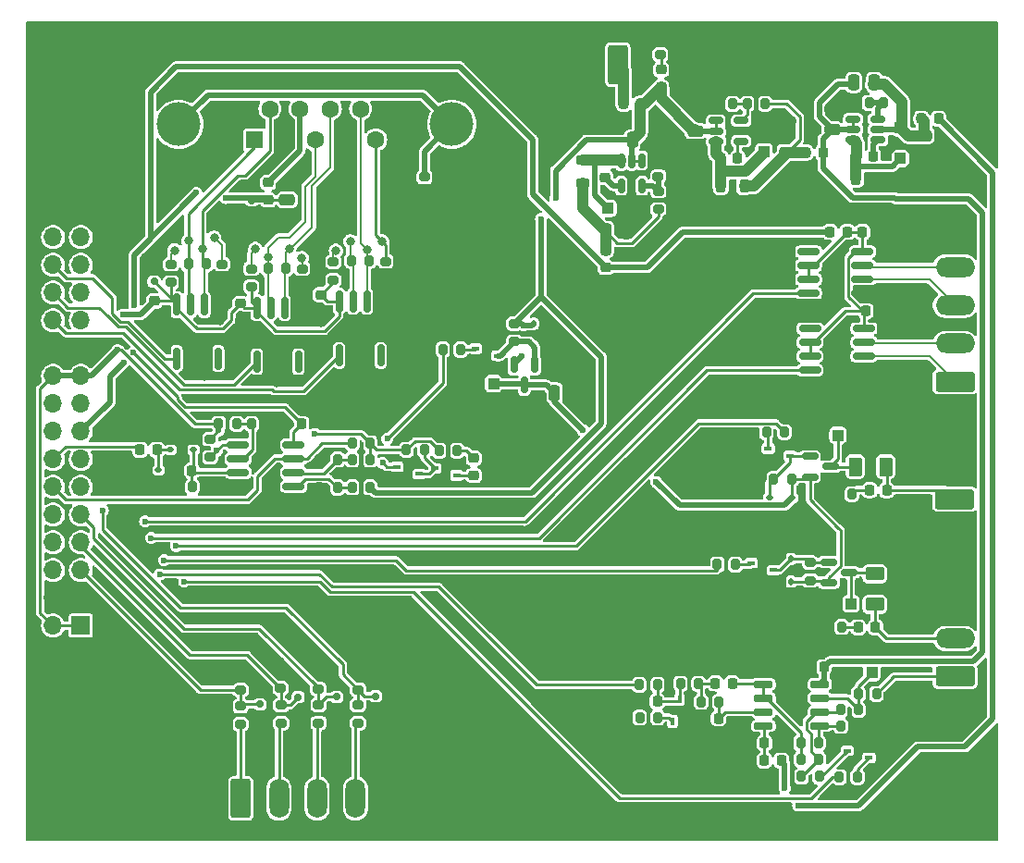
<source format=gtl>
G04 #@! TF.GenerationSoftware,KiCad,Pcbnew,7.0.7*
G04 #@! TF.CreationDate,2023-09-07T10:59:33+03:00*
G04 #@! TF.ProjectId,colorlight-cnc-proto,636f6c6f-726c-4696-9768-742d636e632d,rev?*
G04 #@! TF.SameCoordinates,Original*
G04 #@! TF.FileFunction,Copper,L1,Top*
G04 #@! TF.FilePolarity,Positive*
%FSLAX46Y46*%
G04 Gerber Fmt 4.6, Leading zero omitted, Abs format (unit mm)*
G04 Created by KiCad (PCBNEW 7.0.7) date 2023-09-07 10:59:33*
%MOMM*%
%LPD*%
G01*
G04 APERTURE LIST*
G04 Aperture macros list*
%AMRoundRect*
0 Rectangle with rounded corners*
0 $1 Rounding radius*
0 $2 $3 $4 $5 $6 $7 $8 $9 X,Y pos of 4 corners*
0 Add a 4 corners polygon primitive as box body*
4,1,4,$2,$3,$4,$5,$6,$7,$8,$9,$2,$3,0*
0 Add four circle primitives for the rounded corners*
1,1,$1+$1,$2,$3*
1,1,$1+$1,$4,$5*
1,1,$1+$1,$6,$7*
1,1,$1+$1,$8,$9*
0 Add four rect primitives between the rounded corners*
20,1,$1+$1,$2,$3,$4,$5,0*
20,1,$1+$1,$4,$5,$6,$7,0*
20,1,$1+$1,$6,$7,$8,$9,0*
20,1,$1+$1,$8,$9,$2,$3,0*%
G04 Aperture macros list end*
G04 #@! TA.AperFunction,ComponentPad*
%ADD10C,0.800000*%
G04 #@! TD*
G04 #@! TA.AperFunction,ComponentPad*
%ADD11C,6.400000*%
G04 #@! TD*
G04 #@! TA.AperFunction,SMDPad,CuDef*
%ADD12RoundRect,0.150000X0.150000X-0.825000X0.150000X0.825000X-0.150000X0.825000X-0.150000X-0.825000X0*%
G04 #@! TD*
G04 #@! TA.AperFunction,SMDPad,CuDef*
%ADD13RoundRect,0.218750X-0.218750X-0.256250X0.218750X-0.256250X0.218750X0.256250X-0.218750X0.256250X0*%
G04 #@! TD*
G04 #@! TA.AperFunction,SMDPad,CuDef*
%ADD14RoundRect,0.200000X0.200000X0.275000X-0.200000X0.275000X-0.200000X-0.275000X0.200000X-0.275000X0*%
G04 #@! TD*
G04 #@! TA.AperFunction,SMDPad,CuDef*
%ADD15R,0.450000X0.700000*%
G04 #@! TD*
G04 #@! TA.AperFunction,SMDPad,CuDef*
%ADD16RoundRect,0.200000X-0.200000X-0.275000X0.200000X-0.275000X0.200000X0.275000X-0.200000X0.275000X0*%
G04 #@! TD*
G04 #@! TA.AperFunction,SMDPad,CuDef*
%ADD17RoundRect,0.150000X-0.825000X-0.150000X0.825000X-0.150000X0.825000X0.150000X-0.825000X0.150000X0*%
G04 #@! TD*
G04 #@! TA.AperFunction,SMDPad,CuDef*
%ADD18RoundRect,0.250000X0.300000X0.300000X-0.300000X0.300000X-0.300000X-0.300000X0.300000X-0.300000X0*%
G04 #@! TD*
G04 #@! TA.AperFunction,SMDPad,CuDef*
%ADD19RoundRect,0.225000X0.225000X0.250000X-0.225000X0.250000X-0.225000X-0.250000X0.225000X-0.250000X0*%
G04 #@! TD*
G04 #@! TA.AperFunction,SMDPad,CuDef*
%ADD20RoundRect,0.200000X0.275000X-0.200000X0.275000X0.200000X-0.275000X0.200000X-0.275000X-0.200000X0*%
G04 #@! TD*
G04 #@! TA.AperFunction,SMDPad,CuDef*
%ADD21RoundRect,0.250000X-0.250000X-0.475000X0.250000X-0.475000X0.250000X0.475000X-0.250000X0.475000X0*%
G04 #@! TD*
G04 #@! TA.AperFunction,SMDPad,CuDef*
%ADD22RoundRect,0.225000X-0.250000X0.225000X-0.250000X-0.225000X0.250000X-0.225000X0.250000X0.225000X0*%
G04 #@! TD*
G04 #@! TA.AperFunction,SMDPad,CuDef*
%ADD23R,0.700000X0.450000*%
G04 #@! TD*
G04 #@! TA.AperFunction,SMDPad,CuDef*
%ADD24RoundRect,0.225000X-0.225000X-0.250000X0.225000X-0.250000X0.225000X0.250000X-0.225000X0.250000X0*%
G04 #@! TD*
G04 #@! TA.AperFunction,ComponentPad*
%ADD25RoundRect,0.250000X-0.650000X-1.550000X0.650000X-1.550000X0.650000X1.550000X-0.650000X1.550000X0*%
G04 #@! TD*
G04 #@! TA.AperFunction,ComponentPad*
%ADD26O,1.800000X3.600000*%
G04 #@! TD*
G04 #@! TA.AperFunction,SMDPad,CuDef*
%ADD27RoundRect,0.150000X0.200000X-0.150000X0.200000X0.150000X-0.200000X0.150000X-0.200000X-0.150000X0*%
G04 #@! TD*
G04 #@! TA.AperFunction,SMDPad,CuDef*
%ADD28RoundRect,0.218750X-0.218750X-0.381250X0.218750X-0.381250X0.218750X0.381250X-0.218750X0.381250X0*%
G04 #@! TD*
G04 #@! TA.AperFunction,ComponentPad*
%ADD29RoundRect,0.250000X1.550000X-0.650000X1.550000X0.650000X-1.550000X0.650000X-1.550000X-0.650000X0*%
G04 #@! TD*
G04 #@! TA.AperFunction,ComponentPad*
%ADD30O,3.600000X1.800000*%
G04 #@! TD*
G04 #@! TA.AperFunction,SMDPad,CuDef*
%ADD31RoundRect,0.150000X-0.587500X-0.150000X0.587500X-0.150000X0.587500X0.150000X-0.587500X0.150000X0*%
G04 #@! TD*
G04 #@! TA.AperFunction,SMDPad,CuDef*
%ADD32RoundRect,0.150000X0.512500X0.150000X-0.512500X0.150000X-0.512500X-0.150000X0.512500X-0.150000X0*%
G04 #@! TD*
G04 #@! TA.AperFunction,SMDPad,CuDef*
%ADD33RoundRect,0.250000X-0.475000X0.250000X-0.475000X-0.250000X0.475000X-0.250000X0.475000X0.250000X0*%
G04 #@! TD*
G04 #@! TA.AperFunction,SMDPad,CuDef*
%ADD34RoundRect,0.250000X-0.300000X-0.300000X0.300000X-0.300000X0.300000X0.300000X-0.300000X0.300000X0*%
G04 #@! TD*
G04 #@! TA.AperFunction,SMDPad,CuDef*
%ADD35RoundRect,0.112500X-0.112500X0.187500X-0.112500X-0.187500X0.112500X-0.187500X0.112500X0.187500X0*%
G04 #@! TD*
G04 #@! TA.AperFunction,SMDPad,CuDef*
%ADD36RoundRect,0.250000X0.300000X-0.300000X0.300000X0.300000X-0.300000X0.300000X-0.300000X-0.300000X0*%
G04 #@! TD*
G04 #@! TA.AperFunction,ComponentPad*
%ADD37R,1.700000X1.700000*%
G04 #@! TD*
G04 #@! TA.AperFunction,ComponentPad*
%ADD38O,1.700000X1.700000*%
G04 #@! TD*
G04 #@! TA.AperFunction,SMDPad,CuDef*
%ADD39RoundRect,0.225000X0.250000X-0.225000X0.250000X0.225000X-0.250000X0.225000X-0.250000X-0.225000X0*%
G04 #@! TD*
G04 #@! TA.AperFunction,SMDPad,CuDef*
%ADD40RoundRect,0.250000X0.475000X-0.250000X0.475000X0.250000X-0.475000X0.250000X-0.475000X-0.250000X0*%
G04 #@! TD*
G04 #@! TA.AperFunction,SMDPad,CuDef*
%ADD41RoundRect,0.162500X-0.825000X-0.162500X0.825000X-0.162500X0.825000X0.162500X-0.825000X0.162500X0*%
G04 #@! TD*
G04 #@! TA.AperFunction,SMDPad,CuDef*
%ADD42RoundRect,0.150000X-0.200000X0.150000X-0.200000X-0.150000X0.200000X-0.150000X0.200000X0.150000X0*%
G04 #@! TD*
G04 #@! TA.AperFunction,SMDPad,CuDef*
%ADD43RoundRect,0.200000X-0.275000X0.200000X-0.275000X-0.200000X0.275000X-0.200000X0.275000X0.200000X0*%
G04 #@! TD*
G04 #@! TA.AperFunction,SMDPad,CuDef*
%ADD44RoundRect,0.250000X-0.625000X0.375000X-0.625000X-0.375000X0.625000X-0.375000X0.625000X0.375000X0*%
G04 #@! TD*
G04 #@! TA.AperFunction,SMDPad,CuDef*
%ADD45RoundRect,0.218750X0.256250X-0.218750X0.256250X0.218750X-0.256250X0.218750X-0.256250X-0.218750X0*%
G04 #@! TD*
G04 #@! TA.AperFunction,ComponentPad*
%ADD46RoundRect,0.250000X0.650000X1.550000X-0.650000X1.550000X-0.650000X-1.550000X0.650000X-1.550000X0*%
G04 #@! TD*
G04 #@! TA.AperFunction,SMDPad,CuDef*
%ADD47RoundRect,0.218750X-0.256250X0.218750X-0.256250X-0.218750X0.256250X-0.218750X0.256250X0.218750X0*%
G04 #@! TD*
G04 #@! TA.AperFunction,SMDPad,CuDef*
%ADD48RoundRect,0.150000X-0.150000X0.587500X-0.150000X-0.587500X0.150000X-0.587500X0.150000X0.587500X0*%
G04 #@! TD*
G04 #@! TA.AperFunction,SMDPad,CuDef*
%ADD49RoundRect,0.150000X0.150000X-0.512500X0.150000X0.512500X-0.150000X0.512500X-0.150000X-0.512500X0*%
G04 #@! TD*
G04 #@! TA.AperFunction,SMDPad,CuDef*
%ADD50RoundRect,0.250000X-0.375000X-0.625000X0.375000X-0.625000X0.375000X0.625000X-0.375000X0.625000X0*%
G04 #@! TD*
G04 #@! TA.AperFunction,SMDPad,CuDef*
%ADD51RoundRect,0.112500X0.187500X0.112500X-0.187500X0.112500X-0.187500X-0.112500X0.187500X-0.112500X0*%
G04 #@! TD*
G04 #@! TA.AperFunction,ComponentPad*
%ADD52C,4.000000*%
G04 #@! TD*
G04 #@! TA.AperFunction,ComponentPad*
%ADD53R,1.600000X1.600000*%
G04 #@! TD*
G04 #@! TA.AperFunction,ComponentPad*
%ADD54C,1.600000*%
G04 #@! TD*
G04 #@! TA.AperFunction,SMDPad,CuDef*
%ADD55RoundRect,0.218750X0.218750X0.256250X-0.218750X0.256250X-0.218750X-0.256250X0.218750X-0.256250X0*%
G04 #@! TD*
G04 #@! TA.AperFunction,SMDPad,CuDef*
%ADD56RoundRect,0.112500X0.112500X-0.187500X0.112500X0.187500X-0.112500X0.187500X-0.112500X-0.187500X0*%
G04 #@! TD*
G04 #@! TA.AperFunction,SMDPad,CuDef*
%ADD57RoundRect,0.218750X-0.381250X0.218750X-0.381250X-0.218750X0.381250X-0.218750X0.381250X0.218750X0*%
G04 #@! TD*
G04 #@! TA.AperFunction,SMDPad,CuDef*
%ADD58RoundRect,0.150000X-0.725000X-0.150000X0.725000X-0.150000X0.725000X0.150000X-0.725000X0.150000X0*%
G04 #@! TD*
G04 #@! TA.AperFunction,ViaPad*
%ADD59C,0.600000*%
G04 #@! TD*
G04 #@! TA.AperFunction,ViaPad*
%ADD60C,0.800000*%
G04 #@! TD*
G04 #@! TA.AperFunction,Conductor*
%ADD61C,0.250000*%
G04 #@! TD*
G04 #@! TA.AperFunction,Conductor*
%ADD62C,1.000000*%
G04 #@! TD*
G04 #@! TA.AperFunction,Conductor*
%ADD63C,0.500000*%
G04 #@! TD*
G04 #@! TA.AperFunction,Conductor*
%ADD64C,0.200000*%
G04 #@! TD*
G04 APERTURE END LIST*
D10*
G04 #@! TO.P,H3,1,1*
G04 #@! TO.N,GND*
X82902944Y-71302944D03*
X83605888Y-69605888D03*
X83605888Y-73000000D03*
X85302944Y-68902944D03*
D11*
X85302944Y-71302944D03*
D10*
X85302944Y-73702944D03*
X87000000Y-69605888D03*
X87000000Y-73000000D03*
X87702944Y-71302944D03*
G04 #@! TD*
D12*
G04 #@! TO.P,U5,1,RO*
G04 #@! TO.N,/Quad encoder/Z*
X28695000Y-30540000D03*
G04 #@! TO.P,U5,2,~{RE}*
G04 #@! TO.N,GND*
X29965000Y-30540000D03*
G04 #@! TO.P,U5,3,DE*
X31235000Y-30540000D03*
G04 #@! TO.P,U5,4,DI*
G04 #@! TO.N,unconnected-(U5-DI-Pad4)*
X32505000Y-30540000D03*
G04 #@! TO.P,U5,5,GND*
G04 #@! TO.N,GND*
X32505000Y-25590000D03*
G04 #@! TO.P,U5,6,A*
G04 #@! TO.N,/Quad encoder/Z_IN_P*
X31235000Y-25590000D03*
G04 #@! TO.P,U5,7,B*
G04 #@! TO.N,/Quad encoder/Z_IN_N*
X29965000Y-25590000D03*
G04 #@! TO.P,U5,8,VCC*
G04 #@! TO.N,+3V3*
X28695000Y-25590000D03*
G04 #@! TD*
D13*
G04 #@! TO.P,FB2,1*
G04 #@! TO.N,Net-(J2-Pin_1)*
X54712500Y-7500000D03*
G04 #@! TO.P,FB2,2*
G04 #@! TO.N,+24V*
X56287500Y-7500000D03*
G04 #@! TD*
G04 #@! TO.P,FB1,1*
G04 #@! TO.N,+5V*
X73610000Y-19235000D03*
G04 #@! TO.P,FB1,2*
G04 #@! TO.N,Net-(U6-DE)*
X75185000Y-19235000D03*
G04 #@! TD*
D14*
G04 #@! TO.P,R16,1*
G04 #@! TO.N,Net-(U3B-+)*
X28525000Y-42630000D03*
G04 #@! TO.P,R16,2*
G04 #@! TO.N,GND*
X26875000Y-42630000D03*
G04 #@! TD*
D15*
G04 #@! TO.P,Q5,1,G*
G04 #@! TO.N,Net-(Q5-G)*
X59195000Y-64020000D03*
G04 #@! TO.P,Q5,2,S*
G04 #@! TO.N,GND*
X60495000Y-64020000D03*
G04 #@! TO.P,Q5,3,D*
G04 #@! TO.N,Net-(Q5-D)*
X59845000Y-62020000D03*
G04 #@! TD*
D14*
G04 #@! TO.P,R41,1*
G04 #@! TO.N,Net-(U8-FB)*
X64672500Y-7530000D03*
G04 #@! TO.P,R41,2*
G04 #@! TO.N,GND*
X63022500Y-7530000D03*
G04 #@! TD*
D16*
G04 #@! TO.P,R36,1*
G04 #@! TO.N,Net-(Q9-G)*
X67790000Y-37560000D03*
G04 #@! TO.P,R36,2*
G04 #@! TO.N,/SD_EN*
X69440000Y-37560000D03*
G04 #@! TD*
D14*
G04 #@! TO.P,R9,1*
G04 #@! TO.N,Net-(Q1-G)*
X76120000Y-69140000D03*
G04 #@! TO.P,R9,2*
G04 #@! TO.N,/Analog output/DIR_IN*
X74470000Y-69140000D03*
G04 #@! TD*
D16*
G04 #@! TO.P,R1,1*
G04 #@! TO.N,/Analog output/PWM_IN*
X56170000Y-60690000D03*
G04 #@! TO.P,R1,2*
G04 #@! TO.N,Net-(Q5-D)*
X57820000Y-60690000D03*
G04 #@! TD*
D14*
G04 #@! TO.P,R31,1*
G04 #@! TO.N,/Quad encoder/B_IN_P*
X23820000Y-22605000D03*
G04 #@! TO.P,R31,2*
G04 #@! TO.N,/Quad encoder/B_IN_N*
X22170000Y-22605000D03*
G04 #@! TD*
D17*
G04 #@! TO.P,U6,1,RO*
G04 #@! TO.N,unconnected-(U6-RO-Pad1)*
X71770000Y-28080000D03*
G04 #@! TO.P,U6,2,~{RE}*
G04 #@! TO.N,Net-(U6-DE)*
X71770000Y-29350000D03*
G04 #@! TO.P,U6,3,DE*
X71770000Y-30620000D03*
G04 #@! TO.P,U6,4,DI*
G04 #@! TO.N,/Step Dir/STEP*
X71770000Y-31890000D03*
G04 #@! TO.P,U6,5,GND*
G04 #@! TO.N,GND*
X76720000Y-31890000D03*
G04 #@! TO.P,U6,6,A*
G04 #@! TO.N,/Step Dir/STEP_OUT_P*
X76720000Y-30620000D03*
G04 #@! TO.P,U6,7,B*
G04 #@! TO.N,/Step Dir/STEP_OUT_N*
X76720000Y-29350000D03*
G04 #@! TO.P,U6,8,VCC*
G04 #@! TO.N,Net-(U6-DE)*
X76720000Y-28080000D03*
G04 #@! TD*
D18*
G04 #@! TO.P,D13,1,A1*
G04 #@! TO.N,Net-(D13-A1)*
X74342500Y-37860000D03*
G04 #@! TO.P,D13,2,A2*
G04 #@! TO.N,GND*
X71542500Y-37860000D03*
G04 #@! TD*
D19*
G04 #@! TO.P,C15,1*
G04 #@! TO.N,Net-(U8-BS)*
X65162500Y-12510000D03*
G04 #@! TO.P,C15,2*
G04 #@! TO.N,Net-(D16-K)*
X63612500Y-12510000D03*
G04 #@! TD*
D20*
G04 #@! TO.P,R50,1*
G04 #@! TO.N,/IO/INP1*
X23320000Y-61010000D03*
G04 #@! TO.P,R50,2*
G04 #@! TO.N,GND*
X23320000Y-59360000D03*
G04 #@! TD*
D19*
G04 #@! TO.P,C7,1*
G04 #@! TO.N,Net-(D1-K)*
X15185000Y-41080000D03*
G04 #@! TO.P,C7,2*
G04 #@! TO.N,GND*
X13635000Y-41080000D03*
G04 #@! TD*
D21*
G04 #@! TO.P,C22,1*
G04 #@! TO.N,+24V_WD*
X48395000Y-33995000D03*
G04 #@! TO.P,C22,2*
G04 #@! TO.N,GND*
X50295000Y-33995000D03*
G04 #@! TD*
D14*
G04 #@! TO.P,R39,1*
G04 #@! TO.N,Net-(D15-K)*
X74672500Y-55410000D03*
G04 #@! TO.P,R39,2*
G04 #@! TO.N,GND*
X73022500Y-55410000D03*
G04 #@! TD*
D22*
G04 #@! TO.P,C10,1*
G04 #@! TO.N,+3V3*
X19635000Y-25800000D03*
G04 #@! TO.P,C10,2*
G04 #@! TO.N,GND*
X19635000Y-27350000D03*
G04 #@! TD*
D23*
G04 #@! TO.P,Q7,1,G*
G04 #@! TO.N,Net-(Q7-G)*
X41175000Y-29925000D03*
G04 #@! TO.P,Q7,2,S*
G04 #@! TO.N,GND*
X41175000Y-31225000D03*
G04 #@! TO.P,Q7,3,D*
G04 #@! TO.N,Net-(D7-A)*
X43175000Y-30575000D03*
G04 #@! TD*
D24*
G04 #@! TO.P,C13,1*
G04 #@! TO.N,Net-(U6-DE)*
X76585000Y-19245000D03*
G04 #@! TO.P,C13,2*
G04 #@! TO.N,GND*
X78135000Y-19245000D03*
G04 #@! TD*
D14*
G04 #@! TO.P,R17,1*
G04 #@! TO.N,+3V3*
X31532500Y-40060000D03*
G04 #@! TO.P,R17,2*
G04 #@! TO.N,Net-(U3B--)*
X29882500Y-40060000D03*
G04 #@! TD*
D23*
G04 #@! TO.P,Q1,1,G*
G04 #@! TO.N,Net-(Q1-G)*
X77185000Y-67370000D03*
G04 #@! TO.P,Q1,2,S*
G04 #@! TO.N,GND*
X77185000Y-66070000D03*
G04 #@! TO.P,Q1,3,D*
G04 #@! TO.N,Net-(Q1-D)*
X75185000Y-66720000D03*
G04 #@! TD*
G04 #@! TO.P,Q2,1,G*
G04 #@! TO.N,Net-(Q2-G)*
X66407500Y-49550000D03*
G04 #@! TO.P,Q2,2,S*
G04 #@! TO.N,GND*
X66407500Y-50850000D03*
G04 #@! TO.P,Q2,3,D*
G04 #@! TO.N,Net-(D4-A)*
X68407500Y-50200000D03*
G04 #@! TD*
D25*
G04 #@! TO.P,J4,1,Pin_1*
G04 #@! TO.N,Net-(J4-Pin_1)*
X19675000Y-71097500D03*
D26*
G04 #@! TO.P,J4,2,Pin_2*
G04 #@! TO.N,Net-(J4-Pin_2)*
X23175000Y-71097500D03*
G04 #@! TO.P,J4,3,Pin_3*
G04 #@! TO.N,Net-(J4-Pin_3)*
X26675000Y-71097500D03*
G04 #@! TO.P,J4,4,Pin_4*
G04 #@! TO.N,Net-(J4-Pin_4)*
X30175000Y-71097500D03*
G04 #@! TO.P,J4,5,Pin_5*
G04 #@! TO.N,GND*
X33675000Y-71097500D03*
G04 #@! TD*
D27*
G04 #@! TO.P,D21,1,A1*
G04 #@! TO.N,GND*
X28460000Y-60395000D03*
G04 #@! TO.P,D21,2,A2*
G04 #@! TO.N,/IO/INP2*
X28460000Y-61795000D03*
G04 #@! TD*
D16*
G04 #@! TO.P,R3,1*
G04 #@! TO.N,Net-(C3-Pad1)*
X61820000Y-62250000D03*
G04 #@! TO.P,R3,2*
G04 #@! TO.N,Net-(U2A-+)*
X63470000Y-62250000D03*
G04 #@! TD*
D28*
G04 #@! TO.P,L2,1*
G04 #@! TO.N,Net-(D17-K)*
X76000000Y-14360000D03*
G04 #@! TO.P,L2,2*
G04 #@! TO.N,GND*
X78125000Y-14360000D03*
G04 #@! TD*
D29*
G04 #@! TO.P,J6,1,Pin_1*
G04 #@! TO.N,/Step Dir/STEP_OUT_P*
X85067500Y-32945000D03*
D30*
G04 #@! TO.P,J6,2,Pin_2*
G04 #@! TO.N,/Step Dir/STEP_OUT_N*
X85067500Y-29445000D03*
G04 #@! TO.P,J6,3,Pin_3*
G04 #@! TO.N,/Step Dir/DIR_OUT_P*
X85067500Y-25945000D03*
G04 #@! TO.P,J6,4,Pin_4*
G04 #@! TO.N,/Step Dir/DIR_OUT_N*
X85067500Y-22445000D03*
G04 #@! TO.P,J6,5,Pin_5*
G04 #@! TO.N,GND*
X85067500Y-18945000D03*
G04 #@! TD*
D31*
G04 #@! TO.P,Q10,1,G*
G04 #@! TO.N,Net-(D12-A)*
X71770000Y-39770000D03*
G04 #@! TO.P,Q10,2,S*
G04 #@! TO.N,+24V_WD*
X71770000Y-41670000D03*
G04 #@! TO.P,Q10,3,D*
G04 #@! TO.N,Net-(D13-A1)*
X73645000Y-40720000D03*
G04 #@! TD*
D20*
G04 #@! TO.P,R52,1*
G04 #@! TO.N,/IO/INP2*
X26770000Y-61060000D03*
G04 #@! TO.P,R52,2*
G04 #@! TO.N,GND*
X26770000Y-59410000D03*
G04 #@! TD*
D19*
G04 #@! TO.P,C1,1*
G04 #@! TO.N,Net-(Q5-D)*
X57800000Y-62220000D03*
G04 #@! TO.P,C1,2*
G04 #@! TO.N,GND*
X56250000Y-62220000D03*
G04 #@! TD*
D32*
G04 #@! TO.P,U9,1,BS*
G04 #@! TO.N,Net-(U9-BS)*
X77997500Y-10820000D03*
G04 #@! TO.P,U9,2,GND*
G04 #@! TO.N,Net-(D17-A)*
X77997500Y-9870000D03*
G04 #@! TO.P,U9,3,FB*
G04 #@! TO.N,Net-(U9-FB)*
X77997500Y-8920000D03*
G04 #@! TO.P,U9,4,EN*
G04 #@! TO.N,+15V*
X75722500Y-8920000D03*
G04 #@! TO.P,U9,5,IN*
X75722500Y-9870000D03*
G04 #@! TO.P,U9,6,SW*
G04 #@! TO.N,Net-(D17-K)*
X75722500Y-10820000D03*
G04 #@! TD*
D33*
G04 #@! TO.P,C21,1*
G04 #@! TO.N,+5V*
X23920000Y-16290331D03*
G04 #@! TO.P,C21,2*
G04 #@! TO.N,GND*
X23920000Y-18190331D03*
G04 #@! TD*
D34*
G04 #@! TO.P,D6,1,A1*
G04 #@! TO.N,GND*
X74657500Y-59580000D03*
G04 #@! TO.P,D6,2,A2*
G04 #@! TO.N,Net-(D6-A2)*
X77457500Y-59580000D03*
G04 #@! TD*
D16*
G04 #@! TO.P,R20,1*
G04 #@! TO.N,+3V3*
X34847500Y-39195000D03*
G04 #@! TO.P,R20,2*
G04 #@! TO.N,WATCHDOG_INV*
X36497500Y-39195000D03*
G04 #@! TD*
D35*
G04 #@! TO.P,D7,1,K*
G04 #@! TO.N,+24V*
X46495000Y-27645000D03*
G04 #@! TO.P,D7,2,A*
G04 #@! TO.N,Net-(D7-A)*
X46495000Y-29745000D03*
G04 #@! TD*
D10*
G04 #@! TO.P,H2,1,1*
G04 #@! TO.N,GND*
X1200000Y-71000000D03*
X1902944Y-69302944D03*
X1902944Y-72697056D03*
X3600000Y-68600000D03*
D11*
X3600000Y-71000000D03*
D10*
X3600000Y-73400000D03*
X5297056Y-69302944D03*
X5297056Y-72697056D03*
X6000000Y-71000000D03*
G04 #@! TD*
D14*
G04 #@! TO.P,R38,1*
G04 #@! TO.N,Net-(D14-K)*
X75630000Y-43250000D03*
G04 #@! TO.P,R38,2*
G04 #@! TO.N,GND*
X73980000Y-43250000D03*
G04 #@! TD*
D36*
G04 #@! TO.P,D17,1,K*
G04 #@! TO.N,Net-(D17-K)*
X80062500Y-12517500D03*
G04 #@! TO.P,D17,2,A*
G04 #@! TO.N,Net-(D17-A)*
X80062500Y-9717500D03*
G04 #@! TD*
D20*
G04 #@! TO.P,R33,1*
G04 #@! TO.N,+3V3*
X28160000Y-23640000D03*
G04 #@! TO.P,R33,2*
G04 #@! TO.N,/Quad encoder/Z_IN_P*
X28160000Y-21990000D03*
G04 #@! TD*
D28*
G04 #@! TO.P,L1,1*
G04 #@! TO.N,Net-(D16-K)*
X63635000Y-15020000D03*
G04 #@! TO.P,L1,2*
G04 #@! TO.N,Net-(C16-Pad1)*
X65760000Y-15020000D03*
G04 #@! TD*
D13*
G04 #@! TO.P,D14,1,K*
G04 #@! TO.N,Net-(D14-K)*
X77240000Y-42880000D03*
G04 #@! TO.P,D14,2,A*
G04 #@! TO.N,/Step Dir/EN_OUT*
X78815000Y-42880000D03*
G04 #@! TD*
D27*
G04 #@! TO.P,D22,1,A1*
G04 #@! TO.N,GND*
X32010000Y-60345000D03*
G04 #@! TO.P,D22,2,A2*
G04 #@! TO.N,/IO/INP3*
X32010000Y-61745000D03*
G04 #@! TD*
D37*
G04 #@! TO.P,J1,1,Pin_1*
G04 #@! TO.N,+3V3*
X5040000Y-55280000D03*
D38*
G04 #@! TO.P,J1,2,Pin_2*
X2500000Y-55280000D03*
G04 #@! TO.P,J1,3,Pin_3*
G04 #@! TO.N,GND*
X5040000Y-52740000D03*
G04 #@! TO.P,J1,4,Pin_4*
X2500000Y-52740000D03*
G04 #@! TO.P,J1,5,Pin_5*
G04 #@! TO.N,/IO/INP0*
X5040000Y-50200000D03*
G04 #@! TO.P,J1,6,Pin_6*
G04 #@! TO.N,/Analog output/PWM_IN*
X2500000Y-50200000D03*
G04 #@! TO.P,J1,7,Pin_7*
G04 #@! TO.N,/IO/INP1*
X5040000Y-47660000D03*
G04 #@! TO.P,J1,8,Pin_8*
G04 #@! TO.N,/Analog output/DIR_IN*
X2500000Y-47660000D03*
G04 #@! TO.P,J1,9,Pin_9*
G04 #@! TO.N,/IO/INP2*
X5040000Y-45120000D03*
G04 #@! TO.P,J1,10,Pin_10*
G04 #@! TO.N,/Analog output/EN*
X2500000Y-45120000D03*
G04 #@! TO.P,J1,11,Pin_11*
G04 #@! TO.N,/IO/INP3*
X5040000Y-42580000D03*
G04 #@! TO.P,J1,12,Pin_12*
G04 #@! TO.N,/Watchdog/24V_OK*
X2500000Y-42580000D03*
G04 #@! TO.P,J1,13,Pin_13*
G04 #@! TO.N,/Step Dir/STEP*
X5040000Y-40040000D03*
G04 #@! TO.P,J1,14,Pin_14*
G04 #@! TO.N,/Watchdog/PWM_IN*
X2500000Y-40040000D03*
G04 #@! TO.P,J1,15,Pin_15*
G04 #@! TO.N,+5V*
X5040000Y-37500000D03*
G04 #@! TO.P,J1,16,Pin_16*
G04 #@! TO.N,unconnected-(J1-Pin_16-Pad16)*
X2500000Y-37500000D03*
G04 #@! TO.P,J1,17,Pin_17*
G04 #@! TO.N,/Step Dir/DIR*
X5040000Y-34960000D03*
G04 #@! TO.P,J1,18,Pin_18*
G04 #@! TO.N,/SD_EN*
X2500000Y-34960000D03*
G04 #@! TO.P,J1,19,Pin_19*
G04 #@! TO.N,+3V3*
X5040000Y-32420000D03*
G04 #@! TO.P,J1,20,Pin_20*
X2500000Y-32420000D03*
G04 #@! TO.P,J1,21,Pin_21*
G04 #@! TO.N,GND*
X5040000Y-29880000D03*
G04 #@! TO.P,J1,22,Pin_22*
X2500000Y-29880000D03*
G04 #@! TO.P,J1,23,Pin_23*
G04 #@! TO.N,unconnected-(J1-Pin_23-Pad23)*
X5040000Y-27340000D03*
G04 #@! TO.P,J1,24,Pin_24*
G04 #@! TO.N,/Quad encoder/Z*
X2500000Y-27340000D03*
G04 #@! TO.P,J1,25,Pin_25*
G04 #@! TO.N,unconnected-(J1-Pin_25-Pad25)*
X5040000Y-24800000D03*
G04 #@! TO.P,J1,26,Pin_26*
G04 #@! TO.N,/Quad encoder/B*
X2500000Y-24800000D03*
G04 #@! TO.P,J1,27,Pin_27*
G04 #@! TO.N,unconnected-(J1-Pin_27-Pad27)*
X5040000Y-22260000D03*
G04 #@! TO.P,J1,28,Pin_28*
G04 #@! TO.N,/Quad encoder/A*
X2500000Y-22260000D03*
G04 #@! TO.P,J1,29,Pin_29*
G04 #@! TO.N,unconnected-(J1-Pin_29-Pad29)*
X5040000Y-19720000D03*
G04 #@! TO.P,J1,30,Pin_30*
G04 #@! TO.N,unconnected-(J1-Pin_30-Pad30)*
X2500000Y-19720000D03*
G04 #@! TD*
D39*
G04 #@! TO.P,C24,1*
G04 #@! TO.N,Net-(U10-BS)*
X53010000Y-14237500D03*
G04 #@! TO.P,C24,2*
G04 #@! TO.N,Net-(D20-K)*
X53010000Y-12687500D03*
G04 #@! TD*
D12*
G04 #@! TO.P,U4,1,RO*
G04 #@! TO.N,/Quad encoder/B*
X21162500Y-31115000D03*
G04 #@! TO.P,U4,2,~{RE}*
G04 #@! TO.N,GND*
X22432500Y-31115000D03*
G04 #@! TO.P,U4,3,DE*
X23702500Y-31115000D03*
G04 #@! TO.P,U4,4,DI*
G04 #@! TO.N,unconnected-(U4-DI-Pad4)*
X24972500Y-31115000D03*
G04 #@! TO.P,U4,5,GND*
G04 #@! TO.N,GND*
X24972500Y-26165000D03*
G04 #@! TO.P,U4,6,A*
G04 #@! TO.N,/Quad encoder/B_IN_P*
X23702500Y-26165000D03*
G04 #@! TO.P,U4,7,B*
G04 #@! TO.N,/Quad encoder/B_IN_N*
X22432500Y-26165000D03*
G04 #@! TO.P,U4,8,VCC*
G04 #@! TO.N,+3V3*
X21162500Y-26165000D03*
G04 #@! TD*
D14*
G04 #@! TO.P,R15,1*
G04 #@! TO.N,+24V*
X31532500Y-42620000D03*
G04 #@! TO.P,R15,2*
G04 #@! TO.N,Net-(U3B-+)*
X29882500Y-42620000D03*
G04 #@! TD*
D16*
G04 #@! TO.P,R13,1*
G04 #@! TO.N,+3V3*
X17665000Y-36820000D03*
G04 #@! TO.P,R13,2*
G04 #@! TO.N,Net-(U3A--)*
X19315000Y-36820000D03*
G04 #@! TD*
G04 #@! TO.P,R43,1*
G04 #@! TO.N,Net-(U9-FB)*
X78527500Y-7420000D03*
G04 #@! TO.P,R43,2*
G04 #@! TO.N,Net-(D17-A)*
X80177500Y-7420000D03*
G04 #@! TD*
G04 #@! TO.P,R4,1*
G04 #@! TO.N,Net-(U2A--)*
X70930000Y-66030000D03*
G04 #@! TO.P,R4,2*
G04 #@! TO.N,Net-(U2B-+)*
X72580000Y-66030000D03*
G04 #@! TD*
D20*
G04 #@! TO.P,R55,1*
G04 #@! TO.N,Net-(J4-Pin_4)*
X30410000Y-64210000D03*
G04 #@! TO.P,R55,2*
G04 #@! TO.N,/IO/INP3*
X30410000Y-62560000D03*
G04 #@! TD*
D40*
G04 #@! TO.P,C19,1*
G04 #@! TO.N,+15V*
X73822500Y-9870000D03*
G04 #@! TO.P,C19,2*
G04 #@! TO.N,GND*
X73822500Y-7970000D03*
G04 #@! TD*
D41*
G04 #@! TO.P,U3,1*
G04 #@! TO.N,WATCHDOG*
X19442500Y-38715000D03*
G04 #@! TO.P,U3,2,-*
G04 #@! TO.N,Net-(U3A--)*
X19442500Y-39985000D03*
G04 #@! TO.P,U3,3,+*
G04 #@! TO.N,Net-(D1-K)*
X19442500Y-41255000D03*
G04 #@! TO.P,U3,4,V-*
G04 #@! TO.N,GND*
X19442500Y-42525000D03*
G04 #@! TO.P,U3,5,+*
G04 #@! TO.N,Net-(U3B-+)*
X24517500Y-42525000D03*
G04 #@! TO.P,U3,6,-*
G04 #@! TO.N,Net-(U3B--)*
X24517500Y-41255000D03*
G04 #@! TO.P,U3,7*
G04 #@! TO.N,/Watchdog/24V_OK*
X24517500Y-39985000D03*
G04 #@! TO.P,U3,8,V+*
G04 #@! TO.N,+5V*
X24517500Y-38715000D03*
G04 #@! TD*
D42*
G04 #@! TO.P,D9,1,A1*
G04 #@! TO.N,+3V3*
X11745000Y-23780000D03*
G04 #@! TO.P,D9,2,A2*
G04 #@! TO.N,GND*
X11745000Y-22380000D03*
G04 #@! TD*
D24*
G04 #@! TO.P,C5,1*
G04 #@! TO.N,Net-(U2C-V-)*
X67620000Y-66030000D03*
G04 #@! TO.P,C5,2*
G04 #@! TO.N,GND*
X69170000Y-66030000D03*
G04 #@! TD*
D20*
G04 #@! TO.P,R49,1*
G04 #@! TO.N,/IO/INP0*
X19680000Y-61160000D03*
G04 #@! TO.P,R49,2*
G04 #@! TO.N,GND*
X19680000Y-59510000D03*
G04 #@! TD*
D22*
G04 #@! TO.P,C9,1*
G04 #@! TO.N,+3V3*
X11775000Y-25555000D03*
G04 #@! TO.P,C9,2*
G04 #@! TO.N,GND*
X11775000Y-27105000D03*
G04 #@! TD*
D17*
G04 #@! TO.P,U7,1,RO*
G04 #@! TO.N,unconnected-(U7-RO-Pad1)*
X71645000Y-21035000D03*
G04 #@! TO.P,U7,2,~{RE}*
G04 #@! TO.N,Net-(U6-DE)*
X71645000Y-22305000D03*
G04 #@! TO.P,U7,3,DE*
X71645000Y-23575000D03*
G04 #@! TO.P,U7,4,DI*
G04 #@! TO.N,/Step Dir/DIR*
X71645000Y-24845000D03*
G04 #@! TO.P,U7,5,GND*
G04 #@! TO.N,GND*
X76595000Y-24845000D03*
G04 #@! TO.P,U7,6,A*
G04 #@! TO.N,/Step Dir/DIR_OUT_P*
X76595000Y-23575000D03*
G04 #@! TO.P,U7,7,B*
G04 #@! TO.N,/Step Dir/DIR_OUT_N*
X76595000Y-22305000D03*
G04 #@! TO.P,U7,8,VCC*
G04 #@! TO.N,Net-(U6-DE)*
X76595000Y-21035000D03*
G04 #@! TD*
D16*
G04 #@! TO.P,R21,1*
G04 #@! TO.N,+3V3*
X37837500Y-39255000D03*
G04 #@! TO.P,R21,2*
G04 #@! TO.N,Net-(D3-A)*
X39487500Y-39255000D03*
G04 #@! TD*
D43*
G04 #@! TO.P,R26,1*
G04 #@! TO.N,+24V*
X44705000Y-27640000D03*
G04 #@! TO.P,R26,2*
G04 #@! TO.N,Net-(D7-A)*
X44705000Y-29290000D03*
G04 #@! TD*
D29*
G04 #@! TO.P,J3,1,Pin_1*
G04 #@! TO.N,/Analog output/OUT*
X85067500Y-59945000D03*
D30*
G04 #@! TO.P,J3,2,Pin_2*
G04 #@! TO.N,/Analog output/EN_OUT*
X85067500Y-56445000D03*
G04 #@! TO.P,J3,3,Pin_3*
G04 #@! TO.N,GND*
X85067500Y-52945000D03*
G04 #@! TD*
D20*
G04 #@! TO.P,R54,1*
G04 #@! TO.N,Net-(J4-Pin_3)*
X26810000Y-64190000D03*
G04 #@! TO.P,R54,2*
G04 #@! TO.N,/IO/INP2*
X26810000Y-62540000D03*
G04 #@! TD*
G04 #@! TO.P,R44,1*
G04 #@! TO.N,Net-(D18-K)*
X58080000Y-3000000D03*
G04 #@! TO.P,R44,2*
G04 #@! TO.N,GND*
X58080000Y-1350000D03*
G04 #@! TD*
D10*
G04 #@! TO.P,H1,1,1*
G04 #@! TO.N,GND*
X1200000Y-3697056D03*
X1902944Y-2000000D03*
X1902944Y-5394112D03*
X3600000Y-1297056D03*
D11*
X3600000Y-3697056D03*
D10*
X3600000Y-6097056D03*
X5297056Y-2000000D03*
X5297056Y-5394112D03*
X6000000Y-3697056D03*
G04 #@! TD*
D23*
G04 #@! TO.P,Q9,1,G*
G04 #@! TO.N,Net-(Q9-G)*
X67955000Y-39070000D03*
G04 #@! TO.P,Q9,2,S*
G04 #@! TO.N,GND*
X67955000Y-40370000D03*
G04 #@! TO.P,Q9,3,D*
G04 #@! TO.N,Net-(D12-A)*
X69955000Y-39720000D03*
G04 #@! TD*
D14*
G04 #@! TO.P,R34,1*
G04 #@! TO.N,/Quad encoder/Z_IN_P*
X31455000Y-21865000D03*
G04 #@! TO.P,R34,2*
G04 #@! TO.N,/Quad encoder/Z_IN_N*
X29805000Y-21865000D03*
G04 #@! TD*
D12*
G04 #@! TO.P,U1,1,RO*
G04 #@! TO.N,/Quad encoder/A*
X13820000Y-30845000D03*
G04 #@! TO.P,U1,2,~{RE}*
G04 #@! TO.N,GND*
X15090000Y-30845000D03*
G04 #@! TO.P,U1,3,DE*
X16360000Y-30845000D03*
G04 #@! TO.P,U1,4,DI*
G04 #@! TO.N,unconnected-(U1-DI-Pad4)*
X17630000Y-30845000D03*
G04 #@! TO.P,U1,5,GND*
G04 #@! TO.N,GND*
X17630000Y-25895000D03*
G04 #@! TO.P,U1,6,A*
G04 #@! TO.N,/Quad encoder/A_IN_P*
X16360000Y-25895000D03*
G04 #@! TO.P,U1,7,B*
G04 #@! TO.N,/Quad encoder/A_IN_N*
X15090000Y-25895000D03*
G04 #@! TO.P,U1,8,VCC*
G04 #@! TO.N,+3V3*
X13820000Y-25895000D03*
G04 #@! TD*
D20*
G04 #@! TO.P,R23,1*
G04 #@! TO.N,+24V_WD*
X71787500Y-51145000D03*
G04 #@! TO.P,R23,2*
G04 #@! TO.N,Net-(D4-A)*
X71787500Y-49495000D03*
G04 #@! TD*
D14*
G04 #@! TO.P,R11,1*
G04 #@! TO.N,Net-(D1-K)*
X15240000Y-42570000D03*
G04 #@! TO.P,R11,2*
G04 #@! TO.N,GND*
X13590000Y-42570000D03*
G04 #@! TD*
D16*
G04 #@! TO.P,R12,1*
G04 #@! TO.N,Net-(U3A--)*
X20690000Y-36820000D03*
G04 #@! TO.P,R12,2*
G04 #@! TO.N,GND*
X22340000Y-36820000D03*
G04 #@! TD*
D14*
G04 #@! TO.P,R10,1*
G04 #@! TO.N,Net-(Q5-G)*
X57845000Y-63690000D03*
G04 #@! TO.P,R10,2*
G04 #@! TO.N,WATHDOG_INV*
X56195000Y-63690000D03*
G04 #@! TD*
D43*
G04 #@! TO.P,R47,1*
G04 #@! TO.N,Net-(J8-PAD)*
X36490000Y-14220000D03*
G04 #@! TO.P,R47,2*
G04 #@! TO.N,GND*
X36490000Y-15870000D03*
G04 #@! TD*
D44*
G04 #@! TO.P,F1,1*
G04 #@! TO.N,Net-(D5-A1)*
X77717500Y-50540000D03*
G04 #@! TO.P,F1,2*
G04 #@! TO.N,/Analog output/EN_OUT*
X77717500Y-53340000D03*
G04 #@! TD*
D45*
G04 #@! TO.P,FB6,1*
G04 #@! TO.N,+5V*
X22180000Y-16307831D03*
G04 #@! TO.P,FB6,2*
G04 #@! TO.N,Net-(FB6-Pad2)*
X22180000Y-14732831D03*
G04 #@! TD*
D20*
G04 #@! TO.P,R46,1*
G04 #@! TO.N,Net-(U10-FB)*
X57880000Y-14152500D03*
G04 #@! TO.P,R46,2*
G04 #@! TO.N,GND*
X57880000Y-12502500D03*
G04 #@! TD*
D19*
G04 #@! TO.P,C17,1*
G04 #@! TO.N,Net-(U9-BS)*
X77577500Y-12330000D03*
G04 #@! TO.P,C17,2*
G04 #@! TO.N,Net-(D17-K)*
X76027500Y-12330000D03*
G04 #@! TD*
D13*
G04 #@! TO.P,FB5,1*
G04 #@! TO.N,Net-(U2C-V-)*
X67587500Y-67620000D03*
G04 #@! TO.P,FB5,2*
G04 #@! TO.N,-15V*
X69162500Y-67620000D03*
G04 #@! TD*
D43*
G04 #@! TO.P,R35,1*
G04 #@! TO.N,/Quad encoder/Z_IN_N*
X32940000Y-21940000D03*
G04 #@! TO.P,R35,2*
G04 #@! TO.N,GND*
X32940000Y-23590000D03*
G04 #@! TD*
D13*
G04 #@! TO.P,FB4,1*
G04 #@! TO.N,Net-(D17-A)*
X81975000Y-8880000D03*
G04 #@! TO.P,FB4,2*
G04 #@! TO.N,-15V*
X83550000Y-8880000D03*
G04 #@! TD*
D24*
G04 #@! TO.P,C6,1*
G04 #@! TO.N,/Watchdog/PWM_IN*
X10445000Y-39170000D03*
G04 #@! TO.P,C6,2*
G04 #@! TO.N,Net-(D1-A)*
X11995000Y-39170000D03*
G04 #@! TD*
D14*
G04 #@! TO.P,R22,1*
G04 #@! TO.N,Net-(Q2-G)*
X64952500Y-49700000D03*
G04 #@! TO.P,R22,2*
G04 #@! TO.N,/Analog output/EN*
X63302500Y-49700000D03*
G04 #@! TD*
D29*
G04 #@! TO.P,J7,1,Pin_1*
G04 #@! TO.N,/Step Dir/EN_OUT*
X85017500Y-43695000D03*
D30*
G04 #@! TO.P,J7,2,Pin_2*
G04 #@! TO.N,GND*
X85017500Y-40195000D03*
G04 #@! TD*
D34*
G04 #@! TO.P,D20,1,K*
G04 #@! TO.N,Net-(D20-K)*
X53282500Y-17072500D03*
G04 #@! TO.P,D20,2,A*
G04 #@! TO.N,GND*
X56082500Y-17072500D03*
G04 #@! TD*
D14*
G04 #@! TO.P,R18,1*
G04 #@! TO.N,Net-(U3B--)*
X28535000Y-40060000D03*
G04 #@! TO.P,R18,2*
G04 #@! TO.N,GND*
X26885000Y-40060000D03*
G04 #@! TD*
G04 #@! TO.P,R5,1*
G04 #@! TO.N,GND*
X76260000Y-64460000D03*
G04 #@! TO.P,R5,2*
G04 #@! TO.N,Net-(U2B-+)*
X74610000Y-64460000D03*
G04 #@! TD*
D24*
G04 #@! TO.P,C12,1*
G04 #@! TO.N,Net-(U6-DE)*
X76895000Y-26495000D03*
G04 #@! TO.P,C12,2*
G04 #@! TO.N,GND*
X78445000Y-26495000D03*
G04 #@! TD*
D14*
G04 #@! TO.P,R7,1*
G04 #@! TO.N,Net-(D6-A2)*
X76240000Y-62980000D03*
G04 #@! TO.P,R7,2*
G04 #@! TO.N,Net-(U2B--)*
X74590000Y-62980000D03*
G04 #@! TD*
D16*
G04 #@! TO.P,R27,1*
G04 #@! TO.N,/Quad encoder/A_IN_N*
X14875000Y-22180000D03*
G04 #@! TO.P,R27,2*
G04 #@! TO.N,/Quad encoder/A_IN_P*
X16525000Y-22180000D03*
G04 #@! TD*
D21*
G04 #@! TO.P,C20,1*
G04 #@! TO.N,+15V*
X75780000Y-5550000D03*
G04 #@! TO.P,C20,2*
G04 #@! TO.N,Net-(D17-A)*
X77680000Y-5550000D03*
G04 #@! TD*
D20*
G04 #@! TO.P,R30,1*
G04 #@! TO.N,+3V3*
X20635000Y-24270000D03*
G04 #@! TO.P,R30,2*
G04 #@! TO.N,/Quad encoder/B_IN_P*
X20635000Y-22620000D03*
G04 #@! TD*
D36*
G04 #@! TO.P,D16,1,K*
G04 #@! TO.N,Net-(D16-K)*
X67567500Y-11910000D03*
G04 #@! TO.P,D16,2,A*
G04 #@! TO.N,GND*
X67567500Y-9110000D03*
G04 #@! TD*
D40*
G04 #@! TO.P,C14,1*
G04 #@! TO.N,+24V*
X61297500Y-10000000D03*
G04 #@! TO.P,C14,2*
G04 #@! TO.N,GND*
X61297500Y-8100000D03*
G04 #@! TD*
D32*
G04 #@! TO.P,U8,1,BS*
G04 #@! TO.N,Net-(U8-BS)*
X65472500Y-10950000D03*
G04 #@! TO.P,U8,2,GND*
G04 #@! TO.N,GND*
X65472500Y-10000000D03*
G04 #@! TO.P,U8,3,FB*
G04 #@! TO.N,Net-(U8-FB)*
X65472500Y-9050000D03*
G04 #@! TO.P,U8,4,EN*
G04 #@! TO.N,+24V*
X63197500Y-9050000D03*
G04 #@! TO.P,U8,5,IN*
X63197500Y-10000000D03*
G04 #@! TO.P,U8,6,SW*
G04 #@! TO.N,Net-(D16-K)*
X63197500Y-10950000D03*
G04 #@! TD*
D40*
G04 #@! TO.P,C18,1*
G04 #@! TO.N,GND*
X82202500Y-12330000D03*
G04 #@! TO.P,C18,2*
G04 #@! TO.N,Net-(D17-A)*
X82202500Y-10430000D03*
G04 #@! TD*
D45*
G04 #@! TO.P,D3,1,K*
G04 #@! TO.N,Net-(D3-K)*
X41022500Y-41532500D03*
G04 #@! TO.P,D3,2,A*
G04 #@! TO.N,Net-(D3-A)*
X41022500Y-39957500D03*
G04 #@! TD*
D14*
G04 #@! TO.P,R25,1*
G04 #@! TO.N,Net-(Q7-G)*
X39817500Y-30015000D03*
G04 #@! TO.P,R25,2*
G04 #@! TO.N,WATCHDOG*
X38167500Y-30015000D03*
G04 #@! TD*
D20*
G04 #@! TO.P,R51,1*
G04 #@! TO.N,Net-(J4-Pin_2)*
X23380000Y-64210000D03*
G04 #@! TO.P,R51,2*
G04 #@! TO.N,/IO/INP1*
X23380000Y-62560000D03*
G04 #@! TD*
D43*
G04 #@! TO.P,R14,1*
G04 #@! TO.N,+3V3*
X16880000Y-38205000D03*
G04 #@! TO.P,R14,2*
G04 #@! TO.N,WATCHDOG*
X16880000Y-39855000D03*
G04 #@! TD*
D46*
G04 #@! TO.P,J2,1,Pin_1*
G04 #@! TO.N,Net-(J2-Pin_1)*
X54195000Y-3932500D03*
D26*
G04 #@! TO.P,J2,2,Pin_2*
G04 #@! TO.N,GND*
X50695000Y-3932500D03*
G04 #@! TD*
D45*
G04 #@! TO.P,FB7,1*
G04 #@! TO.N,+5V*
X53100000Y-22490000D03*
G04 #@! TO.P,FB7,2*
G04 #@! TO.N,Net-(C25-Pad1)*
X53100000Y-20915000D03*
G04 #@! TD*
D21*
G04 #@! TO.P,C25,1*
G04 #@! TO.N,Net-(C25-Pad1)*
X53090000Y-19202500D03*
G04 #@! TO.P,C25,2*
G04 #@! TO.N,GND*
X54990000Y-19202500D03*
G04 #@! TD*
D20*
G04 #@! TO.P,R45,1*
G04 #@! TO.N,Net-(C25-Pad1)*
X57900000Y-17172500D03*
G04 #@! TO.P,R45,2*
G04 #@! TO.N,Net-(U10-FB)*
X57900000Y-15522500D03*
G04 #@! TD*
D47*
G04 #@! TO.P,D18,1,K*
G04 #@! TO.N,Net-(D18-K)*
X58150000Y-4400000D03*
G04 #@! TO.P,D18,2,A*
G04 #@! TO.N,+24V*
X58150000Y-5975000D03*
G04 #@! TD*
D31*
G04 #@! TO.P,Q6,1,G*
G04 #@! TO.N,Net-(D4-A)*
X73507500Y-49460000D03*
G04 #@! TO.P,Q6,2,S*
G04 #@! TO.N,+24V_WD*
X73507500Y-51360000D03*
G04 #@! TO.P,Q6,3,D*
G04 #@! TO.N,Net-(D5-A1)*
X75382500Y-50410000D03*
G04 #@! TD*
D14*
G04 #@! TO.P,R37,1*
G04 #@! TO.N,+24V_WD*
X70110000Y-41850000D03*
G04 #@! TO.P,R37,2*
G04 #@! TO.N,Net-(D12-A)*
X68460000Y-41850000D03*
G04 #@! TD*
G04 #@! TO.P,R8,1*
G04 #@! TO.N,Net-(Q1-D)*
X72650000Y-69090000D03*
G04 #@! TO.P,R8,2*
G04 #@! TO.N,Net-(U2B--)*
X71000000Y-69090000D03*
G04 #@! TD*
D48*
G04 #@! TO.P,Q8,1,G*
G04 #@! TO.N,Net-(D7-A)*
X46585000Y-31387500D03*
G04 #@! TO.P,Q8,2,S*
G04 #@! TO.N,+24V*
X44685000Y-31387500D03*
G04 #@! TO.P,Q8,3,D*
G04 #@! TO.N,+24V_WD*
X45635000Y-33262500D03*
G04 #@! TD*
D20*
G04 #@! TO.P,R53,1*
G04 #@! TO.N,/IO/INP3*
X30410000Y-61140000D03*
G04 #@! TO.P,R53,2*
G04 #@! TO.N,GND*
X30410000Y-59490000D03*
G04 #@! TD*
D16*
G04 #@! TO.P,R2,1*
G04 #@! TO.N,Net-(Q5-D)*
X59930000Y-60590000D03*
G04 #@! TO.P,R2,2*
G04 #@! TO.N,Net-(C3-Pad1)*
X61580000Y-60590000D03*
G04 #@! TD*
D19*
G04 #@! TO.P,C4,1*
G04 #@! TO.N,+15V*
X73070000Y-59080000D03*
G04 #@! TO.P,C4,2*
G04 #@! TO.N,GND*
X71520000Y-59080000D03*
G04 #@! TD*
D43*
G04 #@! TO.P,R32,1*
G04 #@! TO.N,/Quad encoder/B_IN_N*
X25305000Y-22610000D03*
G04 #@! TO.P,R32,2*
G04 #@! TO.N,GND*
X25305000Y-24260000D03*
G04 #@! TD*
D49*
G04 #@! TO.P,U10,1,BS*
G04 #@! TO.N,Net-(U10-BS)*
X54500000Y-15000000D03*
G04 #@! TO.P,U10,2,GND*
G04 #@! TO.N,GND*
X55450000Y-15000000D03*
G04 #@! TO.P,U10,3,FB*
G04 #@! TO.N,Net-(U10-FB)*
X56400000Y-15000000D03*
G04 #@! TO.P,U10,4,EN*
G04 #@! TO.N,+24V*
X56400000Y-12725000D03*
G04 #@! TO.P,U10,5,IN*
X55450000Y-12725000D03*
G04 #@! TO.P,U10,6,SW*
G04 #@! TO.N,Net-(D20-K)*
X54500000Y-12725000D03*
G04 #@! TD*
D50*
G04 #@! TO.P,F2,1*
G04 #@! TO.N,Net-(D13-A1)*
X75925000Y-40730000D03*
G04 #@! TO.P,F2,2*
G04 #@! TO.N,/Step Dir/EN_OUT*
X78725000Y-40730000D03*
G04 #@! TD*
D24*
G04 #@! TO.P,C3,1*
G04 #@! TO.N,Net-(C3-Pad1)*
X63110000Y-60570000D03*
G04 #@! TO.P,C3,2*
G04 #@! TO.N,Net-(U2A--)*
X64660000Y-60570000D03*
G04 #@! TD*
D23*
G04 #@! TO.P,Q4,1,G*
G04 #@! TO.N,WATCHDOG_INV*
X37442500Y-40875000D03*
G04 #@! TO.P,Q4,2,S*
G04 #@! TO.N,GND*
X37442500Y-42175000D03*
G04 #@! TO.P,Q4,3,D*
G04 #@! TO.N,Net-(D3-K)*
X39442500Y-41525000D03*
G04 #@! TD*
D40*
G04 #@! TO.P,C16,1*
G04 #@! TO.N,Net-(C16-Pad1)*
X69697500Y-11950000D03*
G04 #@! TO.P,C16,2*
G04 #@! TO.N,GND*
X69697500Y-10050000D03*
G04 #@! TD*
D51*
G04 #@! TO.P,D12,1,K*
G04 #@! TO.N,+24V_WD*
X70155000Y-43580000D03*
G04 #@! TO.P,D12,2,A*
G04 #@! TO.N,Net-(D12-A)*
X68055000Y-43580000D03*
G04 #@! TD*
D52*
G04 #@! TO.P,J8,0,PAD*
G04 #@! TO.N,Net-(J8-PAD)*
X39000000Y-9390331D03*
X14000000Y-9390331D03*
D53*
G04 #@! TO.P,J8,1,1*
G04 #@! TO.N,/Quad encoder/A_IN_N*
X20960000Y-10810331D03*
D54*
G04 #@! TO.P,J8,2,2*
G04 #@! TO.N,GND*
X23730000Y-10810331D03*
G04 #@! TO.P,J8,3,3*
G04 #@! TO.N,/Quad encoder/B_IN_N*
X26500000Y-10810331D03*
G04 #@! TO.P,J8,4,4*
G04 #@! TO.N,GND*
X29270000Y-10810331D03*
G04 #@! TO.P,J8,5,5*
G04 #@! TO.N,/Quad encoder/Z_IN_N*
X32040000Y-10810331D03*
G04 #@! TO.P,J8,6,6*
G04 #@! TO.N,/Quad encoder/A_IN_P*
X22345000Y-7970331D03*
G04 #@! TO.P,J8,7,7*
G04 #@! TO.N,Net-(FB6-Pad2)*
X25115000Y-7970331D03*
G04 #@! TO.P,J8,8,8*
G04 #@! TO.N,/Quad encoder/B_IN_P*
X27885000Y-7970331D03*
G04 #@! TO.P,J8,9,9*
G04 #@! TO.N,/Quad encoder/Z_IN_P*
X30655000Y-7970331D03*
G04 #@! TD*
D18*
G04 #@! TO.P,D5,1,A1*
G04 #@! TO.N,Net-(D5-A1)*
X75535000Y-53290000D03*
G04 #@! TO.P,D5,2,A2*
G04 #@! TO.N,GND*
X72735000Y-53290000D03*
G04 #@! TD*
D19*
G04 #@! TO.P,C8,1*
G04 #@! TO.N,+5V*
X25255000Y-36810000D03*
G04 #@! TO.P,C8,2*
G04 #@! TO.N,GND*
X23705000Y-36810000D03*
G04 #@! TD*
D42*
G04 #@! TO.P,D19,1,A1*
G04 #@! TO.N,GND*
X20710000Y-17767831D03*
G04 #@! TO.P,D19,2,A2*
G04 #@! TO.N,+5V*
X20710000Y-16367831D03*
G04 #@! TD*
D51*
G04 #@! TO.P,D2,1,K*
G04 #@! TO.N,Net-(D1-A)*
X12160000Y-41040000D03*
G04 #@! TO.P,D2,2,A*
G04 #@! TO.N,GND*
X10060000Y-41040000D03*
G04 #@! TD*
D14*
G04 #@! TO.P,R40,1*
G04 #@! TO.N,Net-(C16-Pad1)*
X67682500Y-7510000D03*
G04 #@! TO.P,R40,2*
G04 #@! TO.N,Net-(U8-FB)*
X66032500Y-7510000D03*
G04 #@! TD*
D10*
G04 #@! TO.P,H4,1,1*
G04 #@! TO.N,GND*
X82902944Y-3697056D03*
X83605888Y-2000000D03*
X83605888Y-5394112D03*
X85302944Y-1297056D03*
D11*
X85302944Y-3697056D03*
D10*
X85302944Y-6097056D03*
X87000000Y-2000000D03*
X87000000Y-5394112D03*
X87702944Y-3697056D03*
G04 #@! TD*
D55*
G04 #@! TO.P,FB3,1*
G04 #@! TO.N,+15V*
X72962500Y-11970000D03*
G04 #@! TO.P,FB3,2*
G04 #@! TO.N,Net-(C16-Pad1)*
X71387500Y-11970000D03*
G04 #@! TD*
D18*
G04 #@! TO.P,D8,1,A1*
G04 #@! TO.N,+24V_WD*
X42832500Y-33135000D03*
G04 #@! TO.P,D8,2,A2*
G04 #@! TO.N,GND*
X40032500Y-33135000D03*
G04 #@! TD*
D19*
G04 #@! TO.P,C2,1*
G04 #@! TO.N,Net-(U2A-+)*
X63405000Y-63760000D03*
G04 #@! TO.P,C2,2*
G04 #@! TO.N,GND*
X61855000Y-63760000D03*
G04 #@! TD*
D13*
G04 #@! TO.P,D15,1,K*
G04 #@! TO.N,Net-(D15-K)*
X76200000Y-55440000D03*
G04 #@! TO.P,D15,2,A*
G04 #@! TO.N,/Analog output/EN_OUT*
X77775000Y-55440000D03*
G04 #@! TD*
D16*
G04 #@! TO.P,R42,1*
G04 #@! TO.N,GND*
X75547500Y-7420000D03*
G04 #@! TO.P,R42,2*
G04 #@! TO.N,Net-(U9-FB)*
X77197500Y-7420000D03*
G04 #@! TD*
D43*
G04 #@! TO.P,R29,1*
G04 #@! TO.N,/Quad encoder/A_IN_N*
X17975000Y-22185000D03*
G04 #@! TO.P,R29,2*
G04 #@! TO.N,GND*
X17975000Y-23835000D03*
G04 #@! TD*
D22*
G04 #@! TO.P,C11,1*
G04 #@! TO.N,+3V3*
X27000000Y-25000000D03*
G04 #@! TO.P,C11,2*
G04 #@! TO.N,GND*
X27000000Y-26550000D03*
G04 #@! TD*
D56*
G04 #@! TO.P,D4,1,K*
G04 #@! TO.N,+24V_WD*
X70057500Y-51257500D03*
G04 #@! TO.P,D4,2,A*
G04 #@! TO.N,Net-(D4-A)*
X70057500Y-49157500D03*
G04 #@! TD*
D20*
G04 #@! TO.P,R28,1*
G04 #@! TO.N,+3V3*
X13295000Y-23855000D03*
G04 #@! TO.P,R28,2*
G04 #@! TO.N,/Quad encoder/A_IN_P*
X13295000Y-22205000D03*
G04 #@! TD*
G04 #@! TO.P,R48,1*
G04 #@! TO.N,Net-(J4-Pin_1)*
X19670000Y-64300000D03*
G04 #@! TO.P,R48,2*
G04 #@! TO.N,/IO/INP0*
X19670000Y-62650000D03*
G04 #@! TD*
D14*
G04 #@! TO.P,R19,1*
G04 #@! TO.N,+3V3*
X31540000Y-38600000D03*
G04 #@! TO.P,R19,2*
G04 #@! TO.N,/Watchdog/24V_OK*
X29890000Y-38600000D03*
G04 #@! TD*
G04 #@! TO.P,R6,1*
G04 #@! TO.N,Net-(U2B--)*
X72600000Y-67530000D03*
G04 #@! TO.P,R6,2*
G04 #@! TO.N,Net-(U2A--)*
X70950000Y-67530000D03*
G04 #@! TD*
D57*
G04 #@! TO.P,L3,1*
G04 #@! TO.N,Net-(D20-K)*
X50980000Y-12690000D03*
G04 #@! TO.P,L3,2*
G04 #@! TO.N,Net-(C25-Pad1)*
X50980000Y-14815000D03*
G04 #@! TD*
D27*
G04 #@! TO.P,D11,1,A1*
G04 #@! TO.N,GND*
X24940000Y-60435000D03*
G04 #@! TO.P,D11,2,A2*
G04 #@! TO.N,/IO/INP1*
X24940000Y-61835000D03*
G04 #@! TD*
D23*
G04 #@! TO.P,Q3,1,G*
G04 #@! TO.N,WATCHDOG*
X33982500Y-40745000D03*
G04 #@! TO.P,Q3,2,S*
G04 #@! TO.N,GND*
X33982500Y-42045000D03*
G04 #@! TO.P,Q3,3,D*
G04 #@! TO.N,WATCHDOG_INV*
X35982500Y-41395000D03*
G04 #@! TD*
D58*
G04 #@! TO.P,U2,1*
G04 #@! TO.N,Net-(U2A--)*
X67520000Y-60645000D03*
G04 #@! TO.P,U2,2,-*
X67520000Y-61915000D03*
G04 #@! TO.P,U2,3,+*
G04 #@! TO.N,Net-(U2A-+)*
X67520000Y-63185000D03*
G04 #@! TO.P,U2,4,V-*
G04 #@! TO.N,Net-(U2C-V-)*
X67520000Y-64455000D03*
G04 #@! TO.P,U2,5,+*
G04 #@! TO.N,Net-(U2B-+)*
X72670000Y-64455000D03*
G04 #@! TO.P,U2,6,-*
G04 #@! TO.N,Net-(U2B--)*
X72670000Y-63185000D03*
G04 #@! TO.P,U2,7*
G04 #@! TO.N,Net-(D6-A2)*
X72670000Y-61915000D03*
G04 #@! TO.P,U2,8,V+*
G04 #@! TO.N,+15V*
X72670000Y-60645000D03*
G04 #@! TD*
D51*
G04 #@! TO.P,D1,1,K*
G04 #@! TO.N,Net-(D1-K)*
X15360000Y-39180000D03*
G04 #@! TO.P,D1,2,A*
G04 #@! TO.N,Net-(D1-A)*
X13260000Y-39180000D03*
G04 #@! TD*
D21*
G04 #@! TO.P,C23,1*
G04 #@! TO.N,+24V*
X55520000Y-10832500D03*
G04 #@! TO.P,C23,2*
G04 #@! TO.N,GND*
X57420000Y-10832500D03*
G04 #@! TD*
D16*
G04 #@! TO.P,R24,1*
G04 #@! TO.N,Net-(D6-A2)*
X76220000Y-61520000D03*
G04 #@! TO.P,R24,2*
G04 #@! TO.N,/Analog output/OUT*
X77870000Y-61520000D03*
G04 #@! TD*
D27*
G04 #@! TO.P,D10,1,A1*
G04 #@! TO.N,GND*
X21420000Y-61065000D03*
G04 #@! TO.P,D10,2,A2*
G04 #@! TO.N,/IO/INP0*
X21420000Y-62465000D03*
G04 #@! TD*
D59*
G04 #@! TO.N,GND*
X48460000Y-19690000D03*
X31960000Y-59535000D03*
D60*
X67567500Y-10110000D03*
D59*
X15570000Y-34460000D03*
X34680000Y-53750000D03*
D60*
X17765000Y-27380000D03*
D59*
X43120000Y-4120000D03*
X28410000Y-59585000D03*
X19710000Y-58605000D03*
X47160000Y-9950000D03*
X12860000Y-42520000D03*
X8040000Y-44660000D03*
X20850000Y-18670000D03*
X8670000Y-56460000D03*
X61135000Y-64250000D03*
D60*
X19685000Y-28350000D03*
D59*
X59250000Y-1380000D03*
X23350000Y-58425000D03*
X26060000Y-43510000D03*
X84820000Y-48710000D03*
X32560000Y-50620000D03*
X22990000Y-36810000D03*
X51360000Y-33940000D03*
X67105000Y-40640000D03*
X33140000Y-42350000D03*
X84820000Y-36930000D03*
X60867500Y-7190000D03*
X74565000Y-60540000D03*
X15800000Y-52290000D03*
X78380000Y-31880000D03*
X82520000Y-50820000D03*
D60*
X16320000Y-32490000D03*
D59*
X55236250Y-17918750D03*
X25860000Y-34610000D03*
X61360000Y-3940000D03*
X35385000Y-10020000D03*
X85180000Y-15010000D03*
X61757500Y-7130000D03*
X70027500Y-9120000D03*
X51220000Y-41740000D03*
X65700000Y-51670000D03*
X33040000Y-15130000D03*
X17950000Y-42470000D03*
X55475000Y-61880000D03*
D60*
X22995000Y-33090000D03*
D59*
X8700000Y-37290000D03*
X7930000Y-41050000D03*
X79092500Y-14360000D03*
X45220000Y-24530000D03*
X49940000Y-25560000D03*
X74852500Y-7420000D03*
X70710000Y-58110000D03*
X14680000Y-63590000D03*
X72955000Y-44070000D03*
X28280000Y-15130000D03*
X49880000Y-46710000D03*
X63540000Y-30390000D03*
D60*
X25905000Y-26165000D03*
X27055000Y-27570000D03*
D59*
X44730000Y-18430000D03*
X23330000Y-44080000D03*
X57160000Y-35930000D03*
D60*
X10895000Y-21580000D03*
D59*
X22670000Y-19160000D03*
X69107500Y-9150000D03*
X70005000Y-66030000D03*
X87960000Y-9800000D03*
X39290000Y-35070000D03*
X36560000Y-17070000D03*
X47340000Y-14420000D03*
X30100000Y-46460000D03*
X64507500Y-10010000D03*
X26240000Y-40720000D03*
X30440000Y-58765000D03*
D60*
X33345000Y-25290000D03*
D59*
X21030000Y-60225000D03*
X39215000Y-33115000D03*
X82520000Y-18140000D03*
D60*
X10785000Y-27800000D03*
D59*
X77015000Y-64500000D03*
X35980000Y-32450000D03*
X72190000Y-55570000D03*
X12180000Y-16290000D03*
X71350000Y-53960000D03*
X39710000Y-51570000D03*
X8280000Y-21770000D03*
X26740000Y-58615000D03*
D60*
X30445000Y-32760000D03*
D59*
X51330000Y-48830000D03*
X77565000Y-65460000D03*
X64190000Y-34540000D03*
X36080000Y-49450000D03*
X79390000Y-19190000D03*
X82050000Y-63800000D03*
X78080000Y-24870000D03*
X40355000Y-31315000D03*
X18465000Y-10130000D03*
X81432500Y-13100000D03*
G04 #@! TO.N,+5V*
X8950000Y-31180000D03*
X9930000Y-25990000D03*
X15610000Y-15660000D03*
X9838411Y-30291589D03*
X18300000Y-16140000D03*
G04 #@! TO.N,+3V3*
X17665000Y-37420000D03*
X8890000Y-26810000D03*
X26460000Y-37730000D03*
X8400000Y-30040000D03*
G04 #@! TO.N,+24V*
X47170000Y-18050000D03*
X45395000Y-30595000D03*
X45525000Y-27775000D03*
X48490000Y-16170000D03*
G04 #@! TO.N,+24V_WD*
X57710000Y-42130000D03*
X50990000Y-37390000D03*
G04 #@! TO.N,-15V*
X69460000Y-70160000D03*
X70700000Y-71750000D03*
G04 #@! TO.N,/Step Dir/STEP*
X11480000Y-47250000D03*
G04 #@! TO.N,/Analog output/PWM_IN*
X12250000Y-50580000D03*
G04 #@! TO.N,/Step Dir/DIR*
X10930000Y-45740000D03*
G04 #@! TO.N,/Analog output/DIR_IN*
X14500000Y-51240000D03*
G04 #@! TO.N,/Analog output/EN*
X12660000Y-49290000D03*
G04 #@! TO.N,WATCHDOG*
X32670000Y-40380000D03*
X33080000Y-38180000D03*
X17482500Y-39252500D03*
D60*
G04 #@! TO.N,/Quad encoder/A_IN_N*
X17245000Y-19760000D03*
X14875000Y-20050000D03*
G04 #@! TO.N,/Quad encoder/B_IN_N*
X25285000Y-21630000D03*
X22170000Y-21550000D03*
G04 #@! TO.N,/Quad encoder/Z_IN_N*
X29695000Y-20090000D03*
X32625000Y-20110000D03*
G04 #@! TO.N,/Quad encoder/A_IN_P*
X13635000Y-20920000D03*
X16165000Y-20750000D03*
G04 #@! TO.N,/Quad encoder/B_IN_P*
X24135000Y-20810000D03*
X21015000Y-20790000D03*
G04 #@! TO.N,/Quad encoder/Z_IN_P*
X28385000Y-20970000D03*
X31295000Y-20880000D03*
D59*
G04 #@! TO.N,/IO/INP3*
X7040000Y-44740000D03*
G04 #@! TO.N,/SD_EN*
X13760000Y-48000000D03*
G04 #@! TD*
D61*
G04 #@! TO.N,Net-(Q5-D)*
X57820000Y-62200000D02*
X57800000Y-62220000D01*
X57820000Y-60690000D02*
X57820000Y-62200000D01*
X59845000Y-60675000D02*
X59930000Y-60590000D01*
X57800000Y-62220000D02*
X59645000Y-62220000D01*
X59845000Y-62020000D02*
X59845000Y-60675000D01*
X59645000Y-62220000D02*
X59845000Y-62020000D01*
G04 #@! TO.N,GND*
X23702500Y-32382500D02*
X22995000Y-33090000D01*
X55815000Y-62220000D02*
X55475000Y-61880000D01*
X17630000Y-24180000D02*
X17975000Y-23835000D01*
X67955000Y-40370000D02*
X68080000Y-40370000D01*
X25305000Y-24260000D02*
X25305000Y-25832500D01*
D62*
X80172500Y-14360000D02*
X81432500Y-13100000D01*
D61*
X11745000Y-22380000D02*
X11695000Y-22380000D01*
X11775000Y-27105000D02*
X11480000Y-27105000D01*
X22432500Y-32527500D02*
X22995000Y-33090000D01*
X27000000Y-26550000D02*
X27000000Y-27515000D01*
X16320000Y-32490000D02*
X15090000Y-31260000D01*
D62*
X67607500Y-9150000D02*
X67567500Y-9110000D01*
D63*
X78445000Y-26495000D02*
X78445000Y-25235000D01*
D61*
X22980000Y-36820000D02*
X22990000Y-36810000D01*
D63*
X65472500Y-10000000D02*
X64517500Y-10000000D01*
X57880000Y-12502500D02*
X57880000Y-11292500D01*
D62*
X61297500Y-7590000D02*
X61297500Y-8100000D01*
D61*
X26615000Y-26165000D02*
X27000000Y-26550000D01*
X32505000Y-25590000D02*
X33045000Y-25590000D01*
X26770000Y-59410000D02*
X26770000Y-58645000D01*
D62*
X82202500Y-12330000D02*
X81432500Y-13100000D01*
D61*
X32940000Y-25155000D02*
X32505000Y-25590000D01*
D63*
X65472500Y-10000000D02*
X67457500Y-10000000D01*
D62*
X69107500Y-9150000D02*
X69697500Y-9740000D01*
D61*
X21325000Y-61160000D02*
X21420000Y-61065000D01*
X10060000Y-41040000D02*
X11540000Y-42520000D01*
D62*
X63022500Y-7530000D02*
X61867500Y-7530000D01*
D61*
X24972500Y-26165000D02*
X25905000Y-26165000D01*
D63*
X50295000Y-33995000D02*
X51305000Y-33995000D01*
D61*
X22432500Y-31115000D02*
X22432500Y-32527500D01*
X79335000Y-19245000D02*
X79390000Y-19190000D01*
D63*
X36490000Y-15870000D02*
X36490000Y-17000000D01*
D61*
X78135000Y-19245000D02*
X79335000Y-19245000D01*
X39235000Y-33135000D02*
X39215000Y-33115000D01*
X61115000Y-63760000D02*
X61115000Y-64230000D01*
X76595000Y-24845000D02*
X78055000Y-24845000D01*
X12910000Y-42570000D02*
X12860000Y-42520000D01*
X61115000Y-63760000D02*
X60755000Y-63760000D01*
X33045000Y-25590000D02*
X33345000Y-25290000D01*
X72350000Y-55410000D02*
X72190000Y-55570000D01*
D63*
X66407500Y-50850000D02*
X66407500Y-50962500D01*
D61*
X78370000Y-31890000D02*
X78380000Y-31880000D01*
X30410000Y-59490000D02*
X30410000Y-58795000D01*
X68080000Y-40370000D02*
X70590000Y-37860000D01*
D63*
X55450000Y-15000000D02*
X55450000Y-16440000D01*
D61*
X23320000Y-59360000D02*
X23320000Y-58455000D01*
X29965000Y-30540000D02*
X29965000Y-32280000D01*
D62*
X69697500Y-10050000D02*
X69697500Y-9450000D01*
D61*
X25305000Y-25832500D02*
X24972500Y-26165000D01*
X61115000Y-64230000D02*
X61135000Y-64250000D01*
D62*
X73822500Y-7970000D02*
X74372500Y-7420000D01*
D61*
X26875000Y-42695000D02*
X26060000Y-43510000D01*
X11540000Y-42520000D02*
X12860000Y-42520000D01*
D62*
X79092500Y-14360000D02*
X80172500Y-14360000D01*
D61*
X26875000Y-42630000D02*
X26875000Y-42695000D01*
D62*
X75547500Y-7420000D02*
X74852500Y-7420000D01*
D61*
X17630000Y-25895000D02*
X17630000Y-27245000D01*
X76260000Y-64460000D02*
X76975000Y-64460000D01*
X19635000Y-28300000D02*
X19685000Y-28350000D01*
X17630000Y-27245000D02*
X17765000Y-27380000D01*
D63*
X36490000Y-17000000D02*
X36560000Y-17070000D01*
D61*
X13635000Y-42525000D02*
X13590000Y-42570000D01*
X37312500Y-42045000D02*
X37442500Y-42175000D01*
X69170000Y-66030000D02*
X70005000Y-66030000D01*
X20710000Y-18530000D02*
X20850000Y-18670000D01*
D62*
X69697500Y-9740000D02*
X69697500Y-10050000D01*
D61*
X70590000Y-37860000D02*
X71542500Y-37860000D01*
X23639669Y-18190331D02*
X22670000Y-19160000D01*
X16320000Y-32490000D02*
X16360000Y-32450000D01*
X33445000Y-42045000D02*
X33140000Y-42350000D01*
X16360000Y-32450000D02*
X16360000Y-30845000D01*
X30410000Y-58795000D02*
X30440000Y-58765000D01*
X74657500Y-60447500D02*
X74565000Y-60540000D01*
X41175000Y-31225000D02*
X40445000Y-31225000D01*
X28460000Y-60395000D02*
X28460000Y-59635000D01*
X32010000Y-59585000D02*
X31960000Y-59535000D01*
X21420000Y-60615000D02*
X21030000Y-60225000D01*
D63*
X63240000Y-7530000D02*
X63022500Y-7530000D01*
D61*
X32940000Y-23590000D02*
X32940000Y-25155000D01*
D63*
X64310000Y-9812500D02*
X64310000Y-8600000D01*
D61*
X25905000Y-26165000D02*
X26615000Y-26165000D01*
D63*
X78445000Y-25235000D02*
X78080000Y-24870000D01*
D61*
X77185000Y-65840000D02*
X77565000Y-65460000D01*
X56250000Y-62220000D02*
X55815000Y-62220000D01*
X28460000Y-59635000D02*
X28410000Y-59585000D01*
X26770000Y-58645000D02*
X26740000Y-58615000D01*
X33982500Y-42045000D02*
X33445000Y-42045000D01*
X77185000Y-66070000D02*
X77185000Y-65840000D01*
X33982500Y-42045000D02*
X37312500Y-42045000D01*
D63*
X64517500Y-10000000D02*
X64507500Y-10010000D01*
D61*
X22340000Y-36820000D02*
X22980000Y-36820000D01*
X11480000Y-27105000D02*
X10785000Y-27800000D01*
D63*
X64310000Y-8600000D02*
X63240000Y-7530000D01*
D61*
X40445000Y-31225000D02*
X40355000Y-31315000D01*
D63*
X56051472Y-13837500D02*
X56798528Y-13837500D01*
D61*
X23702500Y-31115000D02*
X23702500Y-32382500D01*
D62*
X54990000Y-19202500D02*
X54990000Y-18165000D01*
D61*
X26885000Y-40075000D02*
X26240000Y-40720000D01*
D63*
X55450000Y-14438972D02*
X56051472Y-13837500D01*
D62*
X69107500Y-9150000D02*
X67607500Y-9150000D01*
D63*
X66407500Y-50962500D02*
X65700000Y-51670000D01*
X57880000Y-11292500D02*
X57420000Y-10832500D01*
D61*
X21420000Y-61065000D02*
X21420000Y-60615000D01*
D62*
X61867500Y-7530000D02*
X61297500Y-8100000D01*
D63*
X56798528Y-13837500D02*
X57880000Y-12756028D01*
D62*
X69697500Y-9450000D02*
X70027500Y-9120000D01*
D61*
X74657500Y-59580000D02*
X74657500Y-60447500D01*
X73980000Y-43250000D02*
X73775000Y-43250000D01*
X61855000Y-63760000D02*
X61115000Y-63760000D01*
X13635000Y-41080000D02*
X13635000Y-42525000D01*
D62*
X61297500Y-8100000D02*
X61297500Y-7620000D01*
D61*
X73775000Y-43250000D02*
X72955000Y-44070000D01*
X27000000Y-27515000D02*
X27055000Y-27570000D01*
X17630000Y-25895000D02*
X17630000Y-24180000D01*
X67955000Y-40370000D02*
X67375000Y-40370000D01*
D63*
X64507500Y-10010000D02*
X64310000Y-9812500D01*
X55450000Y-15000000D02*
X55450000Y-14438972D01*
D61*
X73022500Y-55410000D02*
X72350000Y-55410000D01*
X19635000Y-27350000D02*
X19635000Y-28300000D01*
D63*
X51305000Y-33995000D02*
X51360000Y-33940000D01*
D61*
X19680000Y-59510000D02*
X19680000Y-58635000D01*
X67375000Y-40370000D02*
X67105000Y-40640000D01*
D63*
X67457500Y-10000000D02*
X67567500Y-10110000D01*
D61*
X72020000Y-53290000D02*
X71350000Y-53960000D01*
D63*
X57880000Y-12756028D02*
X57880000Y-12502500D01*
D61*
X76975000Y-64460000D02*
X77015000Y-64500000D01*
X58080000Y-1350000D02*
X59220000Y-1350000D01*
X23705000Y-36810000D02*
X22990000Y-36810000D01*
X78055000Y-24845000D02*
X78080000Y-24870000D01*
X71520000Y-59080000D02*
X71520000Y-58920000D01*
X40032500Y-33135000D02*
X39235000Y-33135000D01*
D62*
X74372500Y-7420000D02*
X74852500Y-7420000D01*
D61*
X26885000Y-40060000D02*
X26885000Y-40075000D01*
X15090000Y-31260000D02*
X15090000Y-30845000D01*
D62*
X54990000Y-18165000D02*
X55236250Y-17918750D01*
X61297500Y-7620000D02*
X60867500Y-7190000D01*
D61*
X20710000Y-17767831D02*
X20710000Y-18530000D01*
D62*
X61757500Y-7130000D02*
X61297500Y-7590000D01*
X55236250Y-17918750D02*
X56082500Y-17072500D01*
D61*
X60755000Y-63760000D02*
X60495000Y-64020000D01*
X11695000Y-22380000D02*
X10895000Y-21580000D01*
X72735000Y-53290000D02*
X72020000Y-53290000D01*
X71520000Y-58920000D02*
X70710000Y-58110000D01*
D62*
X78125000Y-14360000D02*
X79092500Y-14360000D01*
D61*
X59220000Y-1350000D02*
X59250000Y-1380000D01*
D63*
X55450000Y-16440000D02*
X56082500Y-17072500D01*
D61*
X31235000Y-30540000D02*
X31235000Y-31970000D01*
X18005000Y-42525000D02*
X17950000Y-42470000D01*
X19442500Y-42525000D02*
X18005000Y-42525000D01*
D62*
X67567500Y-9110000D02*
X67567500Y-10110000D01*
D61*
X23320000Y-58455000D02*
X23350000Y-58425000D01*
X29965000Y-32280000D02*
X30445000Y-32760000D01*
X23920000Y-18190331D02*
X23639669Y-18190331D01*
X19680000Y-58635000D02*
X19710000Y-58605000D01*
X32010000Y-60345000D02*
X32010000Y-59585000D01*
X76720000Y-31890000D02*
X78370000Y-31890000D01*
X31235000Y-31970000D02*
X30445000Y-32760000D01*
X13590000Y-42570000D02*
X12910000Y-42570000D01*
G04 #@! TO.N,Net-(U2A-+)*
X63470000Y-63695000D02*
X63405000Y-63760000D01*
X63470000Y-62250000D02*
X63470000Y-63695000D01*
X63980000Y-63185000D02*
X63405000Y-63760000D01*
X67520000Y-63185000D02*
X63980000Y-63185000D01*
G04 #@! TO.N,Net-(C3-Pad1)*
X61820000Y-62250000D02*
X61820000Y-60830000D01*
X61820000Y-60830000D02*
X61580000Y-60590000D01*
X61580000Y-60590000D02*
X63090000Y-60590000D01*
X63090000Y-60590000D02*
X63110000Y-60570000D01*
G04 #@! TO.N,Net-(U2A--)*
X70930000Y-65048249D02*
X70930000Y-66030000D01*
X67445000Y-60570000D02*
X67520000Y-60645000D01*
X70930000Y-67510000D02*
X70950000Y-67530000D01*
X64660000Y-60570000D02*
X67445000Y-60570000D01*
X67796751Y-61915000D02*
X70930000Y-65048249D01*
X67520000Y-61915000D02*
X67796751Y-61915000D01*
X67520000Y-60645000D02*
X67520000Y-61915000D01*
X70930000Y-66030000D02*
X70930000Y-67510000D01*
D63*
G04 #@! TO.N,+15V*
X72962500Y-11970000D02*
X72962500Y-10730000D01*
X73570000Y-58580000D02*
X86750000Y-58580000D01*
X72962500Y-10730000D02*
X73822500Y-9870000D01*
X73070000Y-59080000D02*
X73570000Y-58580000D01*
X72647500Y-8695000D02*
X73822500Y-9870000D01*
X87590000Y-17510000D02*
X86290000Y-16210000D01*
X86290000Y-16210000D02*
X79600000Y-16210000D01*
X74357551Y-5720000D02*
X72647500Y-7430051D01*
X79600000Y-16210000D02*
X79485000Y-16095000D01*
D61*
X75722500Y-9870000D02*
X75722500Y-8920000D01*
D63*
X73070000Y-59080000D02*
X73070000Y-60245000D01*
X72647500Y-7430051D02*
X72647500Y-8695000D01*
X79485000Y-16095000D02*
X75667500Y-16095000D01*
X72962500Y-13390000D02*
X72962500Y-11970000D01*
X87590000Y-57740000D02*
X87590000Y-17510000D01*
X75667500Y-16095000D02*
X72962500Y-13390000D01*
X73070000Y-60245000D02*
X72670000Y-60645000D01*
X75722500Y-9870000D02*
X73822500Y-9870000D01*
X75917500Y-5720000D02*
X74357551Y-5720000D01*
X86750000Y-58580000D02*
X87590000Y-57740000D01*
D61*
G04 #@! TO.N,Net-(U2C-V-)*
X67587500Y-67620000D02*
X67587500Y-66062500D01*
X67620000Y-64555000D02*
X67520000Y-64455000D01*
X67620000Y-66030000D02*
X67620000Y-64555000D01*
X67587500Y-66062500D02*
X67620000Y-66030000D01*
G04 #@! TO.N,/Watchdog/PWM_IN*
X2500000Y-40040000D02*
X3675000Y-38865000D01*
X10140000Y-38865000D02*
X10445000Y-39170000D01*
X3675000Y-38865000D02*
X10140000Y-38865000D01*
G04 #@! TO.N,Net-(D1-A)*
X13250000Y-39170000D02*
X13260000Y-39180000D01*
X12160000Y-41040000D02*
X12160000Y-39335000D01*
X11995000Y-39170000D02*
X13250000Y-39170000D01*
X12160000Y-39335000D02*
X11995000Y-39170000D01*
G04 #@! TO.N,Net-(D1-K)*
X15360000Y-39180000D02*
X15360000Y-40905000D01*
X15185000Y-42515000D02*
X15240000Y-42570000D01*
X15360000Y-40905000D02*
X15185000Y-41080000D01*
X15360000Y-41255000D02*
X19442500Y-41255000D01*
X15185000Y-41080000D02*
X15360000Y-41255000D01*
X15185000Y-41080000D02*
X15185000Y-42515000D01*
G04 #@! TO.N,+5V*
X23902500Y-16307831D02*
X23920000Y-16290331D01*
D63*
X73590000Y-19255000D02*
X73610000Y-19235000D01*
X39740000Y-4120000D02*
X13770000Y-4120000D01*
X60145000Y-19255000D02*
X56910000Y-22490000D01*
X11430000Y-6460000D02*
X11430000Y-19840000D01*
X13770000Y-4120000D02*
X11430000Y-6460000D01*
X46400000Y-10780000D02*
X39740000Y-4120000D01*
D61*
X22180000Y-16307831D02*
X23902500Y-16307831D01*
D63*
X60145000Y-19255000D02*
X73590000Y-19255000D01*
D61*
X14576396Y-35290000D02*
X13913198Y-34626802D01*
X25255000Y-36810000D02*
X23735000Y-35290000D01*
D63*
X56910000Y-22490000D02*
X53100000Y-22490000D01*
X9930000Y-25990000D02*
X9930000Y-21340000D01*
X18300000Y-16140000D02*
X22012169Y-16140000D01*
D61*
X23735000Y-35290000D02*
X14576396Y-35290000D01*
X13913198Y-34366376D02*
X9838411Y-30291589D01*
D63*
X22012169Y-16140000D02*
X22180000Y-16307831D01*
X53100000Y-22490000D02*
X46400000Y-15790000D01*
X7700000Y-34840000D02*
X5040000Y-37500000D01*
D61*
X20710000Y-16367831D02*
X22120000Y-16367831D01*
D63*
X53100000Y-22490000D02*
X53100000Y-22380507D01*
D61*
X13913198Y-34626802D02*
X13913198Y-34366376D01*
D63*
X9930000Y-21340000D02*
X15610000Y-15660000D01*
D61*
X24517500Y-37547500D02*
X25255000Y-36810000D01*
X22120000Y-16367831D02*
X22180000Y-16307831D01*
D63*
X8950000Y-31180000D02*
X7700000Y-32430000D01*
X7700000Y-32430000D02*
X7700000Y-34840000D01*
D61*
X24517500Y-38715000D02*
X24517500Y-37547500D01*
D63*
X46400000Y-15790000D02*
X46400000Y-10780000D01*
X11430000Y-19840000D02*
X9930000Y-21340000D01*
D61*
G04 #@! TO.N,+3V3*
X15653249Y-28105000D02*
X18065305Y-28105000D01*
X34847500Y-39195000D02*
X32135000Y-39195000D01*
D63*
X2500000Y-32420000D02*
X5040000Y-32420000D01*
D61*
X10810000Y-32156116D02*
X8693884Y-30040000D01*
X1325000Y-33595000D02*
X2500000Y-32420000D01*
X31540000Y-38600000D02*
X31540000Y-40052500D01*
X11775000Y-25555000D02*
X13480000Y-25555000D01*
X13820000Y-25895000D02*
X13820000Y-26271751D01*
X28160000Y-23840000D02*
X27000000Y-25000000D01*
X18830000Y-26605000D02*
X19635000Y-25800000D01*
X13295000Y-25370000D02*
X13820000Y-25895000D01*
D63*
X5040000Y-32420000D02*
X6020000Y-32420000D01*
D61*
X35647500Y-38395000D02*
X34847500Y-39195000D01*
X31540000Y-40052500D02*
X31532500Y-40060000D01*
X21162500Y-26165000D02*
X20000000Y-26165000D01*
X20635000Y-25637500D02*
X21162500Y-26165000D01*
X22915749Y-28295000D02*
X27355305Y-28295000D01*
X11745000Y-23780000D02*
X13820000Y-25855000D01*
D63*
X10520000Y-26810000D02*
X11775000Y-25555000D01*
X8890000Y-26810000D02*
X10520000Y-26810000D01*
D61*
X27355305Y-28295000D02*
X28695000Y-26955305D01*
X8693884Y-30040000D02*
X8400000Y-30040000D01*
X32135000Y-39195000D02*
X31540000Y-38600000D01*
X17665000Y-37420000D02*
X16880000Y-38205000D01*
X2500000Y-55280000D02*
X5040000Y-55280000D01*
X30670000Y-37730000D02*
X26460000Y-37730000D01*
X13295000Y-23855000D02*
X13295000Y-25370000D01*
X27590000Y-25590000D02*
X27000000Y-25000000D01*
X13820000Y-25855000D02*
X13820000Y-25895000D01*
X15470000Y-36820000D02*
X10810000Y-32160000D01*
X21162500Y-26165000D02*
X21162500Y-26541751D01*
X18830000Y-27340305D02*
X18830000Y-26605000D01*
X20635000Y-24270000D02*
X20635000Y-25637500D01*
X10810000Y-32160000D02*
X10810000Y-32156116D01*
X2500000Y-55280000D02*
X1325000Y-54105000D01*
X17665000Y-36820000D02*
X15470000Y-36820000D01*
X37837500Y-39255000D02*
X36977500Y-38395000D01*
X28695000Y-25590000D02*
X27590000Y-25590000D01*
X28695000Y-26955305D02*
X28695000Y-25590000D01*
X13480000Y-25555000D02*
X13820000Y-25895000D01*
D63*
X6020000Y-32420000D02*
X8400000Y-30040000D01*
D61*
X18065305Y-28105000D02*
X18830000Y-27340305D01*
X28160000Y-23640000D02*
X28160000Y-23840000D01*
X36977500Y-38395000D02*
X35647500Y-38395000D01*
X21162500Y-26541751D02*
X22915749Y-28295000D01*
X20000000Y-26165000D02*
X19635000Y-25800000D01*
X1325000Y-54105000D02*
X1325000Y-33595000D01*
X31540000Y-38600000D02*
X30670000Y-37730000D01*
X17665000Y-36820000D02*
X17665000Y-37420000D01*
X13820000Y-26271751D02*
X15653249Y-28105000D01*
G04 #@! TO.N,Net-(U6-DE)*
X72115000Y-22305000D02*
X75185000Y-19235000D01*
X76895000Y-26495000D02*
X76598249Y-26495000D01*
X75001751Y-26495000D02*
X76895000Y-26495000D01*
X75895000Y-21035000D02*
X76595000Y-21035000D01*
X71770000Y-29350000D02*
X72146751Y-29350000D01*
X76720000Y-28080000D02*
X76720000Y-26670000D01*
X76595000Y-19255000D02*
X76585000Y-19245000D01*
X76595000Y-21035000D02*
X76595000Y-19255000D01*
X72146751Y-29350000D02*
X75001751Y-26495000D01*
X75185000Y-19235000D02*
X76575000Y-19235000D01*
X71645000Y-22305000D02*
X72115000Y-22305000D01*
X75295000Y-25191751D02*
X75295000Y-21635000D01*
X71770000Y-30620000D02*
X71770000Y-29350000D01*
X76720000Y-26670000D02*
X76895000Y-26495000D01*
X76598249Y-26495000D02*
X75295000Y-25191751D01*
X75295000Y-21635000D02*
X75895000Y-21035000D01*
X71645000Y-23575000D02*
X71645000Y-22305000D01*
X76575000Y-19235000D02*
X76585000Y-19245000D01*
D63*
G04 #@! TO.N,+24V*
X45390000Y-27640000D02*
X45525000Y-27775000D01*
D62*
X61128997Y-10000000D02*
X61297500Y-10000000D01*
D63*
X55450000Y-12725000D02*
X55450000Y-10902500D01*
X52650000Y-36790661D02*
X52650000Y-30655000D01*
D61*
X55450000Y-12725000D02*
X56400000Y-12725000D01*
D63*
X55520000Y-10832500D02*
X51291745Y-10832500D01*
D62*
X56287500Y-7500000D02*
X56625000Y-7500000D01*
D63*
X51291745Y-10832500D02*
X48490000Y-13634245D01*
X61297500Y-10000000D02*
X63197500Y-10000000D01*
D62*
X58150000Y-5975000D02*
X58150000Y-7021003D01*
D63*
X52650000Y-30655000D02*
X47170000Y-25175000D01*
X44685000Y-31387500D02*
X44685000Y-31305000D01*
X44705000Y-27640000D02*
X45390000Y-27640000D01*
X47170000Y-25175000D02*
X44705000Y-27640000D01*
D62*
X56220000Y-7567500D02*
X56220000Y-10132500D01*
D63*
X31532500Y-42620000D02*
X32012500Y-43100000D01*
D62*
X61192500Y-9895000D02*
X61297500Y-10000000D01*
D63*
X45525000Y-27775000D02*
X46365000Y-27775000D01*
X46340661Y-43100000D02*
X52650000Y-36790661D01*
X46365000Y-27775000D02*
X46495000Y-27645000D01*
X32012500Y-43100000D02*
X46340661Y-43100000D01*
D62*
X56287500Y-7500000D02*
X56220000Y-7567500D01*
X56220000Y-10132500D02*
X55520000Y-10832500D01*
D61*
X63197500Y-9050000D02*
X63197500Y-10000000D01*
D63*
X44685000Y-31305000D02*
X45395000Y-30595000D01*
D62*
X58150000Y-7021003D02*
X61128997Y-10000000D01*
D63*
X47170000Y-18050000D02*
X47170000Y-25175000D01*
D62*
X56625000Y-7500000D02*
X58150000Y-5975000D01*
D63*
X55450000Y-10902500D02*
X55520000Y-10832500D01*
X48490000Y-13634245D02*
X48490000Y-16170000D01*
D61*
G04 #@! TO.N,Net-(U8-BS)*
X65162500Y-11260000D02*
X65472500Y-10950000D01*
X65162500Y-12510000D02*
X65162500Y-11260000D01*
D62*
G04 #@! TO.N,Net-(D16-K)*
X63947500Y-13685000D02*
X63612500Y-14020000D01*
X67567500Y-11910000D02*
X67567500Y-11980000D01*
X65862500Y-13685000D02*
X63947500Y-13685000D01*
X63197500Y-12095000D02*
X63197500Y-11000000D01*
X63612500Y-14997500D02*
X63612500Y-14020000D01*
X67567500Y-11980000D02*
X65862500Y-13685000D01*
X63612500Y-14020000D02*
X63612500Y-12510000D01*
X63635000Y-15020000D02*
X63612500Y-14997500D01*
X63612500Y-12510000D02*
X63197500Y-12095000D01*
G04 #@! TO.N,Net-(C16-Pad1)*
X69717500Y-11970000D02*
X69697500Y-11950000D01*
X66627500Y-15020000D02*
X69697500Y-11950000D01*
X65760000Y-15020000D02*
X66627500Y-15020000D01*
D61*
X69647500Y-7510000D02*
X70852500Y-8715000D01*
X70852500Y-10795000D02*
X69697500Y-11950000D01*
X70852500Y-8715000D02*
X70852500Y-10795000D01*
X67682500Y-7510000D02*
X69647500Y-7510000D01*
D62*
X71387500Y-11970000D02*
X69717500Y-11970000D01*
D63*
G04 #@! TO.N,Net-(U9-BS)*
X77577500Y-11240000D02*
X77997500Y-10820000D01*
X77577500Y-12330000D02*
X77577500Y-11240000D01*
D62*
G04 #@! TO.N,Net-(D17-K)*
X76027500Y-11125000D02*
X75772500Y-10870000D01*
X76000000Y-13630000D02*
X76000000Y-12357500D01*
X76000000Y-14360000D02*
X76000000Y-13630000D01*
D63*
X76375000Y-13255000D02*
X76000000Y-13630000D01*
X80062500Y-12517500D02*
X79325000Y-13255000D01*
X79325000Y-13255000D02*
X76375000Y-13255000D01*
D62*
X75772500Y-10870000D02*
X75722500Y-10870000D01*
X76000000Y-12357500D02*
X76027500Y-12330000D01*
X76027500Y-12330000D02*
X76027500Y-11125000D01*
G04 #@! TO.N,Net-(D17-A)*
X82202500Y-10430000D02*
X82202500Y-9107500D01*
X80177500Y-9602500D02*
X80062500Y-9717500D01*
D63*
X77997500Y-9870000D02*
X79910000Y-9870000D01*
D62*
X80177500Y-7322208D02*
X80177500Y-7420000D01*
X82202500Y-9107500D02*
X81975000Y-8880000D01*
X80177500Y-7420000D02*
X80177500Y-9602500D01*
X77567500Y-5720000D02*
X78575292Y-5720000D01*
X82202500Y-10430000D02*
X80775000Y-10430000D01*
X78575292Y-5720000D02*
X80177500Y-7322208D01*
X80775000Y-10430000D02*
X80062500Y-9717500D01*
D63*
X79910000Y-9870000D02*
X80062500Y-9717500D01*
D61*
G04 #@! TO.N,Net-(D3-K)*
X41022500Y-41532500D02*
X39450000Y-41532500D01*
X39450000Y-41532500D02*
X39442500Y-41525000D01*
G04 #@! TO.N,Net-(D3-A)*
X40320000Y-39255000D02*
X41022500Y-39957500D01*
X39487500Y-39255000D02*
X40320000Y-39255000D01*
G04 #@! TO.N,+24V_WD*
X74570000Y-46540000D02*
X74390000Y-46360000D01*
X74361116Y-46360000D02*
X71770000Y-43768884D01*
X73507500Y-51360000D02*
X73507500Y-50875749D01*
D63*
X69480000Y-44255000D02*
X59835000Y-44255000D01*
D61*
X71590000Y-41850000D02*
X71770000Y-41670000D01*
X70155000Y-41895000D02*
X70110000Y-41850000D01*
X70110000Y-41850000D02*
X71590000Y-41850000D01*
D63*
X48395000Y-34795000D02*
X50990000Y-37390000D01*
X45507500Y-33135000D02*
X45635000Y-33262500D01*
D61*
X70155000Y-43580000D02*
X70155000Y-41895000D01*
X70057500Y-51257500D02*
X71675000Y-51257500D01*
X71675000Y-51257500D02*
X71787500Y-51145000D01*
X73507500Y-50875749D02*
X74570000Y-49813249D01*
D63*
X47662500Y-33262500D02*
X48395000Y-33995000D01*
X42832500Y-33135000D02*
X45507500Y-33135000D01*
D61*
X74390000Y-46360000D02*
X74361116Y-46360000D01*
X73292500Y-51145000D02*
X73507500Y-51360000D01*
D63*
X70155000Y-43580000D02*
X69480000Y-44255000D01*
D61*
X74570000Y-49813249D02*
X74570000Y-46540000D01*
D63*
X48395000Y-33995000D02*
X48395000Y-34795000D01*
D61*
X71787500Y-51145000D02*
X73292500Y-51145000D01*
D63*
X59835000Y-44255000D02*
X57710000Y-42130000D01*
X45635000Y-33262500D02*
X47662500Y-33262500D01*
D61*
X71770000Y-43768884D02*
X71770000Y-41670000D01*
G04 #@! TO.N,Net-(D4-A)*
X68407500Y-50200000D02*
X69015000Y-50200000D01*
X71450000Y-49157500D02*
X71787500Y-49495000D01*
X70057500Y-49157500D02*
X71450000Y-49157500D01*
X69015000Y-50200000D02*
X70057500Y-49157500D01*
X71787500Y-49495000D02*
X73472500Y-49495000D01*
X73472500Y-49495000D02*
X73507500Y-49460000D01*
G04 #@! TO.N,Net-(D5-A1)*
X75535000Y-53290000D02*
X75535000Y-50562500D01*
X75382500Y-50410000D02*
X77587500Y-50410000D01*
X75535000Y-50562500D02*
X75382500Y-50410000D01*
X77587500Y-50410000D02*
X77717500Y-50540000D01*
G04 #@! TO.N,Net-(D6-A2)*
X75175000Y-61915000D02*
X76240000Y-62980000D01*
X76220000Y-61520000D02*
X76220000Y-60817500D01*
X72670000Y-61915000D02*
X75175000Y-61915000D01*
X76220000Y-60817500D02*
X77457500Y-59580000D01*
X76240000Y-62980000D02*
X76240000Y-61540000D01*
X76240000Y-61540000D02*
X76220000Y-61520000D01*
D63*
G04 #@! TO.N,Net-(D7-A)*
X44705000Y-29290000D02*
X46040000Y-29290000D01*
X43420000Y-30575000D02*
X44705000Y-29290000D01*
X46040000Y-29290000D02*
X46495000Y-29745000D01*
X46585000Y-29835000D02*
X46495000Y-29745000D01*
X46585000Y-31387500D02*
X46585000Y-29835000D01*
X43175000Y-30575000D02*
X43420000Y-30575000D01*
D61*
G04 #@! TO.N,Net-(D12-A)*
X68055000Y-43580000D02*
X68055000Y-42255000D01*
X69955000Y-40355000D02*
X69955000Y-39720000D01*
X68055000Y-42255000D02*
X68460000Y-41850000D01*
X68460000Y-41850000D02*
X69955000Y-40355000D01*
X71770000Y-39770000D02*
X70005000Y-39770000D01*
X70005000Y-39770000D02*
X69955000Y-39720000D01*
G04 #@! TO.N,Net-(D13-A1)*
X75925000Y-40730000D02*
X73655000Y-40730000D01*
X73655000Y-40730000D02*
X73645000Y-40720000D01*
X74342500Y-37860000D02*
X74342500Y-40022500D01*
X74342500Y-40022500D02*
X73645000Y-40720000D01*
G04 #@! TO.N,Net-(D14-K)*
X76000000Y-42880000D02*
X75630000Y-43250000D01*
X77240000Y-42880000D02*
X76000000Y-42880000D01*
G04 #@! TO.N,/Step Dir/EN_OUT*
X78815000Y-40820000D02*
X78725000Y-40730000D01*
X84202500Y-42880000D02*
X85017500Y-43695000D01*
X78815000Y-42880000D02*
X78815000Y-40820000D01*
X78815000Y-42880000D02*
X84202500Y-42880000D01*
G04 #@! TO.N,Net-(D15-K)*
X74672500Y-55410000D02*
X76170000Y-55410000D01*
X76170000Y-55410000D02*
X76200000Y-55440000D01*
G04 #@! TO.N,/Analog output/EN_OUT*
X77717500Y-55382500D02*
X77775000Y-55440000D01*
X78780000Y-56445000D02*
X85067500Y-56445000D01*
X77775000Y-55440000D02*
X78780000Y-56445000D01*
X77717500Y-53340000D02*
X77717500Y-55382500D01*
G04 #@! TO.N,Net-(D18-K)*
X58150000Y-4400000D02*
X58150000Y-3070000D01*
X58150000Y-3070000D02*
X58080000Y-3000000D01*
D62*
G04 #@! TO.N,Net-(J2-Pin_1)*
X54712500Y-7500000D02*
X54712500Y-4450000D01*
X54712500Y-4450000D02*
X54195000Y-3932500D01*
D63*
G04 #@! TO.N,-15V*
X88500000Y-13830000D02*
X88500000Y-63830000D01*
X81620000Y-66380000D02*
X76250000Y-71750000D01*
X69460000Y-70160000D02*
X69460000Y-67917500D01*
X83550000Y-8880000D02*
X88500000Y-13830000D01*
X76250000Y-71750000D02*
X70700000Y-71750000D01*
X69460000Y-67917500D02*
X69162500Y-67620000D01*
X88500000Y-63830000D02*
X85950000Y-66380000D01*
X85950000Y-66380000D02*
X81620000Y-66380000D01*
D61*
G04 #@! TO.N,/Step Dir/STEP*
X71750000Y-31910000D02*
X71770000Y-31890000D01*
X62340000Y-31910000D02*
X71750000Y-31910000D01*
X47000000Y-47250000D02*
X62340000Y-31910000D01*
X11480000Y-47250000D02*
X47000000Y-47250000D01*
G04 #@! TO.N,/Analog output/PWM_IN*
X37800000Y-51730000D02*
X46760000Y-60690000D01*
X26880000Y-50580000D02*
X28030000Y-51730000D01*
X28030000Y-51730000D02*
X37800000Y-51730000D01*
X46760000Y-60690000D02*
X56170000Y-60690000D01*
X12250000Y-50580000D02*
X26880000Y-50580000D01*
G04 #@! TO.N,/Step Dir/DIR*
X10930000Y-45740000D02*
X45700000Y-45740000D01*
X71645000Y-24845000D02*
X71625000Y-24865000D01*
X45700000Y-45740000D02*
X45780000Y-45660000D01*
X71625000Y-24865000D02*
X66575000Y-24865000D01*
X45780000Y-45660000D02*
X45660000Y-45780000D01*
X66575000Y-24865000D02*
X45780000Y-45660000D01*
G04 #@! TO.N,/Analog output/DIR_IN*
X14500000Y-51240000D02*
X26903604Y-51240000D01*
X73860000Y-69140000D02*
X74470000Y-69140000D01*
X35470000Y-52180000D02*
X54370000Y-71080000D01*
X27843604Y-52180000D02*
X35470000Y-52180000D01*
X54370000Y-71080000D02*
X71920000Y-71080000D01*
X71920000Y-71080000D02*
X73860000Y-69140000D01*
X26903604Y-51240000D02*
X27843604Y-52180000D01*
G04 #@! TO.N,/Analog output/EN*
X63302500Y-50156384D02*
X63302500Y-49700000D01*
X33890000Y-49290000D02*
X34830000Y-50230000D01*
X12660000Y-49290000D02*
X33890000Y-49290000D01*
X34830000Y-50230000D02*
X63228884Y-50230000D01*
X63228884Y-50230000D02*
X63302500Y-50156384D01*
G04 #@! TO.N,/Watchdog/24V_OK*
X22815000Y-39985000D02*
X21220000Y-41580000D01*
X21220000Y-41580000D02*
X21220000Y-42850000D01*
X24517500Y-39985000D02*
X25742538Y-39985000D01*
X3680000Y-43760000D02*
X2500000Y-42580000D01*
X27127538Y-38600000D02*
X29890000Y-38600000D01*
X20310000Y-43760000D02*
X3680000Y-43760000D01*
X21220000Y-42850000D02*
X20310000Y-43760000D01*
X25742538Y-39985000D02*
X27127538Y-38600000D01*
X24517500Y-39985000D02*
X22815000Y-39985000D01*
G04 #@! TO.N,/Quad encoder/A*
X6148299Y-23478299D02*
X3718299Y-23478299D01*
X12735000Y-30845000D02*
X9325000Y-27435000D01*
X7920000Y-25250000D02*
X6148299Y-23478299D01*
X9325000Y-27435000D02*
X8631116Y-27435000D01*
X7920000Y-26723884D02*
X7920000Y-25250000D01*
X8631116Y-27435000D02*
X7920000Y-26723884D01*
X3718299Y-23478299D02*
X2500000Y-22260000D01*
X13820000Y-30845000D02*
X12735000Y-30845000D01*
G04 #@! TO.N,/Quad encoder/B*
X19062500Y-33215000D02*
X21162500Y-31115000D01*
X3865000Y-26165000D02*
X6715000Y-26165000D01*
X14468604Y-33215000D02*
X19062500Y-33215000D01*
X6715000Y-26165000D02*
X7460280Y-26910280D01*
X8444720Y-27885000D02*
X9138604Y-27885000D01*
X7460280Y-26910280D02*
X7470000Y-26910280D01*
X9138604Y-27885000D02*
X14468604Y-33215000D01*
X2500000Y-24800000D02*
X3865000Y-26165000D01*
X7470000Y-26910280D02*
X8444720Y-27885000D01*
G04 #@! TO.N,/Quad encoder/Z*
X14095000Y-33665000D02*
X22544695Y-33665000D01*
X25420000Y-33815000D02*
X28695000Y-30540000D01*
X2500000Y-27340000D02*
X3675000Y-28515000D01*
X3675000Y-28515000D02*
X8945000Y-28515000D01*
X22544695Y-33665000D02*
X22694695Y-33815000D01*
X22694695Y-33815000D02*
X25420000Y-33815000D01*
X8945000Y-28515000D02*
X14095000Y-33665000D01*
G04 #@! TO.N,/Analog output/OUT*
X77870000Y-61520000D02*
X79445000Y-59945000D01*
X79445000Y-59945000D02*
X85067500Y-59945000D01*
D64*
G04 #@! TO.N,/Step Dir/STEP_OUT_P*
X82742500Y-30620000D02*
X85067500Y-32945000D01*
X76720000Y-30620000D02*
X82742500Y-30620000D01*
G04 #@! TO.N,/Step Dir/STEP_OUT_N*
X85067500Y-29445000D02*
X76815000Y-29445000D01*
X76815000Y-29445000D02*
X76720000Y-29350000D01*
G04 #@! TO.N,/Step Dir/DIR_OUT_N*
X76735000Y-22445000D02*
X85067500Y-22445000D01*
X76595000Y-22305000D02*
X76735000Y-22445000D01*
D61*
G04 #@! TO.N,Net-(Q1-G)*
X76120000Y-69140000D02*
X76120000Y-68435000D01*
X76120000Y-68435000D02*
X77185000Y-67370000D01*
G04 #@! TO.N,Net-(Q2-G)*
X64952500Y-49700000D02*
X66257500Y-49700000D01*
X66257500Y-49700000D02*
X66407500Y-49550000D01*
G04 #@! TO.N,WATCHDOG*
X38167500Y-33092500D02*
X33080000Y-38180000D01*
X17482500Y-39252500D02*
X18020000Y-38715000D01*
X33035000Y-40745000D02*
X32670000Y-40380000D01*
X18020000Y-38715000D02*
X19442500Y-38715000D01*
X16880000Y-39855000D02*
X17482500Y-39252500D01*
X33982500Y-40745000D02*
X33035000Y-40745000D01*
X38167500Y-30015000D02*
X38167500Y-33092500D01*
G04 #@! TO.N,WATCHDOG_INV*
X35982500Y-41395000D02*
X36922500Y-41395000D01*
X36497500Y-39195000D02*
X36497500Y-39930000D01*
X36497500Y-39930000D02*
X37442500Y-40875000D01*
X36922500Y-41395000D02*
X37442500Y-40875000D01*
G04 #@! TO.N,Net-(Q5-G)*
X58865000Y-63690000D02*
X59195000Y-64020000D01*
X57845000Y-63690000D02*
X58865000Y-63690000D01*
G04 #@! TO.N,Net-(Q7-G)*
X39817500Y-30015000D02*
X41085000Y-30015000D01*
X41085000Y-30015000D02*
X41175000Y-29925000D01*
G04 #@! TO.N,Net-(Q9-G)*
X67955000Y-37725000D02*
X67790000Y-37560000D01*
X67955000Y-39070000D02*
X67955000Y-37725000D01*
G04 #@! TO.N,Net-(U2B-+)*
X72580000Y-66030000D02*
X72580000Y-64545000D01*
X72580000Y-64545000D02*
X72670000Y-64455000D01*
X72670000Y-64455000D02*
X74605000Y-64455000D01*
X74605000Y-64455000D02*
X74610000Y-64460000D01*
G04 #@! TO.N,Net-(U2B--)*
X71470000Y-64801751D02*
X71470000Y-64055000D01*
X72340000Y-63185000D02*
X72670000Y-63185000D01*
X71040000Y-69090000D02*
X72600000Y-67530000D01*
X72670000Y-63185000D02*
X74385000Y-63185000D01*
X74385000Y-63185000D02*
X74590000Y-62980000D01*
X71470000Y-64055000D02*
X72340000Y-63185000D01*
X71855000Y-66785000D02*
X71855000Y-65186751D01*
X71000000Y-69090000D02*
X71040000Y-69090000D01*
X71855000Y-65186751D02*
X71470000Y-64801751D01*
X72600000Y-67530000D02*
X71855000Y-66785000D01*
G04 #@! TO.N,Net-(Q1-D)*
X72815000Y-69090000D02*
X75185000Y-66720000D01*
X72650000Y-69090000D02*
X72815000Y-69090000D01*
G04 #@! TO.N,Net-(U3A--)*
X19315000Y-36820000D02*
X20690000Y-36820000D01*
X20755000Y-36885000D02*
X20755000Y-39145000D01*
X19915000Y-39985000D02*
X19442500Y-39985000D01*
X20690000Y-36820000D02*
X20755000Y-36885000D01*
X20755000Y-39145000D02*
X19915000Y-39985000D01*
G04 #@! TO.N,Net-(U3B-+)*
X24924429Y-42525000D02*
X24517500Y-42525000D01*
X29882500Y-42620000D02*
X28535000Y-42620000D01*
X25619429Y-41830000D02*
X24924429Y-42525000D01*
X27725000Y-41830000D02*
X25619429Y-41830000D01*
X28525000Y-42630000D02*
X27725000Y-41830000D01*
X28535000Y-42620000D02*
X28525000Y-42630000D01*
G04 #@! TO.N,Net-(U3B--)*
X24517500Y-41255000D02*
X24607500Y-41345000D01*
X24607500Y-41345000D02*
X27250000Y-41345000D01*
X27250000Y-41345000D02*
X28535000Y-40060000D01*
X29882500Y-40060000D02*
X28535000Y-40060000D01*
G04 #@! TO.N,Net-(U8-FB)*
X66032500Y-7510000D02*
X66032500Y-8490000D01*
X64672500Y-7530000D02*
X66012500Y-7530000D01*
X66032500Y-8490000D02*
X65472500Y-9050000D01*
X66012500Y-7530000D02*
X66032500Y-7510000D01*
D63*
G04 #@! TO.N,Net-(U9-FB)*
X77997500Y-8920000D02*
X77997500Y-7950000D01*
X77997500Y-7950000D02*
X78527500Y-7420000D01*
X78527500Y-7420000D02*
X77197500Y-7420000D01*
D64*
G04 #@! TO.N,/Step Dir/DIR_OUT_P*
X82717500Y-23595000D02*
X85067500Y-25945000D01*
X76615000Y-23595000D02*
X76595000Y-23575000D01*
X82717500Y-23595000D02*
X76615000Y-23595000D01*
D63*
G04 #@! TO.N,Net-(U10-BS)*
X54500000Y-15000000D02*
X53772500Y-15000000D01*
X53772500Y-15000000D02*
X53010000Y-14237500D01*
D62*
G04 #@! TO.N,Net-(D20-K)*
X54450000Y-12687500D02*
X54450000Y-12725000D01*
X53007500Y-12690000D02*
X53010000Y-12687500D01*
X50980000Y-12690000D02*
X53007500Y-12690000D01*
X53010000Y-12687500D02*
X54450000Y-12687500D01*
D63*
X52060000Y-15850000D02*
X52060000Y-12742500D01*
X53282500Y-17072500D02*
X52060000Y-15850000D01*
D61*
G04 #@! TO.N,Net-(C25-Pad1)*
X57900000Y-17830673D02*
X55478173Y-20252500D01*
D62*
X50980000Y-17092500D02*
X53090000Y-19202500D01*
X53100000Y-19212500D02*
X53090000Y-19202500D01*
D61*
X55478173Y-20252500D02*
X54140000Y-20252500D01*
X57900000Y-17172500D02*
X57900000Y-17830673D01*
D62*
X53100000Y-20915000D02*
X53100000Y-19212500D01*
X50980000Y-14815000D02*
X50980000Y-17092500D01*
D61*
X54140000Y-20252500D02*
X53090000Y-19202500D01*
D63*
G04 #@! TO.N,Net-(U10-FB)*
X57900000Y-14172500D02*
X57880000Y-14152500D01*
X56400000Y-15000000D02*
X57377500Y-15000000D01*
X57377500Y-15000000D02*
X57900000Y-15522500D01*
X57900000Y-15522500D02*
X57900000Y-14172500D01*
G04 #@! TO.N,Net-(FB6-Pad2)*
X22180000Y-14732831D02*
X25115000Y-11797831D01*
X25115000Y-11797831D02*
X25115000Y-7970331D01*
G04 #@! TO.N,Net-(J8-PAD)*
X39000000Y-9390331D02*
X36330000Y-6720331D01*
X16670000Y-6720331D02*
X14000000Y-9390331D01*
X36490000Y-14220000D02*
X36490000Y-11900331D01*
X36490000Y-11900331D02*
X39000000Y-9390331D01*
X36330000Y-6720331D02*
X16670000Y-6720331D01*
D64*
G04 #@! TO.N,/Quad encoder/A_IN_N*
X17975000Y-22185000D02*
X17975000Y-20490000D01*
D61*
X20960000Y-11505000D02*
X20960000Y-10810331D01*
X14875000Y-17590000D02*
X20960000Y-11505000D01*
D64*
X17975000Y-20490000D02*
X17245000Y-19760000D01*
D61*
X14875000Y-25680000D02*
X15090000Y-25895000D01*
X14875000Y-20050000D02*
X14875000Y-17590000D01*
X14875000Y-20050000D02*
X14875000Y-22180000D01*
X14875000Y-22180000D02*
X14875000Y-25680000D01*
D64*
G04 #@! TO.N,/Quad encoder/B_IN_N*
X22170000Y-20685000D02*
X22170000Y-21550000D01*
X25565000Y-15090000D02*
X25565000Y-18300000D01*
X22170000Y-21550000D02*
X22170000Y-22605000D01*
X23125000Y-19730000D02*
X22170000Y-20685000D01*
X24135000Y-19730000D02*
X23125000Y-19730000D01*
X22170000Y-22605000D02*
X22170000Y-25902500D01*
X26500000Y-14155000D02*
X26500000Y-10810331D01*
X22170000Y-25902500D02*
X22432500Y-26165000D01*
X25305000Y-22610000D02*
X25305000Y-21650000D01*
X25565000Y-18300000D02*
X24135000Y-19730000D01*
X25565000Y-15090000D02*
X26500000Y-14155000D01*
X25305000Y-21650000D02*
X25285000Y-21630000D01*
D61*
G04 #@! TO.N,/Quad encoder/Z_IN_N*
X32940000Y-21940000D02*
X32940000Y-20425000D01*
X32985000Y-21895000D02*
X32940000Y-21940000D01*
D64*
X29695000Y-21755000D02*
X29805000Y-21865000D01*
X29965000Y-25590000D02*
X29965000Y-22025000D01*
X29695000Y-20090000D02*
X29695000Y-21755000D01*
X29965000Y-22025000D02*
X29805000Y-21865000D01*
D61*
X32625000Y-20110000D02*
X32040000Y-19525000D01*
X32040000Y-19525000D02*
X32040000Y-10810331D01*
X32940000Y-20425000D02*
X32625000Y-20110000D01*
D64*
G04 #@! TO.N,/Quad encoder/A_IN_P*
X13295000Y-21260000D02*
X13635000Y-20920000D01*
D61*
X16165000Y-20750000D02*
X16165000Y-17350000D01*
D64*
X16360000Y-22345000D02*
X16525000Y-22180000D01*
D61*
X16165000Y-20750000D02*
X16165000Y-21820000D01*
X19435000Y-14080000D02*
X20090000Y-14080000D01*
X16165000Y-21820000D02*
X16525000Y-22180000D01*
X20090000Y-14080000D02*
X22345000Y-11825000D01*
D64*
X13295000Y-22205000D02*
X13295000Y-21260000D01*
X16360000Y-25895000D02*
X16360000Y-22345000D01*
D61*
X16165000Y-17350000D02*
X19435000Y-14080000D01*
X22345000Y-11825000D02*
X22345000Y-7970331D01*
D64*
G04 #@! TO.N,/Quad encoder/B_IN_P*
X23702500Y-22722500D02*
X23820000Y-22605000D01*
X20635000Y-21170000D02*
X21015000Y-20790000D01*
X26215000Y-18845000D02*
X26215000Y-15005686D01*
X27885000Y-13335686D02*
X27885000Y-7970331D01*
X24135000Y-20810000D02*
X24250000Y-20810000D01*
X20635000Y-22620000D02*
X20635000Y-21170000D01*
X23820000Y-21125000D02*
X24135000Y-20810000D01*
X26215000Y-15005686D02*
X27885000Y-13335686D01*
X23820000Y-22605000D02*
X23820000Y-21125000D01*
X24250000Y-20810000D02*
X26215000Y-18845000D01*
X23702500Y-26165000D02*
X23702500Y-22722500D01*
G04 #@! TO.N,/Quad encoder/Z_IN_P*
X31295000Y-20880000D02*
X31295000Y-21705000D01*
D61*
X31575000Y-21745000D02*
X31455000Y-21865000D01*
D64*
X28160000Y-21990000D02*
X28160000Y-21195000D01*
X28160000Y-21195000D02*
X28385000Y-20970000D01*
X31235000Y-22085000D02*
X31455000Y-21865000D01*
X31235000Y-25590000D02*
X31235000Y-22085000D01*
X30655000Y-7970331D02*
X31060331Y-7970331D01*
X30655000Y-20240000D02*
X30655000Y-7970331D01*
X31295000Y-21705000D02*
X31455000Y-21865000D01*
X31295000Y-20880000D02*
X30655000Y-20240000D01*
D61*
G04 #@! TO.N,/IO/INP0*
X19855000Y-62465000D02*
X19670000Y-62650000D01*
X19680000Y-61160000D02*
X16000000Y-61160000D01*
X19670000Y-61170000D02*
X19680000Y-61160000D01*
X21420000Y-62465000D02*
X19855000Y-62465000D01*
X19670000Y-62650000D02*
X19670000Y-61170000D01*
X16000000Y-61160000D02*
X5040000Y-50200000D01*
G04 #@! TO.N,/IO/INP2*
X5040000Y-45120000D02*
X6215000Y-46295000D01*
X26770000Y-61060000D02*
X26770000Y-60775000D01*
X26770000Y-60961116D02*
X26770000Y-61060000D01*
X6215000Y-47315000D02*
X14470000Y-55570000D01*
X27555000Y-61795000D02*
X26810000Y-62540000D01*
X28460000Y-61795000D02*
X27555000Y-61795000D01*
X14470000Y-55570000D02*
X21378884Y-55570000D01*
X6215000Y-46295000D02*
X6215000Y-47315000D01*
X26770000Y-61060000D02*
X26770000Y-62500000D01*
X26770000Y-62500000D02*
X26810000Y-62540000D01*
X21378884Y-55570000D02*
X26770000Y-60961116D01*
G04 #@! TO.N,/IO/INP3*
X14180000Y-53650000D02*
X23839999Y-53650000D01*
X30410000Y-62560000D02*
X30410000Y-61140000D01*
X32010000Y-61745000D02*
X31015000Y-61745000D01*
X29035000Y-58845001D02*
X29035000Y-59765000D01*
X7040000Y-46510000D02*
X14180000Y-53650000D01*
X31015000Y-61745000D02*
X30410000Y-61140000D01*
X7040000Y-44740000D02*
X7040000Y-46510000D01*
X29035000Y-59765000D02*
X30410000Y-61140000D01*
X23839999Y-53650000D02*
X29035000Y-58845001D01*
G04 #@! TO.N,Net-(J4-Pin_1)*
X19670000Y-64300000D02*
X19670000Y-71092500D01*
X19670000Y-71092500D02*
X19675000Y-71097500D01*
X19675000Y-71097500D02*
X19650000Y-71072500D01*
G04 #@! TO.N,Net-(J4-Pin_2)*
X23175000Y-64415000D02*
X23175000Y-71097500D01*
X23380000Y-64210000D02*
X23175000Y-64415000D01*
G04 #@! TO.N,Net-(J4-Pin_3)*
X26675000Y-64325000D02*
X26675000Y-71097500D01*
X26810000Y-64190000D02*
X26675000Y-64325000D01*
G04 #@! TO.N,Net-(J4-Pin_4)*
X30410000Y-64210000D02*
X30175000Y-64445000D01*
X30175000Y-64445000D02*
X30175000Y-71097500D01*
G04 #@! TO.N,/IO/INP1*
X5040000Y-47660000D02*
X5040000Y-48000000D01*
X23380000Y-62560000D02*
X23380000Y-61070000D01*
X23380000Y-61070000D02*
X23320000Y-61010000D01*
X20290000Y-57980000D02*
X23320000Y-61010000D01*
X23380000Y-62560000D02*
X24215000Y-62560000D01*
X15020000Y-57980000D02*
X20290000Y-57980000D01*
X5040000Y-48000000D02*
X15020000Y-57980000D01*
X24215000Y-62560000D02*
X24940000Y-61835000D01*
G04 #@! TO.N,/SD_EN*
X13760000Y-48000000D02*
X50350000Y-48000000D01*
X50645000Y-47705000D02*
X61590000Y-36760000D01*
X61590000Y-36760000D02*
X68640000Y-36760000D01*
X50350000Y-48000000D02*
X50645000Y-47705000D01*
X68640000Y-36760000D02*
X69440000Y-37560000D01*
G04 #@! TD*
G04 #@! TA.AperFunction,Conductor*
G04 #@! TO.N,GND*
G36*
X88942539Y-20185D02*
G01*
X88988294Y-72989D01*
X88999500Y-124500D01*
X88999500Y-13322323D01*
X88979815Y-13389362D01*
X88927011Y-13435117D01*
X88857853Y-13445061D01*
X88794297Y-13416036D01*
X88787819Y-13410004D01*
X84274319Y-8896504D01*
X84240834Y-8835181D01*
X84238000Y-8808823D01*
X84238000Y-8578870D01*
X84237999Y-8578855D01*
X84233508Y-8537088D01*
X84231991Y-8522978D01*
X84231990Y-8522975D01*
X84184837Y-8396552D01*
X84184835Y-8396549D01*
X84175706Y-8384354D01*
X84103972Y-8288528D01*
X83995950Y-8207664D01*
X83995947Y-8207662D01*
X83869524Y-8160509D01*
X83813644Y-8154500D01*
X83813630Y-8154500D01*
X83286370Y-8154500D01*
X83286355Y-8154500D01*
X83230475Y-8160509D01*
X83104052Y-8207662D01*
X83104049Y-8207664D01*
X82996028Y-8288528D01*
X82915164Y-8396549D01*
X82915163Y-8396550D01*
X82884185Y-8479607D01*
X82842313Y-8535540D01*
X82776849Y-8559957D01*
X82708576Y-8545105D01*
X82680324Y-8523957D01*
X82679342Y-8522975D01*
X82662767Y-8506400D01*
X82634266Y-8462051D01*
X82609838Y-8396555D01*
X82609837Y-8396554D01*
X82609836Y-8396550D01*
X82589587Y-8369500D01*
X82528973Y-8288529D01*
X82494425Y-8262667D01*
X82420950Y-8207664D01*
X82420947Y-8207662D01*
X82294524Y-8160509D01*
X82238644Y-8154500D01*
X82238630Y-8154500D01*
X82185419Y-8154500D01*
X82160344Y-8151938D01*
X82040858Y-8127266D01*
X82040856Y-8127266D01*
X81865488Y-8132369D01*
X81865484Y-8132369D01*
X81865483Y-8132370D01*
X81798661Y-8150275D01*
X81766568Y-8154500D01*
X81711355Y-8154500D01*
X81655475Y-8160509D01*
X81529052Y-8207662D01*
X81529049Y-8207664D01*
X81421028Y-8288528D01*
X81340164Y-8396549D01*
X81340162Y-8396552D01*
X81293009Y-8522975D01*
X81288778Y-8562322D01*
X81280728Y-8594844D01*
X81245138Y-8684428D01*
X81219710Y-8858027D01*
X81235000Y-9032795D01*
X81261753Y-9113530D01*
X81283030Y-9177742D01*
X81284199Y-9181268D01*
X81289782Y-9207014D01*
X81293008Y-9237016D01*
X81293009Y-9237023D01*
X81340162Y-9363447D01*
X81340164Y-9363450D01*
X81421028Y-9471472D01*
X81421029Y-9471473D01*
X81426343Y-9478571D01*
X81423598Y-9480625D01*
X81449166Y-9527448D01*
X81452000Y-9553806D01*
X81452000Y-9555500D01*
X81432315Y-9622539D01*
X81379511Y-9668294D01*
X81328000Y-9679500D01*
X81137231Y-9679500D01*
X81070192Y-9659815D01*
X81049550Y-9643181D01*
X80964318Y-9557949D01*
X80930833Y-9496626D01*
X80927999Y-9470277D01*
X80927999Y-7385911D01*
X80929309Y-7367937D01*
X80932789Y-7344183D01*
X80930501Y-7318037D01*
X80928235Y-7292141D01*
X80928000Y-7286740D01*
X80928000Y-7278504D01*
X80928000Y-7278499D01*
X80924191Y-7245913D01*
X80917498Y-7169411D01*
X80917495Y-7169402D01*
X80916038Y-7162343D01*
X80916098Y-7162330D01*
X80914465Y-7154965D01*
X80914406Y-7154980D01*
X80912741Y-7147957D01*
X80912741Y-7147953D01*
X80886471Y-7075776D01*
X80876371Y-7045294D01*
X80862316Y-7002878D01*
X80859261Y-6996326D01*
X80859315Y-6996300D01*
X80856033Y-6989520D01*
X80855980Y-6989548D01*
X80852738Y-6983094D01*
X80852737Y-6983091D01*
X80810538Y-6918931D01*
X80770212Y-6853552D01*
X80770211Y-6853551D01*
X80770210Y-6853549D01*
X80765734Y-6847889D01*
X80765780Y-6847851D01*
X80761019Y-6842007D01*
X80760974Y-6842046D01*
X80756334Y-6836516D01*
X80700482Y-6783821D01*
X79151021Y-5234361D01*
X79139241Y-5220730D01*
X79129982Y-5208294D01*
X79124904Y-5201472D01*
X79124902Y-5201470D01*
X79084879Y-5167886D01*
X79080904Y-5164244D01*
X79077982Y-5161322D01*
X79075072Y-5158411D01*
X79049332Y-5138059D01*
X78990501Y-5088694D01*
X78984472Y-5084729D01*
X78984504Y-5084680D01*
X78978145Y-5080628D01*
X78978114Y-5080679D01*
X78971972Y-5076891D01*
X78971970Y-5076890D01*
X78971969Y-5076889D01*
X78932766Y-5058608D01*
X78902350Y-5044424D01*
X78868186Y-5027267D01*
X78833725Y-5009960D01*
X78833723Y-5009959D01*
X78833722Y-5009959D01*
X78826937Y-5007489D01*
X78826957Y-5007433D01*
X78819841Y-5004959D01*
X78819823Y-5005015D01*
X78812963Y-5002742D01*
X78785133Y-4996996D01*
X78737726Y-4987207D01*
X78688764Y-4975603D01*
X78663011Y-4969499D01*
X78655839Y-4968661D01*
X78655845Y-4968601D01*
X78648347Y-4967835D01*
X78648342Y-4967895D01*
X78641152Y-4967265D01*
X78564375Y-4969500D01*
X78510926Y-4969500D01*
X78443887Y-4949815D01*
X78398132Y-4897011D01*
X78394744Y-4888833D01*
X78373797Y-4832671D01*
X78373793Y-4832664D01*
X78287547Y-4717455D01*
X78287544Y-4717452D01*
X78172335Y-4631206D01*
X78172328Y-4631202D01*
X78037486Y-4580910D01*
X78037485Y-4580909D01*
X78037483Y-4580909D01*
X77977873Y-4574500D01*
X77977863Y-4574500D01*
X77382129Y-4574500D01*
X77382123Y-4574501D01*
X77322516Y-4580908D01*
X77187671Y-4631202D01*
X77187664Y-4631206D01*
X77072455Y-4717452D01*
X77072452Y-4717455D01*
X76986206Y-4832664D01*
X76986202Y-4832671D01*
X76935908Y-4967517D01*
X76929501Y-5027116D01*
X76929501Y-5027123D01*
X76929500Y-5027135D01*
X76929500Y-5290822D01*
X76912888Y-5352820D01*
X76873689Y-5420716D01*
X76873688Y-5420717D01*
X76823370Y-5588789D01*
X76823369Y-5588794D01*
X76813168Y-5763933D01*
X76841798Y-5926293D01*
X76843635Y-5936711D01*
X76913123Y-6097804D01*
X76922319Y-6110157D01*
X76939037Y-6140870D01*
X76986202Y-6267328D01*
X76986206Y-6267335D01*
X77041432Y-6341106D01*
X77072454Y-6382546D01*
X77187669Y-6468796D01*
X77187670Y-6468796D01*
X77190925Y-6471233D01*
X77232796Y-6527167D01*
X77237780Y-6596859D01*
X77204295Y-6658182D01*
X77142971Y-6691666D01*
X77116614Y-6694500D01*
X76943230Y-6694500D01*
X76912800Y-6697353D01*
X76912798Y-6697353D01*
X76784619Y-6742206D01*
X76784617Y-6742207D01*
X76675350Y-6822850D01*
X76594707Y-6932117D01*
X76594706Y-6932119D01*
X76549853Y-7060298D01*
X76549853Y-7060300D01*
X76547000Y-7090730D01*
X76547000Y-7749269D01*
X76549853Y-7779699D01*
X76549853Y-7779701D01*
X76594706Y-7907880D01*
X76594707Y-7907882D01*
X76675350Y-8017150D01*
X76784618Y-8097793D01*
X76811356Y-8107149D01*
X76912799Y-8142646D01*
X76943230Y-8145500D01*
X77311977Y-8145500D01*
X77379016Y-8165185D01*
X77424771Y-8217989D01*
X77434715Y-8287147D01*
X77405690Y-8350703D01*
X77368272Y-8379985D01*
X77359697Y-8384353D01*
X77359696Y-8384354D01*
X77246658Y-8441950D01*
X77246657Y-8441950D01*
X77246657Y-8441951D01*
X77246652Y-8441954D01*
X77156954Y-8531652D01*
X77156951Y-8531657D01*
X77156950Y-8531658D01*
X77146249Y-8552660D01*
X77099352Y-8644698D01*
X77084500Y-8738475D01*
X77084500Y-9101517D01*
X77094015Y-9161592D01*
X77099354Y-9195304D01*
X77156950Y-9308342D01*
X77156953Y-9308345D01*
X77162689Y-9316241D01*
X77161334Y-9317224D01*
X77189411Y-9368642D01*
X77184427Y-9438334D01*
X77161987Y-9473249D01*
X77162689Y-9473759D01*
X77156951Y-9481657D01*
X77156950Y-9481658D01*
X77147859Y-9499500D01*
X77099352Y-9594698D01*
X77084500Y-9688475D01*
X77084500Y-10051517D01*
X77090013Y-10086323D01*
X77099354Y-10145304D01*
X77156950Y-10258342D01*
X77156953Y-10258345D01*
X77162689Y-10266241D01*
X77161334Y-10267224D01*
X77189411Y-10318642D01*
X77184427Y-10388334D01*
X77161987Y-10423249D01*
X77162689Y-10423759D01*
X77156951Y-10431657D01*
X77156950Y-10431658D01*
X77142720Y-10459586D01*
X77099352Y-10544698D01*
X77084500Y-10638475D01*
X77084500Y-11001521D01*
X77092913Y-11054645D01*
X77093177Y-11091683D01*
X77091649Y-11102312D01*
X77085097Y-11127990D01*
X77083409Y-11132515D01*
X77083409Y-11132517D01*
X77079707Y-11184260D01*
X77079234Y-11188656D01*
X77077000Y-11204199D01*
X77077000Y-11219904D01*
X77076842Y-11224329D01*
X77073141Y-11276069D01*
X77073141Y-11276073D01*
X77074166Y-11280785D01*
X77077000Y-11307143D01*
X77076999Y-11630193D01*
X77057314Y-11697233D01*
X77027314Y-11729457D01*
X77012813Y-11740312D01*
X77012810Y-11740316D01*
X77001267Y-11755736D01*
X76945333Y-11797607D01*
X76875641Y-11802591D01*
X76814318Y-11769106D01*
X76780834Y-11707782D01*
X76778000Y-11681425D01*
X76778000Y-11188705D01*
X76779309Y-11170735D01*
X76780415Y-11163181D01*
X76782789Y-11146977D01*
X76781436Y-11131518D01*
X76779510Y-11109500D01*
X76778235Y-11094933D01*
X76778000Y-11089532D01*
X76778000Y-11081297D01*
X76778000Y-11081296D01*
X76778000Y-11081291D01*
X76774191Y-11048707D01*
X76767498Y-10972202D01*
X76767496Y-10972197D01*
X76766038Y-10965133D01*
X76766097Y-10965120D01*
X76764467Y-10957764D01*
X76764408Y-10957779D01*
X76762742Y-10950753D01*
X76762741Y-10950745D01*
X76736473Y-10878573D01*
X76726908Y-10849706D01*
X76712315Y-10805666D01*
X76709263Y-10799121D01*
X76709317Y-10799095D01*
X76706033Y-10792312D01*
X76705980Y-10792340D01*
X76702738Y-10785886D01*
X76702737Y-10785883D01*
X76675249Y-10744089D01*
X76660529Y-10721708D01*
X76653959Y-10711057D01*
X76635499Y-10645962D01*
X76635499Y-10638482D01*
X76633100Y-10623333D01*
X76620646Y-10544696D01*
X76563050Y-10431658D01*
X76563045Y-10431653D01*
X76557311Y-10423759D01*
X76558665Y-10422774D01*
X76530590Y-10371368D01*
X76535569Y-10301676D01*
X76558013Y-10266751D01*
X76557311Y-10266241D01*
X76563042Y-10258349D01*
X76563050Y-10258342D01*
X76620646Y-10145304D01*
X76620646Y-10145302D01*
X76620647Y-10145301D01*
X76635499Y-10051524D01*
X76635500Y-10051519D01*
X76635499Y-9688482D01*
X76620646Y-9594696D01*
X76563050Y-9481658D01*
X76563045Y-9481653D01*
X76557311Y-9473759D01*
X76558664Y-9472775D01*
X76530588Y-9421357D01*
X76535572Y-9351665D01*
X76558014Y-9316751D01*
X76557311Y-9316241D01*
X76563042Y-9308349D01*
X76563050Y-9308342D01*
X76620646Y-9195304D01*
X76620646Y-9195302D01*
X76620647Y-9195301D01*
X76635499Y-9101524D01*
X76635499Y-9101523D01*
X76635500Y-9101519D01*
X76635499Y-8738482D01*
X76620646Y-8644696D01*
X76563050Y-8531658D01*
X76563046Y-8531654D01*
X76563045Y-8531652D01*
X76473347Y-8441954D01*
X76473344Y-8441952D01*
X76473342Y-8441950D01*
X76384232Y-8396546D01*
X76360301Y-8384352D01*
X76266524Y-8369500D01*
X75178482Y-8369500D01*
X75097519Y-8382323D01*
X75084696Y-8384354D01*
X74971658Y-8441950D01*
X74971657Y-8441951D01*
X74971652Y-8441954D01*
X74881954Y-8531652D01*
X74881951Y-8531657D01*
X74881950Y-8531658D01*
X74871249Y-8552660D01*
X74824352Y-8644698D01*
X74809500Y-8738475D01*
X74809500Y-9101523D01*
X74811402Y-9113530D01*
X74802444Y-9182823D01*
X74757445Y-9236273D01*
X74690692Y-9256909D01*
X74623380Y-9238181D01*
X74614617Y-9232189D01*
X74613727Y-9231523D01*
X74539831Y-9176204D01*
X74539830Y-9176203D01*
X74539828Y-9176202D01*
X74404982Y-9125908D01*
X74404983Y-9125908D01*
X74345383Y-9119501D01*
X74345381Y-9119500D01*
X74345373Y-9119500D01*
X74345365Y-9119500D01*
X73831176Y-9119500D01*
X73764137Y-9099815D01*
X73743495Y-9083181D01*
X73184319Y-8524004D01*
X73150834Y-8462681D01*
X73148000Y-8436323D01*
X73148000Y-7688726D01*
X73167685Y-7621687D01*
X73184319Y-7601045D01*
X74528545Y-6256819D01*
X74589868Y-6223334D01*
X74616226Y-6220500D01*
X74989077Y-6220500D01*
X75056116Y-6240185D01*
X75088342Y-6270187D01*
X75172454Y-6382546D01*
X75214336Y-6413899D01*
X75287664Y-6468793D01*
X75287671Y-6468797D01*
X75332618Y-6485561D01*
X75422517Y-6519091D01*
X75482127Y-6525500D01*
X76077872Y-6525499D01*
X76137483Y-6519091D01*
X76272331Y-6468796D01*
X76387546Y-6382546D01*
X76473796Y-6267331D01*
X76524091Y-6132483D01*
X76530500Y-6072873D01*
X76530499Y-5027128D01*
X76524091Y-4967517D01*
X76523997Y-4967266D01*
X76473797Y-4832671D01*
X76473793Y-4832664D01*
X76387547Y-4717455D01*
X76387544Y-4717452D01*
X76272335Y-4631206D01*
X76272328Y-4631202D01*
X76137486Y-4580910D01*
X76137485Y-4580909D01*
X76137483Y-4580909D01*
X76077873Y-4574500D01*
X76077863Y-4574500D01*
X75482129Y-4574500D01*
X75482123Y-4574501D01*
X75422516Y-4580908D01*
X75287671Y-4631202D01*
X75287664Y-4631206D01*
X75172455Y-4717452D01*
X75172452Y-4717455D01*
X75086206Y-4832664D01*
X75086202Y-4832671D01*
X75035908Y-4967517D01*
X75029501Y-5027116D01*
X75029501Y-5027123D01*
X75029500Y-5027135D01*
X75029500Y-5095500D01*
X75009815Y-5162539D01*
X74957011Y-5208294D01*
X74905500Y-5219500D01*
X74424694Y-5219500D01*
X74398336Y-5216666D01*
X74393625Y-5215641D01*
X74393621Y-5215641D01*
X74355103Y-5218396D01*
X74341879Y-5219342D01*
X74337457Y-5219500D01*
X74321750Y-5219500D01*
X74306207Y-5221734D01*
X74301811Y-5222207D01*
X74250068Y-5225909D01*
X74250064Y-5225910D01*
X74245537Y-5227598D01*
X74219878Y-5234146D01*
X74215101Y-5234833D01*
X74215094Y-5234835D01*
X74167904Y-5256385D01*
X74163815Y-5258078D01*
X74115226Y-5276200D01*
X74115219Y-5276204D01*
X74111351Y-5279100D01*
X74088570Y-5292617D01*
X74084179Y-5294622D01*
X74044979Y-5328587D01*
X74041539Y-5331360D01*
X74028959Y-5340778D01*
X74017849Y-5351886D01*
X74014615Y-5354897D01*
X73975409Y-5388870D01*
X73975407Y-5388873D01*
X73972796Y-5392936D01*
X73956166Y-5413570D01*
X72341068Y-7028667D01*
X72320438Y-7045294D01*
X72316376Y-7047905D01*
X72316367Y-7047912D01*
X72282405Y-7087106D01*
X72279392Y-7090342D01*
X72268281Y-7101453D01*
X72258854Y-7114047D01*
X72256087Y-7117479D01*
X72243306Y-7132231D01*
X72222123Y-7156677D01*
X72222117Y-7156687D01*
X72220115Y-7161071D01*
X72206600Y-7183850D01*
X72203706Y-7187715D01*
X72203700Y-7187726D01*
X72185578Y-7236315D01*
X72183885Y-7240404D01*
X72162335Y-7287594D01*
X72162333Y-7287601D01*
X72161646Y-7292378D01*
X72155098Y-7318037D01*
X72153410Y-7322564D01*
X72153409Y-7322568D01*
X72149707Y-7374311D01*
X72149234Y-7378707D01*
X72147000Y-7394250D01*
X72147000Y-7409955D01*
X72146842Y-7414380D01*
X72143141Y-7466120D01*
X72143141Y-7466124D01*
X72144166Y-7470836D01*
X72147000Y-7497194D01*
X72147000Y-8627858D01*
X72144167Y-8654206D01*
X72143141Y-8658927D01*
X72143141Y-8658929D01*
X72143141Y-8658930D01*
X72146842Y-8710669D01*
X72147000Y-8715094D01*
X72147000Y-8730799D01*
X72149234Y-8746343D01*
X72149707Y-8750740D01*
X72153409Y-8802485D01*
X72155093Y-8807000D01*
X72161648Y-8832682D01*
X72162334Y-8837455D01*
X72162335Y-8837457D01*
X72183883Y-8884642D01*
X72185571Y-8888716D01*
X72199379Y-8925736D01*
X72203704Y-8937331D01*
X72206596Y-8941194D01*
X72220117Y-8963983D01*
X72222119Y-8968367D01*
X72222122Y-8968371D01*
X72222123Y-8968373D01*
X72256098Y-9007583D01*
X72258862Y-9011013D01*
X72268275Y-9023588D01*
X72268282Y-9023596D01*
X72279386Y-9034700D01*
X72282396Y-9037932D01*
X72310310Y-9070147D01*
X72316371Y-9077142D01*
X72316374Y-9077145D01*
X72320428Y-9079750D01*
X72341071Y-9096385D01*
X72810681Y-9565995D01*
X72844166Y-9627318D01*
X72847000Y-9653676D01*
X72847000Y-10086323D01*
X72827315Y-10153362D01*
X72810685Y-10173999D01*
X72733352Y-10251333D01*
X72656068Y-10328617D01*
X72635438Y-10345243D01*
X72631376Y-10347854D01*
X72631367Y-10347861D01*
X72597405Y-10387055D01*
X72594392Y-10390291D01*
X72583281Y-10401402D01*
X72573854Y-10413996D01*
X72571087Y-10417428D01*
X72558759Y-10431657D01*
X72537123Y-10456626D01*
X72537117Y-10456636D01*
X72535115Y-10461020D01*
X72521600Y-10483799D01*
X72518706Y-10487664D01*
X72518700Y-10487675D01*
X72500578Y-10536264D01*
X72498885Y-10540353D01*
X72477335Y-10587543D01*
X72477333Y-10587550D01*
X72476646Y-10592327D01*
X72470098Y-10617986D01*
X72468410Y-10622513D01*
X72468409Y-10622517D01*
X72464707Y-10674260D01*
X72464234Y-10678656D01*
X72462000Y-10694199D01*
X72462000Y-10709904D01*
X72461842Y-10714329D01*
X72458141Y-10766069D01*
X72458141Y-10766073D01*
X72459166Y-10770785D01*
X72462000Y-10797143D01*
X72462000Y-11276429D01*
X72442315Y-11343468D01*
X72412315Y-11375692D01*
X72408533Y-11378523D01*
X72408522Y-11378533D01*
X72327666Y-11486545D01*
X72327660Y-11486557D01*
X72291180Y-11584362D01*
X72249309Y-11640296D01*
X72183844Y-11664712D01*
X72115571Y-11649860D01*
X72066166Y-11600454D01*
X72058819Y-11584366D01*
X72022336Y-11486550D01*
X71941472Y-11378528D01*
X71833450Y-11297664D01*
X71833447Y-11297662D01*
X71707024Y-11250509D01*
X71651144Y-11244500D01*
X71651130Y-11244500D01*
X71595195Y-11244500D01*
X71566598Y-11241157D01*
X71475222Y-11219500D01*
X71475221Y-11219500D01*
X71251697Y-11219500D01*
X71184658Y-11199815D01*
X71138903Y-11147011D01*
X71128959Y-11077853D01*
X71150768Y-11023463D01*
X71151073Y-11023034D01*
X71153588Y-11019513D01*
X71187309Y-10976189D01*
X71187311Y-10976181D01*
X71191042Y-10969289D01*
X71194503Y-10962207D01*
X71194510Y-10962199D01*
X71210170Y-10909596D01*
X71228000Y-10857660D01*
X71228000Y-10857655D01*
X71229290Y-10849924D01*
X71230268Y-10842085D01*
X71228000Y-10787244D01*
X71228000Y-8766803D01*
X71230639Y-8741358D01*
X71231285Y-8738274D01*
X71232867Y-8730731D01*
X71229561Y-8704208D01*
X71228477Y-8695508D01*
X71228000Y-8687832D01*
X71228000Y-8683889D01*
X71227999Y-8683883D01*
X71224155Y-8660846D01*
X71217365Y-8606373D01*
X71215117Y-8598827D01*
X71212565Y-8591390D01*
X71186442Y-8543119D01*
X71180839Y-8531658D01*
X71162326Y-8493788D01*
X71162323Y-8493785D01*
X71162323Y-8493784D01*
X71157767Y-8487402D01*
X71152923Y-8481178D01*
X71152919Y-8481174D01*
X71112541Y-8444003D01*
X69949649Y-7281111D01*
X69933522Y-7261252D01*
X69927586Y-7252167D01*
X69927583Y-7252163D01*
X69899574Y-7230363D01*
X69893810Y-7225272D01*
X69891015Y-7222477D01*
X69876129Y-7211850D01*
X69872004Y-7208905D01*
X69844794Y-7187726D01*
X69828689Y-7175190D01*
X69821774Y-7171448D01*
X69814700Y-7167990D01*
X69762096Y-7152329D01*
X69710158Y-7134499D01*
X69702423Y-7133208D01*
X69694585Y-7132231D01*
X69639744Y-7134500D01*
X68412599Y-7134500D01*
X68345560Y-7114815D01*
X68299805Y-7062011D01*
X68295565Y-7051474D01*
X68285293Y-7022118D01*
X68204650Y-6912850D01*
X68095382Y-6832207D01*
X68095380Y-6832206D01*
X67967200Y-6787353D01*
X67936770Y-6784500D01*
X67936766Y-6784500D01*
X67428234Y-6784500D01*
X67428230Y-6784500D01*
X67397800Y-6787353D01*
X67397798Y-6787353D01*
X67269619Y-6832206D01*
X67269617Y-6832207D01*
X67160350Y-6912850D01*
X67079707Y-7022117D01*
X67079706Y-7022119D01*
X67034853Y-7150298D01*
X67034853Y-7150300D01*
X67032000Y-7180730D01*
X67032000Y-7839269D01*
X67034853Y-7869699D01*
X67034853Y-7869701D01*
X67074656Y-7983447D01*
X67079707Y-7997882D01*
X67160350Y-8107150D01*
X67269618Y-8187793D01*
X67306999Y-8200873D01*
X67397799Y-8232646D01*
X67428230Y-8235500D01*
X67428234Y-8235500D01*
X67936770Y-8235500D01*
X67967199Y-8232646D01*
X67967201Y-8232646D01*
X68038228Y-8207792D01*
X68095382Y-8187793D01*
X68204650Y-8107150D01*
X68285293Y-7997882D01*
X68295559Y-7968543D01*
X68336279Y-7911770D01*
X68401231Y-7886022D01*
X68412599Y-7885500D01*
X69440601Y-7885500D01*
X69507640Y-7905185D01*
X69528282Y-7921819D01*
X70440681Y-8834217D01*
X70474166Y-8895540D01*
X70477000Y-8921898D01*
X70477000Y-10588099D01*
X70457315Y-10655138D01*
X70440681Y-10675780D01*
X69953281Y-11163181D01*
X69891958Y-11196666D01*
X69865600Y-11199500D01*
X69786844Y-11199500D01*
X69770558Y-11197836D01*
X69770553Y-11197896D01*
X69763358Y-11197266D01*
X69763356Y-11197266D01*
X69763353Y-11197266D01*
X69752134Y-11197592D01*
X69730568Y-11196335D01*
X69719480Y-11194711D01*
X69719472Y-11194710D01*
X69675556Y-11198552D01*
X69667423Y-11199264D01*
X69662024Y-11199500D01*
X69174629Y-11199500D01*
X69174623Y-11199501D01*
X69115016Y-11205908D01*
X68980171Y-11256202D01*
X68980164Y-11256206D01*
X68864955Y-11342452D01*
X68864952Y-11342455D01*
X68778706Y-11457664D01*
X68778702Y-11457671D01*
X68728408Y-11592517D01*
X68722001Y-11652116D01*
X68722000Y-11652135D01*
X68722000Y-11812769D01*
X68702315Y-11879808D01*
X68685681Y-11900450D01*
X68579680Y-12006451D01*
X68518357Y-12039936D01*
X68448665Y-12034952D01*
X68392732Y-11993080D01*
X68368315Y-11927616D01*
X68367999Y-11918770D01*
X68367999Y-11744018D01*
X68367999Y-11562128D01*
X68361591Y-11502517D01*
X68360838Y-11500499D01*
X68311297Y-11367671D01*
X68311293Y-11367664D01*
X68225047Y-11252455D01*
X68225044Y-11252452D01*
X68109835Y-11166206D01*
X68109828Y-11166202D01*
X67974986Y-11115910D01*
X67974985Y-11115909D01*
X67974983Y-11115909D01*
X67915373Y-11109500D01*
X67915363Y-11109500D01*
X67219629Y-11109500D01*
X67219623Y-11109501D01*
X67160016Y-11115908D01*
X67025171Y-11166202D01*
X67025164Y-11166206D01*
X66909955Y-11252452D01*
X66909952Y-11252455D01*
X66823706Y-11367664D01*
X66823702Y-11367671D01*
X66773408Y-11502517D01*
X66767502Y-11557460D01*
X66767001Y-11562123D01*
X66767000Y-11562135D01*
X66767000Y-11667769D01*
X66747315Y-11734808D01*
X66730681Y-11755450D01*
X66074680Y-12411451D01*
X66013357Y-12444936D01*
X65943665Y-12439952D01*
X65887732Y-12398080D01*
X65863315Y-12332616D01*
X65862999Y-12323770D01*
X65862999Y-12214518D01*
X65862998Y-12214509D01*
X65861354Y-12199217D01*
X65856912Y-12157886D01*
X65853090Y-12147640D01*
X65830546Y-12087197D01*
X65809128Y-12029774D01*
X65727187Y-11920313D01*
X65617726Y-11838372D01*
X65609944Y-11834123D01*
X65610691Y-11832753D01*
X65562732Y-11796850D01*
X65538316Y-11731385D01*
X65538000Y-11722541D01*
X65538000Y-11624499D01*
X65557685Y-11557460D01*
X65610489Y-11511705D01*
X65662000Y-11500499D01*
X66016517Y-11500499D01*
X66016518Y-11500499D01*
X66110304Y-11485646D01*
X66223342Y-11428050D01*
X66313050Y-11338342D01*
X66370646Y-11225304D01*
X66370646Y-11225302D01*
X66370647Y-11225301D01*
X66383007Y-11147257D01*
X66385500Y-11131519D01*
X66385499Y-10768482D01*
X66370646Y-10674696D01*
X66313050Y-10561658D01*
X66313046Y-10561654D01*
X66313045Y-10561652D01*
X66223347Y-10471954D01*
X66223344Y-10471952D01*
X66223342Y-10471950D01*
X66144263Y-10431657D01*
X66110301Y-10414352D01*
X66016524Y-10399500D01*
X64928482Y-10399500D01*
X64847519Y-10412323D01*
X64834696Y-10414354D01*
X64721658Y-10471950D01*
X64721657Y-10471950D01*
X64721657Y-10471951D01*
X64721652Y-10471954D01*
X64631954Y-10561652D01*
X64631951Y-10561657D01*
X64631950Y-10561658D01*
X64619569Y-10585957D01*
X64574352Y-10674698D01*
X64559500Y-10768475D01*
X64559500Y-11131517D01*
X64567612Y-11182733D01*
X64574354Y-11225304D01*
X64631950Y-11338342D01*
X64721658Y-11428050D01*
X64721660Y-11428051D01*
X64721663Y-11428054D01*
X64729557Y-11433790D01*
X64728372Y-11435420D01*
X64770088Y-11474816D01*
X64787000Y-11537331D01*
X64787000Y-11722541D01*
X64767315Y-11789580D01*
X64714511Y-11835335D01*
X64707571Y-11838209D01*
X64707273Y-11838372D01*
X64597813Y-11920313D01*
X64515872Y-12029773D01*
X64503681Y-12062459D01*
X64461810Y-12118392D01*
X64396345Y-12142808D01*
X64328072Y-12127956D01*
X64278667Y-12078550D01*
X64271319Y-12062459D01*
X64268423Y-12054695D01*
X64259128Y-12029774D01*
X64177187Y-11920313D01*
X64067726Y-11838372D01*
X64067725Y-11838371D01*
X64028664Y-11823802D01*
X63972732Y-11781930D01*
X63948316Y-11716465D01*
X63948000Y-11707621D01*
X63948000Y-11479754D01*
X63967685Y-11412715D01*
X63984314Y-11392077D01*
X64038050Y-11338342D01*
X64095646Y-11225304D01*
X64095646Y-11225302D01*
X64095647Y-11225301D01*
X64108007Y-11147257D01*
X64110500Y-11131519D01*
X64110499Y-10768482D01*
X64095646Y-10674696D01*
X64038050Y-10561658D01*
X64038044Y-10561652D01*
X64032311Y-10553759D01*
X64033665Y-10552774D01*
X64005590Y-10501368D01*
X64010569Y-10431676D01*
X64033013Y-10396751D01*
X64032311Y-10396241D01*
X64038042Y-10388349D01*
X64038050Y-10388342D01*
X64095646Y-10275304D01*
X64095646Y-10275302D01*
X64095647Y-10275301D01*
X64110499Y-10181524D01*
X64110500Y-10181519D01*
X64110499Y-9818482D01*
X64095646Y-9724696D01*
X64038050Y-9611658D01*
X64038048Y-9611656D01*
X64038047Y-9611654D01*
X64032314Y-9603763D01*
X64033666Y-9602780D01*
X64005588Y-9551358D01*
X64010572Y-9481666D01*
X64033012Y-9446750D01*
X64032311Y-9446241D01*
X64038042Y-9438349D01*
X64038050Y-9438342D01*
X64095646Y-9325304D01*
X64095646Y-9325302D01*
X64095647Y-9325301D01*
X64110499Y-9231524D01*
X64110499Y-9231523D01*
X64110500Y-9231519D01*
X64110499Y-8868482D01*
X64095646Y-8774696D01*
X64038050Y-8661658D01*
X64038046Y-8661654D01*
X64038045Y-8661652D01*
X63948347Y-8571954D01*
X63948344Y-8571952D01*
X63948342Y-8571950D01*
X63860614Y-8527250D01*
X63835301Y-8514352D01*
X63741524Y-8499500D01*
X62653482Y-8499500D01*
X62572519Y-8512323D01*
X62559696Y-8514354D01*
X62446658Y-8571950D01*
X62446657Y-8571951D01*
X62446652Y-8571954D01*
X62356954Y-8661652D01*
X62356951Y-8661657D01*
X62356950Y-8661658D01*
X62337751Y-8699337D01*
X62299352Y-8774698D01*
X62284500Y-8868475D01*
X62284500Y-9231523D01*
X62286402Y-9243530D01*
X62277444Y-9312823D01*
X62232445Y-9366273D01*
X62165692Y-9386909D01*
X62098380Y-9368181D01*
X62089617Y-9362189D01*
X62014830Y-9306203D01*
X62014828Y-9306202D01*
X61879982Y-9255908D01*
X61879983Y-9255908D01*
X61820383Y-9249501D01*
X61820381Y-9249500D01*
X61820373Y-9249500D01*
X61820365Y-9249500D01*
X61611544Y-9249500D01*
X61559139Y-9237882D01*
X61430173Y-9177743D01*
X61430171Y-9177742D01*
X61430170Y-9177742D01*
X61388310Y-9169098D01*
X61326636Y-9136263D01*
X61325705Y-9135341D01*
X60049634Y-7859269D01*
X64022000Y-7859269D01*
X64024853Y-7889699D01*
X64024853Y-7889701D01*
X64069529Y-8017374D01*
X64069707Y-8017882D01*
X64150350Y-8127150D01*
X64259618Y-8207793D01*
X64268615Y-8210941D01*
X64387799Y-8252646D01*
X64418230Y-8255500D01*
X64893471Y-8255500D01*
X64926690Y-8265254D01*
X64940277Y-8256523D01*
X64949921Y-8254677D01*
X64949830Y-8254256D01*
X64957201Y-8252646D01*
X65034781Y-8225499D01*
X65085382Y-8207793D01*
X65194650Y-8127150D01*
X65260111Y-8038451D01*
X65315757Y-7996203D01*
X65385413Y-7990744D01*
X65446962Y-8023811D01*
X65459647Y-8038449D01*
X65510350Y-8107150D01*
X65510351Y-8107151D01*
X65606633Y-8178210D01*
X65648884Y-8233857D01*
X65657000Y-8277980D01*
X65657000Y-8283100D01*
X65637315Y-8350139D01*
X65620685Y-8370776D01*
X65555139Y-8436323D01*
X65528280Y-8463182D01*
X65466956Y-8496666D01*
X65440599Y-8499500D01*
X64975212Y-8499500D01*
X64941992Y-8489745D01*
X64928406Y-8498477D01*
X64912870Y-8501973D01*
X64834696Y-8514354D01*
X64721658Y-8571950D01*
X64721657Y-8571950D01*
X64721657Y-8571951D01*
X64721652Y-8571954D01*
X64631954Y-8661652D01*
X64631951Y-8661657D01*
X64631950Y-8661658D01*
X64612751Y-8699337D01*
X64574352Y-8774698D01*
X64559500Y-8868475D01*
X64559500Y-9231517D01*
X64563522Y-9256909D01*
X64574354Y-9325304D01*
X64631950Y-9438342D01*
X64631952Y-9438344D01*
X64631954Y-9438347D01*
X64721652Y-9528045D01*
X64721654Y-9528046D01*
X64721658Y-9528050D01*
X64834694Y-9585645D01*
X64834698Y-9585647D01*
X64928475Y-9600499D01*
X64928481Y-9600500D01*
X66016518Y-9600499D01*
X66110304Y-9585646D01*
X66223342Y-9528050D01*
X66313050Y-9438342D01*
X66370646Y-9325304D01*
X66370646Y-9325302D01*
X66370647Y-9325301D01*
X66385499Y-9231524D01*
X66385499Y-9231523D01*
X66385500Y-9231519D01*
X66385499Y-8868482D01*
X66370646Y-8774696D01*
X66370644Y-8774692D01*
X66367630Y-8765415D01*
X66369280Y-8764878D01*
X66358506Y-8707516D01*
X66370492Y-8665414D01*
X66374503Y-8657207D01*
X66374510Y-8657199D01*
X66389641Y-8606374D01*
X66390173Y-8604588D01*
X66393518Y-8594844D01*
X66408000Y-8552660D01*
X66408000Y-8552655D01*
X66409295Y-8544895D01*
X66410269Y-8537086D01*
X66408000Y-8482231D01*
X66408000Y-8277980D01*
X66427685Y-8210941D01*
X66458367Y-8178210D01*
X66519578Y-8133034D01*
X66554650Y-8107150D01*
X66635293Y-7997882D01*
X66657719Y-7933790D01*
X66680146Y-7869701D01*
X66680146Y-7869699D01*
X66683000Y-7839269D01*
X66683000Y-7180730D01*
X66680146Y-7150300D01*
X66680146Y-7150298D01*
X66642879Y-7043797D01*
X66635293Y-7022118D01*
X66554650Y-6912850D01*
X66445382Y-6832207D01*
X66445380Y-6832206D01*
X66317200Y-6787353D01*
X66286770Y-6784500D01*
X66286766Y-6784500D01*
X65778234Y-6784500D01*
X65778230Y-6784500D01*
X65747800Y-6787353D01*
X65747798Y-6787353D01*
X65619619Y-6832206D01*
X65619617Y-6832207D01*
X65510350Y-6912850D01*
X65444889Y-7001546D01*
X65389241Y-7043797D01*
X65319585Y-7049254D01*
X65258036Y-7016187D01*
X65245349Y-7001545D01*
X65194651Y-6932851D01*
X65193659Y-6932119D01*
X65085382Y-6852207D01*
X65085380Y-6852206D01*
X64957200Y-6807353D01*
X64926770Y-6804500D01*
X64926766Y-6804500D01*
X64418234Y-6804500D01*
X64418230Y-6804500D01*
X64387800Y-6807353D01*
X64387798Y-6807353D01*
X64259619Y-6852206D01*
X64259617Y-6852207D01*
X64150350Y-6932850D01*
X64069707Y-7042117D01*
X64069706Y-7042119D01*
X64024853Y-7170298D01*
X64024853Y-7170300D01*
X64022000Y-7200730D01*
X64022000Y-7859269D01*
X60049634Y-7859269D01*
X58936819Y-6746454D01*
X58903334Y-6685131D01*
X58900500Y-6658773D01*
X58900500Y-6064343D01*
X58902164Y-6048054D01*
X58902105Y-6048049D01*
X58902734Y-6040859D01*
X58900500Y-5964082D01*
X58900500Y-5931292D01*
X58900500Y-5931291D01*
X58899542Y-5923105D01*
X58899150Y-5917717D01*
X58897631Y-5865487D01*
X58891415Y-5842287D01*
X58888029Y-5824592D01*
X58885241Y-5800747D01*
X58885241Y-5800745D01*
X58882977Y-5794524D01*
X58875500Y-5752117D01*
X58875500Y-5711370D01*
X58875499Y-5711355D01*
X58872645Y-5684818D01*
X58869491Y-5655478D01*
X58844618Y-5588790D01*
X58822337Y-5529052D01*
X58822335Y-5529049D01*
X58741472Y-5421028D01*
X58633450Y-5340164D01*
X58633447Y-5340162D01*
X58553984Y-5310524D01*
X58535636Y-5303681D01*
X58479703Y-5261811D01*
X58455286Y-5196347D01*
X58470137Y-5128074D01*
X58519542Y-5078668D01*
X58535634Y-5071319D01*
X58633450Y-5034836D01*
X58741472Y-4953972D01*
X58822336Y-4845950D01*
X58869491Y-4719522D01*
X58873146Y-4685523D01*
X58875499Y-4663644D01*
X58875500Y-4663629D01*
X58875500Y-4136370D01*
X58875499Y-4136355D01*
X58872645Y-4109818D01*
X58869491Y-4080478D01*
X58868447Y-4077679D01*
X58822337Y-3954052D01*
X58822335Y-3954049D01*
X58741472Y-3846028D01*
X58633450Y-3765164D01*
X58633449Y-3765163D01*
X58626350Y-3759849D01*
X58628370Y-3757150D01*
X58590507Y-3719259D01*
X58575679Y-3650981D01*
X58600119Y-3585525D01*
X58625724Y-3560103D01*
X58677150Y-3522150D01*
X58757793Y-3412882D01*
X58780219Y-3348790D01*
X58802646Y-3284701D01*
X58802646Y-3284699D01*
X58805500Y-3254269D01*
X58805500Y-2745730D01*
X58802646Y-2715300D01*
X58802646Y-2715298D01*
X58757793Y-2587119D01*
X58757792Y-2587117D01*
X58677150Y-2477850D01*
X58567882Y-2397207D01*
X58567880Y-2397206D01*
X58439700Y-2352353D01*
X58409270Y-2349500D01*
X58409266Y-2349500D01*
X57750734Y-2349500D01*
X57750730Y-2349500D01*
X57720300Y-2352353D01*
X57720298Y-2352353D01*
X57592119Y-2397206D01*
X57592117Y-2397207D01*
X57482850Y-2477850D01*
X57402207Y-2587117D01*
X57402206Y-2587119D01*
X57357353Y-2715298D01*
X57357353Y-2715300D01*
X57354500Y-2745730D01*
X57354500Y-3254269D01*
X57357353Y-3284699D01*
X57357353Y-3284701D01*
X57402206Y-3412880D01*
X57402207Y-3412882D01*
X57482850Y-3522150D01*
X57568721Y-3585525D01*
X57599595Y-3608311D01*
X57598381Y-3609955D01*
X57639790Y-3650248D01*
X57655573Y-3718312D01*
X57632053Y-3784104D01*
X57606091Y-3810423D01*
X57558528Y-3846028D01*
X57477664Y-3954049D01*
X57477662Y-3954052D01*
X57430509Y-4080475D01*
X57424500Y-4136355D01*
X57424500Y-4663644D01*
X57430509Y-4719524D01*
X57477662Y-4845947D01*
X57477664Y-4845950D01*
X57558528Y-4953972D01*
X57656255Y-5027129D01*
X57666549Y-5034835D01*
X57666552Y-5034837D01*
X57764362Y-5071318D01*
X57820296Y-5113189D01*
X57844713Y-5178653D01*
X57829861Y-5246926D01*
X57780456Y-5296332D01*
X57764362Y-5303682D01*
X57666552Y-5340162D01*
X57666549Y-5340164D01*
X57558528Y-5421028D01*
X57477664Y-5529048D01*
X57453231Y-5594555D01*
X57424731Y-5638900D01*
X56351738Y-6711892D01*
X56290415Y-6745377D01*
X56274866Y-6747739D01*
X56257431Y-6749264D01*
X56252033Y-6749500D01*
X56243788Y-6749500D01*
X56211207Y-6753308D01*
X56134699Y-6760001D01*
X56127633Y-6761461D01*
X56127621Y-6761404D01*
X56120252Y-6763038D01*
X56120266Y-6763095D01*
X56113243Y-6764759D01*
X56107030Y-6767021D01*
X56064617Y-6774500D01*
X56023855Y-6774500D01*
X55967975Y-6780509D01*
X55841552Y-6827662D01*
X55841549Y-6827664D01*
X55733525Y-6908530D01*
X55686266Y-6971661D01*
X55630333Y-7013532D01*
X55560641Y-7018516D01*
X55499318Y-6985030D01*
X55465834Y-6923707D01*
X55463000Y-6897350D01*
X55463000Y-4513705D01*
X55464309Y-4495736D01*
X55467789Y-4471974D01*
X55463236Y-4419934D01*
X55463000Y-4414528D01*
X55463000Y-4406297D01*
X55463000Y-4406291D01*
X55459193Y-4373724D01*
X55452499Y-4297203D01*
X55452499Y-4297201D01*
X55451039Y-4290129D01*
X55451097Y-4290116D01*
X55449465Y-4282757D01*
X55449406Y-4282772D01*
X55447742Y-4275753D01*
X55447741Y-4275745D01*
X55421474Y-4203576D01*
X55397314Y-4130666D01*
X55397309Y-4130659D01*
X55394260Y-4124118D01*
X55394315Y-4124091D01*
X55391033Y-4117313D01*
X55390980Y-4117340D01*
X55387738Y-4110886D01*
X55387737Y-4110883D01*
X55365897Y-4077678D01*
X55345506Y-4010851D01*
X55345499Y-4009540D01*
X55345499Y-2334629D01*
X55345498Y-2334623D01*
X55345497Y-2334616D01*
X55339091Y-2275017D01*
X55288796Y-2140169D01*
X55288795Y-2140168D01*
X55288793Y-2140164D01*
X55202547Y-2024955D01*
X55202544Y-2024952D01*
X55087335Y-1938706D01*
X55087328Y-1938702D01*
X54952482Y-1888408D01*
X54952483Y-1888408D01*
X54892883Y-1882001D01*
X54892881Y-1882000D01*
X54892873Y-1882000D01*
X54892864Y-1882000D01*
X53497129Y-1882000D01*
X53497123Y-1882001D01*
X53437516Y-1888408D01*
X53302671Y-1938702D01*
X53302664Y-1938706D01*
X53187455Y-2024952D01*
X53187452Y-2024955D01*
X53101206Y-2140164D01*
X53101202Y-2140171D01*
X53050908Y-2275017D01*
X53044501Y-2334616D01*
X53044501Y-2334623D01*
X53044500Y-2334635D01*
X53044500Y-5530370D01*
X53044501Y-5530376D01*
X53050908Y-5589983D01*
X53101202Y-5724828D01*
X53101206Y-5724835D01*
X53187452Y-5840044D01*
X53187455Y-5840047D01*
X53302664Y-5926293D01*
X53302671Y-5926297D01*
X53330593Y-5936711D01*
X53437517Y-5976591D01*
X53497127Y-5983000D01*
X53838000Y-5982999D01*
X53905039Y-6002683D01*
X53950794Y-6055487D01*
X53962000Y-6106998D01*
X53962000Y-7543709D01*
X53970165Y-7613564D01*
X53977259Y-7674258D01*
X54019789Y-7791110D01*
X54026556Y-7820262D01*
X54030508Y-7857018D01*
X54030508Y-7857020D01*
X54077662Y-7983447D01*
X54077664Y-7983450D01*
X54158528Y-8091472D01*
X54264577Y-8170859D01*
X54266549Y-8172335D01*
X54266552Y-8172337D01*
X54361614Y-8207793D01*
X54392978Y-8219491D01*
X54422318Y-8222645D01*
X54448855Y-8225499D01*
X54448870Y-8225500D01*
X54500901Y-8225500D01*
X54536464Y-8230709D01*
X54581290Y-8244130D01*
X54756435Y-8254331D01*
X54909254Y-8227384D01*
X54930788Y-8225500D01*
X54976130Y-8225500D01*
X54976144Y-8225499D01*
X54998023Y-8223146D01*
X55032022Y-8219491D01*
X55158450Y-8172336D01*
X55266472Y-8091472D01*
X55266473Y-8091469D01*
X55271189Y-8087940D01*
X55336654Y-8063523D01*
X55404926Y-8078375D01*
X55454332Y-8127780D01*
X55469500Y-8187207D01*
X55469500Y-9733000D01*
X55449815Y-9800039D01*
X55397011Y-9845794D01*
X55345501Y-9857000D01*
X55222130Y-9857000D01*
X55222123Y-9857001D01*
X55162516Y-9863408D01*
X55027671Y-9913702D01*
X55027664Y-9913706D01*
X54912455Y-9999952D01*
X54912452Y-9999955D01*
X54826206Y-10115164D01*
X54826202Y-10115171D01*
X54775418Y-10251333D01*
X54733547Y-10307267D01*
X54668083Y-10331684D01*
X54659236Y-10332000D01*
X51358888Y-10332000D01*
X51332530Y-10329166D01*
X51327819Y-10328141D01*
X51327815Y-10328141D01*
X51289297Y-10330896D01*
X51276073Y-10331842D01*
X51271651Y-10332000D01*
X51255944Y-10332000D01*
X51240401Y-10334234D01*
X51236005Y-10334707D01*
X51184262Y-10338409D01*
X51184258Y-10338410D01*
X51179731Y-10340098D01*
X51154072Y-10346646D01*
X51149295Y-10347333D01*
X51149288Y-10347335D01*
X51102098Y-10368885D01*
X51098009Y-10370578D01*
X51049420Y-10388700D01*
X51049409Y-10388706D01*
X51045544Y-10391600D01*
X51022765Y-10405115D01*
X51018381Y-10407117D01*
X51018371Y-10407123D01*
X51000309Y-10422774D01*
X50979173Y-10441087D01*
X50975741Y-10443854D01*
X50963147Y-10453281D01*
X50952036Y-10464392D01*
X50948800Y-10467405D01*
X50909606Y-10501367D01*
X50909599Y-10501376D01*
X50906988Y-10505438D01*
X50890361Y-10526068D01*
X48183568Y-13232861D01*
X48162938Y-13249488D01*
X48158876Y-13252099D01*
X48158867Y-13252106D01*
X48124905Y-13291300D01*
X48121892Y-13294536D01*
X48110781Y-13305647D01*
X48101354Y-13318241D01*
X48098587Y-13321673D01*
X48095847Y-13324837D01*
X48064623Y-13360871D01*
X48064617Y-13360881D01*
X48062615Y-13365265D01*
X48049100Y-13388044D01*
X48046206Y-13391909D01*
X48046200Y-13391920D01*
X48028078Y-13440509D01*
X48026385Y-13444598D01*
X48004835Y-13491788D01*
X48004833Y-13491795D01*
X48004146Y-13496572D01*
X47997598Y-13522231D01*
X47995910Y-13526758D01*
X47995909Y-13526762D01*
X47992207Y-13578505D01*
X47991734Y-13582901D01*
X47989500Y-13598444D01*
X47989500Y-13614149D01*
X47989342Y-13618574D01*
X47985641Y-13670314D01*
X47985641Y-13670318D01*
X47986666Y-13675030D01*
X47989500Y-13701388D01*
X47989500Y-15915124D01*
X47980062Y-15962572D01*
X47967683Y-15992460D01*
X47953669Y-16026293D01*
X47939849Y-16131267D01*
X47934750Y-16170000D01*
X47949720Y-16283709D01*
X47954731Y-16321766D01*
X47951443Y-16322198D01*
X47950146Y-16376619D01*
X47910982Y-16434480D01*
X47846752Y-16461983D01*
X47777850Y-16450394D01*
X47744354Y-16426540D01*
X46936819Y-15619004D01*
X46903334Y-15557681D01*
X46900500Y-15531323D01*
X46900500Y-10847143D01*
X46903334Y-10820785D01*
X46904359Y-10816073D01*
X46900658Y-10764329D01*
X46900500Y-10759904D01*
X46900500Y-10744201D01*
X46898264Y-10728657D01*
X46897791Y-10724254D01*
X46896847Y-10711057D01*
X46894091Y-10672517D01*
X46892407Y-10668002D01*
X46885850Y-10642312D01*
X46885165Y-10637543D01*
X46882758Y-10632273D01*
X46871466Y-10607547D01*
X46863612Y-10590351D01*
X46861932Y-10586295D01*
X46843796Y-10537669D01*
X46840905Y-10533807D01*
X46827379Y-10511010D01*
X46825377Y-10506627D01*
X46825375Y-10506625D01*
X46825375Y-10506624D01*
X46825374Y-10506623D01*
X46791403Y-10467418D01*
X46788625Y-10463970D01*
X46779224Y-10451412D01*
X46779222Y-10451410D01*
X46779220Y-10451407D01*
X46768117Y-10440304D01*
X46765100Y-10437063D01*
X46731128Y-10397857D01*
X46727071Y-10395250D01*
X46706427Y-10378614D01*
X40141385Y-3813571D01*
X40124750Y-3792928D01*
X40122145Y-3788874D01*
X40122142Y-3788871D01*
X40088648Y-3759849D01*
X40082932Y-3754896D01*
X40079700Y-3751886D01*
X40068596Y-3740782D01*
X40068588Y-3740775D01*
X40056013Y-3731362D01*
X40052583Y-3728598D01*
X40013373Y-3694623D01*
X40013371Y-3694622D01*
X40013367Y-3694619D01*
X40008983Y-3692617D01*
X39986194Y-3679096D01*
X39982331Y-3676204D01*
X39982329Y-3676203D01*
X39933716Y-3658071D01*
X39929642Y-3656383D01*
X39882457Y-3634835D01*
X39882455Y-3634834D01*
X39877682Y-3634148D01*
X39852000Y-3627593D01*
X39847485Y-3625909D01*
X39795740Y-3622207D01*
X39791343Y-3621734D01*
X39775799Y-3619500D01*
X39760094Y-3619500D01*
X39755671Y-3619342D01*
X39731637Y-3617623D01*
X39703929Y-3615641D01*
X39703925Y-3615641D01*
X39699215Y-3616666D01*
X39672857Y-3619500D01*
X13837143Y-3619500D01*
X13810785Y-3616666D01*
X13806074Y-3615641D01*
X13806070Y-3615641D01*
X13767552Y-3618396D01*
X13754328Y-3619342D01*
X13749906Y-3619500D01*
X13734199Y-3619500D01*
X13718656Y-3621734D01*
X13714260Y-3622207D01*
X13662517Y-3625909D01*
X13662513Y-3625910D01*
X13657986Y-3627598D01*
X13632327Y-3634146D01*
X13627550Y-3634833D01*
X13627543Y-3634835D01*
X13580353Y-3656385D01*
X13576264Y-3658078D01*
X13527675Y-3676200D01*
X13527664Y-3676206D01*
X13523799Y-3679100D01*
X13501020Y-3692615D01*
X13496636Y-3694617D01*
X13496626Y-3694623D01*
X13472676Y-3715375D01*
X13457433Y-3728584D01*
X13453996Y-3731354D01*
X13441402Y-3740781D01*
X13430291Y-3751892D01*
X13427055Y-3754905D01*
X13387861Y-3788867D01*
X13387854Y-3788876D01*
X13385243Y-3792938D01*
X13368616Y-3813568D01*
X11123568Y-6058616D01*
X11102938Y-6075243D01*
X11098876Y-6077854D01*
X11098867Y-6077861D01*
X11064905Y-6117055D01*
X11061892Y-6120291D01*
X11050781Y-6131402D01*
X11041354Y-6143996D01*
X11038587Y-6147428D01*
X11025375Y-6162676D01*
X11004623Y-6186626D01*
X11004617Y-6186636D01*
X11002615Y-6191020D01*
X10989100Y-6213799D01*
X10986206Y-6217664D01*
X10986200Y-6217675D01*
X10968078Y-6266264D01*
X10966385Y-6270353D01*
X10944835Y-6317543D01*
X10944833Y-6317550D01*
X10944146Y-6322327D01*
X10937598Y-6347986D01*
X10935910Y-6352513D01*
X10935909Y-6352517D01*
X10932207Y-6404260D01*
X10931734Y-6408656D01*
X10929500Y-6424199D01*
X10929500Y-6439904D01*
X10929342Y-6444329D01*
X10925641Y-6496069D01*
X10925641Y-6496073D01*
X10926666Y-6500785D01*
X10929500Y-6527143D01*
X10929500Y-19581324D01*
X10909815Y-19648363D01*
X10893181Y-19669005D01*
X10323960Y-20238226D01*
X9623568Y-20938616D01*
X9602938Y-20955243D01*
X9598876Y-20957854D01*
X9598867Y-20957861D01*
X9564905Y-20997055D01*
X9561892Y-21000291D01*
X9550781Y-21011402D01*
X9541354Y-21023996D01*
X9538587Y-21027428D01*
X9538220Y-21027853D01*
X9504623Y-21066626D01*
X9504617Y-21066636D01*
X9502615Y-21071020D01*
X9489100Y-21093799D01*
X9486206Y-21097664D01*
X9486200Y-21097675D01*
X9468078Y-21146264D01*
X9466385Y-21150353D01*
X9444835Y-21197543D01*
X9444833Y-21197550D01*
X9444146Y-21202327D01*
X9437598Y-21227986D01*
X9435910Y-21232513D01*
X9435909Y-21232517D01*
X9432207Y-21284260D01*
X9431734Y-21288656D01*
X9429500Y-21304199D01*
X9429500Y-21319904D01*
X9429342Y-21324329D01*
X9425641Y-21376069D01*
X9425641Y-21376073D01*
X9426666Y-21380785D01*
X9429500Y-21407143D01*
X9429500Y-25735124D01*
X9420062Y-25782572D01*
X9403321Y-25822990D01*
X9393669Y-25846293D01*
X9375384Y-25985185D01*
X9374750Y-25990000D01*
X9393670Y-26133709D01*
X9395468Y-26138049D01*
X9402935Y-26207518D01*
X9371660Y-26269997D01*
X9311570Y-26305649D01*
X9280906Y-26309500D01*
X9144876Y-26309500D01*
X9097427Y-26300062D01*
X9033709Y-26273670D01*
X9033708Y-26273669D01*
X9033706Y-26273669D01*
X8890001Y-26254750D01*
X8889999Y-26254750D01*
X8746291Y-26273670D01*
X8746287Y-26273671D01*
X8612377Y-26329137D01*
X8570225Y-26361482D01*
X8497379Y-26417379D01*
X8497378Y-26417380D01*
X8494987Y-26419215D01*
X8429817Y-26444409D01*
X8361373Y-26430371D01*
X8311383Y-26381557D01*
X8295500Y-26320839D01*
X8295500Y-25301803D01*
X8298139Y-25276358D01*
X8299369Y-25270490D01*
X8300367Y-25265732D01*
X8297222Y-25240500D01*
X8295977Y-25230507D01*
X8295500Y-25222831D01*
X8295500Y-25218890D01*
X8295499Y-25218881D01*
X8294849Y-25214988D01*
X8291657Y-25195857D01*
X8291282Y-25192852D01*
X8288261Y-25168616D01*
X8284866Y-25141375D01*
X8284865Y-25141373D01*
X8282621Y-25133837D01*
X8280066Y-25126392D01*
X8253941Y-25078118D01*
X8249447Y-25068926D01*
X8229826Y-25028789D01*
X8229823Y-25028786D01*
X8229823Y-25028785D01*
X8225280Y-25022421D01*
X8220420Y-25016176D01*
X8220419Y-25016174D01*
X8206197Y-25003082D01*
X8190126Y-24988287D01*
X8180029Y-24978992D01*
X7315769Y-24114732D01*
X6450448Y-23249410D01*
X6434321Y-23229551D01*
X6428385Y-23220466D01*
X6428382Y-23220462D01*
X6407874Y-23204500D01*
X6400371Y-23198660D01*
X6394609Y-23193571D01*
X6391814Y-23190776D01*
X6373918Y-23178000D01*
X6372803Y-23177204D01*
X6354856Y-23163235D01*
X6329488Y-23143489D01*
X6322573Y-23139747D01*
X6315499Y-23136289D01*
X6262895Y-23120628D01*
X6210957Y-23102798D01*
X6203222Y-23101507D01*
X6195384Y-23100530D01*
X6140543Y-23102799D01*
X6031617Y-23102799D01*
X5964578Y-23083114D01*
X5918823Y-23030310D01*
X5908879Y-22961152D01*
X5932663Y-22904072D01*
X5979673Y-22841821D01*
X6070582Y-22659250D01*
X6126397Y-22463083D01*
X6145215Y-22260000D01*
X6138972Y-22192631D01*
X6126397Y-22056917D01*
X6107215Y-21989500D01*
X6070582Y-21860750D01*
X6067481Y-21854523D01*
X6017676Y-21754500D01*
X5979673Y-21678179D01*
X5890062Y-21559515D01*
X5856762Y-21515418D01*
X5706041Y-21378019D01*
X5706039Y-21378017D01*
X5532642Y-21270655D01*
X5532635Y-21270651D01*
X5419418Y-21226791D01*
X5342456Y-21196976D01*
X5141976Y-21159500D01*
X4938024Y-21159500D01*
X4737544Y-21196976D01*
X4737541Y-21196976D01*
X4737541Y-21196977D01*
X4547364Y-21270651D01*
X4547357Y-21270655D01*
X4373960Y-21378017D01*
X4373958Y-21378019D01*
X4223237Y-21515418D01*
X4100327Y-21678178D01*
X4009422Y-21860739D01*
X4009417Y-21860752D01*
X3953602Y-22056917D01*
X3934785Y-22259999D01*
X3934785Y-22260000D01*
X3953602Y-22463082D01*
X4009417Y-22659247D01*
X4009422Y-22659260D01*
X4084244Y-22809522D01*
X4100327Y-22841821D01*
X4147174Y-22903857D01*
X4147337Y-22904072D01*
X4172029Y-22969433D01*
X4157464Y-23037768D01*
X4108267Y-23087380D01*
X4048383Y-23102799D01*
X3925198Y-23102799D01*
X3858159Y-23083114D01*
X3837517Y-23066480D01*
X3559709Y-22788672D01*
X3526224Y-22727349D01*
X3530666Y-22665234D01*
X3529013Y-22664764D01*
X3536729Y-22637646D01*
X3586397Y-22463083D01*
X3605215Y-22260000D01*
X3598972Y-22192631D01*
X3586397Y-22056917D01*
X3567215Y-21989500D01*
X3530582Y-21860750D01*
X3527481Y-21854523D01*
X3477676Y-21754500D01*
X3439673Y-21678179D01*
X3350062Y-21559515D01*
X3316762Y-21515418D01*
X3166041Y-21378019D01*
X3166039Y-21378017D01*
X2992642Y-21270655D01*
X2992635Y-21270651D01*
X2879418Y-21226791D01*
X2802456Y-21196976D01*
X2601976Y-21159500D01*
X2398024Y-21159500D01*
X2197544Y-21196976D01*
X2197541Y-21196976D01*
X2197541Y-21196977D01*
X2007364Y-21270651D01*
X2007357Y-21270655D01*
X1833960Y-21378017D01*
X1833958Y-21378019D01*
X1683237Y-21515418D01*
X1560327Y-21678178D01*
X1469422Y-21860739D01*
X1469417Y-21860752D01*
X1413602Y-22056917D01*
X1394785Y-22259999D01*
X1394785Y-22260000D01*
X1413602Y-22463082D01*
X1469417Y-22659247D01*
X1469422Y-22659260D01*
X1560327Y-22841821D01*
X1683237Y-23004581D01*
X1833958Y-23141980D01*
X1833960Y-23141982D01*
X1868285Y-23163235D01*
X2007363Y-23249348D01*
X2197544Y-23323024D01*
X2398024Y-23360500D01*
X2398026Y-23360500D01*
X2601974Y-23360500D01*
X2601976Y-23360500D01*
X2802456Y-23323024D01*
X2892556Y-23288118D01*
X2962174Y-23282256D01*
X3023914Y-23314965D01*
X3025017Y-23316054D01*
X3231365Y-23522403D01*
X3416149Y-23707187D01*
X3432274Y-23727043D01*
X3438212Y-23736131D01*
X3438215Y-23736135D01*
X3464404Y-23756519D01*
X3466224Y-23757935D01*
X3471986Y-23763024D01*
X3474781Y-23765819D01*
X3493794Y-23779393D01*
X3537110Y-23813108D01*
X3537117Y-23813110D01*
X3544019Y-23816846D01*
X3551095Y-23820305D01*
X3551100Y-23820309D01*
X3603702Y-23835969D01*
X3655637Y-23853799D01*
X3663371Y-23855089D01*
X3671209Y-23856066D01*
X3671211Y-23856067D01*
X3671212Y-23856066D01*
X3671213Y-23856067D01*
X3726055Y-23853799D01*
X4126468Y-23853799D01*
X4193507Y-23873484D01*
X4239262Y-23926288D01*
X4249206Y-23995446D01*
X4225422Y-24052526D01*
X4100327Y-24218178D01*
X4009422Y-24400739D01*
X4009417Y-24400752D01*
X3953602Y-24596917D01*
X3934785Y-24799999D01*
X3934785Y-24800000D01*
X3953602Y-25003082D01*
X4009417Y-25199247D01*
X4009422Y-25199260D01*
X4073086Y-25327114D01*
X4100327Y-25381821D01*
X4223236Y-25544579D01*
X4255360Y-25573864D01*
X4291640Y-25633573D01*
X4289880Y-25703421D01*
X4250637Y-25761229D01*
X4186371Y-25788643D01*
X4171821Y-25789500D01*
X4071899Y-25789500D01*
X4004860Y-25769815D01*
X3984218Y-25753181D01*
X3559709Y-25328672D01*
X3526224Y-25267349D01*
X3530666Y-25205234D01*
X3529013Y-25204764D01*
X3542450Y-25157539D01*
X3586397Y-25003083D01*
X3605215Y-24800000D01*
X3600028Y-24744027D01*
X3586397Y-24596917D01*
X3578652Y-24569696D01*
X3530582Y-24400750D01*
X3518831Y-24377151D01*
X3459525Y-24258048D01*
X3439673Y-24218179D01*
X3350062Y-24099515D01*
X3316762Y-24055418D01*
X3166041Y-23918019D01*
X3166039Y-23918017D01*
X2992642Y-23810655D01*
X2992635Y-23810651D01*
X2856558Y-23757935D01*
X2802456Y-23736976D01*
X2601976Y-23699500D01*
X2398024Y-23699500D01*
X2197544Y-23736976D01*
X2197541Y-23736976D01*
X2197541Y-23736977D01*
X2007364Y-23810651D01*
X2007357Y-23810655D01*
X1833960Y-23918017D01*
X1833958Y-23918019D01*
X1683237Y-24055418D01*
X1560327Y-24218178D01*
X1469422Y-24400739D01*
X1469417Y-24400752D01*
X1413602Y-24596917D01*
X1394785Y-24799999D01*
X1394785Y-24800000D01*
X1413602Y-25003082D01*
X1469417Y-25199247D01*
X1469422Y-25199260D01*
X1560327Y-25381821D01*
X1683237Y-25544581D01*
X1833958Y-25681980D01*
X1833960Y-25681982D01*
X1895657Y-25720183D01*
X2007363Y-25789348D01*
X2197544Y-25863024D01*
X2398024Y-25900500D01*
X2398026Y-25900500D01*
X2601974Y-25900500D01*
X2601976Y-25900500D01*
X2802456Y-25863024D01*
X2892556Y-25828118D01*
X2962174Y-25822256D01*
X3023914Y-25854965D01*
X3025027Y-25856064D01*
X3562849Y-26393886D01*
X3578977Y-26413745D01*
X3584916Y-26422836D01*
X3595830Y-26431331D01*
X3612929Y-26444639D01*
X3618691Y-26449728D01*
X3621483Y-26452520D01*
X3640486Y-26466088D01*
X3683811Y-26499809D01*
X3683813Y-26499809D01*
X3690735Y-26503555D01*
X3697798Y-26507008D01*
X3697801Y-26507010D01*
X3750412Y-26522673D01*
X3776376Y-26531586D01*
X3802339Y-26540500D01*
X3810101Y-26541795D01*
X3817911Y-26542768D01*
X3817912Y-26542769D01*
X3817912Y-26542768D01*
X3817913Y-26542769D01*
X3845340Y-26541634D01*
X3872769Y-26540500D01*
X4015685Y-26540500D01*
X4082724Y-26560185D01*
X4128479Y-26612989D01*
X4138423Y-26682147D01*
X4114639Y-26739227D01*
X4100327Y-26758178D01*
X4009422Y-26940739D01*
X4009417Y-26940752D01*
X3953602Y-27136917D01*
X3934785Y-27339999D01*
X3934785Y-27340000D01*
X3953602Y-27543082D01*
X4009417Y-27739247D01*
X4009422Y-27739260D01*
X4086606Y-27894266D01*
X4100327Y-27921821D01*
X4104856Y-27927819D01*
X4114639Y-27940773D01*
X4139331Y-28006134D01*
X4124766Y-28074469D01*
X4075569Y-28124081D01*
X4015685Y-28139500D01*
X3881899Y-28139500D01*
X3814860Y-28119815D01*
X3794218Y-28103181D01*
X3559709Y-27868672D01*
X3526224Y-27807349D01*
X3530666Y-27745234D01*
X3529013Y-27744764D01*
X3533356Y-27729500D01*
X3586397Y-27543083D01*
X3605215Y-27340000D01*
X3602481Y-27310500D01*
X3586397Y-27136917D01*
X3582296Y-27122504D01*
X3530582Y-26940750D01*
X3523918Y-26927367D01*
X3471499Y-26822094D01*
X3439673Y-26758179D01*
X3316764Y-26595421D01*
X3316762Y-26595418D01*
X3166041Y-26458019D01*
X3166039Y-26458017D01*
X2992642Y-26350655D01*
X2992635Y-26350651D01*
X2840768Y-26291818D01*
X2802456Y-26276976D01*
X2601976Y-26239500D01*
X2398024Y-26239500D01*
X2197544Y-26276976D01*
X2197541Y-26276976D01*
X2197541Y-26276977D01*
X2007364Y-26350651D01*
X2007357Y-26350655D01*
X1833960Y-26458017D01*
X1833958Y-26458019D01*
X1683237Y-26595418D01*
X1560327Y-26758178D01*
X1469422Y-26940739D01*
X1469417Y-26940752D01*
X1413602Y-27136917D01*
X1394785Y-27339999D01*
X1394785Y-27340000D01*
X1413602Y-27543082D01*
X1469417Y-27739247D01*
X1469422Y-27739260D01*
X1560327Y-27921821D01*
X1683237Y-28084581D01*
X1833958Y-28221980D01*
X1833960Y-28221982D01*
X1924972Y-28278334D01*
X2007363Y-28329348D01*
X2197544Y-28403024D01*
X2398024Y-28440500D01*
X2398026Y-28440500D01*
X2601974Y-28440500D01*
X2601976Y-28440500D01*
X2802456Y-28403024D01*
X2892556Y-28368118D01*
X2962174Y-28362256D01*
X3023914Y-28394965D01*
X3025016Y-28396053D01*
X3203601Y-28574639D01*
X3372850Y-28743888D01*
X3388975Y-28763744D01*
X3394913Y-28772832D01*
X3394916Y-28772836D01*
X3422925Y-28794636D01*
X3428687Y-28799725D01*
X3431482Y-28802520D01*
X3450495Y-28816094D01*
X3493811Y-28849809D01*
X3493818Y-28849811D01*
X3500720Y-28853547D01*
X3507796Y-28857006D01*
X3507801Y-28857010D01*
X3526635Y-28862617D01*
X3560403Y-28872670D01*
X3612338Y-28890500D01*
X3620072Y-28891790D01*
X3627910Y-28892767D01*
X3627912Y-28892768D01*
X3627913Y-28892767D01*
X3627914Y-28892768D01*
X3682756Y-28890500D01*
X8738101Y-28890500D01*
X8805140Y-28910185D01*
X8825782Y-28926819D01*
X9545059Y-29646096D01*
X9578544Y-29707419D01*
X9573560Y-29777111D01*
X9532865Y-29832152D01*
X9445790Y-29898967D01*
X9445789Y-29898968D01*
X9374737Y-29991565D01*
X9318309Y-30032767D01*
X9248563Y-30036922D01*
X9188681Y-30003759D01*
X8996033Y-29811111D01*
X8979906Y-29791252D01*
X8973970Y-29782167D01*
X8973967Y-29782163D01*
X8945958Y-29760363D01*
X8940194Y-29755272D01*
X8937399Y-29752477D01*
X8918389Y-29738906D01*
X8917664Y-29738342D01*
X8903751Y-29727512D01*
X8875073Y-29705190D01*
X8868169Y-29701454D01*
X8851853Y-29693478D01*
X8852414Y-29692329D01*
X8802570Y-29660029D01*
X8798215Y-29654669D01*
X8792620Y-29647377D01*
X8677625Y-29559139D01*
X8677623Y-29559138D01*
X8543712Y-29503671D01*
X8543710Y-29503670D01*
X8543709Y-29503670D01*
X8471854Y-29494210D01*
X8400001Y-29484750D01*
X8399999Y-29484750D01*
X8256291Y-29503670D01*
X8256287Y-29503671D01*
X8122377Y-29559137D01*
X8009051Y-29646096D01*
X8007379Y-29647379D01*
X7919139Y-29762375D01*
X7919138Y-29762376D01*
X7919138Y-29762377D01*
X7892746Y-29826092D01*
X7865866Y-29866319D01*
X6043576Y-31688609D01*
X5982253Y-31722094D01*
X5912561Y-31717110D01*
X5861381Y-31678966D01*
X5860625Y-31679656D01*
X5857061Y-31675746D01*
X5856945Y-31675660D01*
X5856765Y-31675421D01*
X5856763Y-31675419D01*
X5706041Y-31538019D01*
X5706039Y-31538017D01*
X5532642Y-31430655D01*
X5532635Y-31430651D01*
X5364415Y-31365483D01*
X5342456Y-31356976D01*
X5141976Y-31319500D01*
X4938024Y-31319500D01*
X4737544Y-31356976D01*
X4737541Y-31356976D01*
X4737541Y-31356977D01*
X4547364Y-31430651D01*
X4547357Y-31430655D01*
X4373960Y-31538017D01*
X4373958Y-31538019D01*
X4223237Y-31675418D01*
X4100326Y-31838178D01*
X4094055Y-31850774D01*
X4046551Y-31902010D01*
X3983056Y-31919500D01*
X3556944Y-31919500D01*
X3489905Y-31899815D01*
X3445945Y-31850774D01*
X3439673Y-31838178D01*
X3316762Y-31675418D01*
X3166041Y-31538019D01*
X3166039Y-31538017D01*
X2992642Y-31430655D01*
X2992635Y-31430651D01*
X2824415Y-31365483D01*
X2802456Y-31356976D01*
X2601976Y-31319500D01*
X2398024Y-31319500D01*
X2197544Y-31356976D01*
X2197541Y-31356976D01*
X2197541Y-31356977D01*
X2007364Y-31430651D01*
X2007357Y-31430655D01*
X1833960Y-31538017D01*
X1833958Y-31538019D01*
X1683237Y-31675418D01*
X1560327Y-31838178D01*
X1469422Y-32020739D01*
X1469417Y-32020752D01*
X1413602Y-32216917D01*
X1394785Y-32419999D01*
X1394785Y-32420000D01*
X1413602Y-32623082D01*
X1443007Y-32726426D01*
X1469262Y-32818703D01*
X1470987Y-32824763D01*
X1469012Y-32825324D01*
X1474088Y-32885862D01*
X1441357Y-32947591D01*
X1440289Y-32948671D01*
X1096108Y-33292852D01*
X1076254Y-33308976D01*
X1067165Y-33314914D01*
X1067164Y-33314915D01*
X1045363Y-33342923D01*
X1040286Y-33348674D01*
X1037484Y-33351477D01*
X1037474Y-33351488D01*
X1023905Y-33370495D01*
X990192Y-33413808D01*
X986447Y-33420729D01*
X982988Y-33427804D01*
X967329Y-33480403D01*
X949500Y-33532338D01*
X948206Y-33540092D01*
X947231Y-33547911D01*
X949500Y-33602755D01*
X949500Y-54053196D01*
X946862Y-54078634D01*
X944633Y-54089268D01*
X944633Y-54089269D01*
X944633Y-54089271D01*
X949023Y-54124491D01*
X949500Y-54132167D01*
X949500Y-54136116D01*
X953342Y-54159141D01*
X960134Y-54213627D01*
X962373Y-54221147D01*
X964934Y-54228608D01*
X964935Y-54228610D01*
X968492Y-54235183D01*
X991055Y-54276877D01*
X1015174Y-54326211D01*
X1019742Y-54332609D01*
X1024582Y-54338827D01*
X1064970Y-54376008D01*
X1440289Y-54751326D01*
X1473774Y-54812649D01*
X1469331Y-54874765D01*
X1470986Y-54875236D01*
X1413603Y-55076915D01*
X1413602Y-55076917D01*
X1394785Y-55279999D01*
X1394785Y-55280000D01*
X1413602Y-55483082D01*
X1469417Y-55679247D01*
X1469422Y-55679260D01*
X1560327Y-55861821D01*
X1683237Y-56024581D01*
X1779501Y-56112336D01*
X1831226Y-56159490D01*
X1833958Y-56161980D01*
X1833960Y-56161982D01*
X1933141Y-56223392D01*
X2007363Y-56269348D01*
X2197544Y-56343024D01*
X2398024Y-56380500D01*
X2398026Y-56380500D01*
X2601974Y-56380500D01*
X2601976Y-56380500D01*
X2802456Y-56343024D01*
X2992637Y-56269348D01*
X3166041Y-56161981D01*
X3316764Y-56024579D01*
X3439673Y-55861821D01*
X3508186Y-55724226D01*
X3555687Y-55672992D01*
X3619185Y-55655500D01*
X3815500Y-55655500D01*
X3882539Y-55675185D01*
X3928294Y-55727989D01*
X3939500Y-55779500D01*
X3939500Y-56154678D01*
X3954032Y-56227735D01*
X3954033Y-56227739D01*
X3954034Y-56227740D01*
X4009399Y-56310601D01*
X4092260Y-56365965D01*
X4092260Y-56365966D01*
X4092264Y-56365967D01*
X4165321Y-56380499D01*
X4165324Y-56380500D01*
X4165326Y-56380500D01*
X5914676Y-56380500D01*
X5914677Y-56380499D01*
X5987740Y-56365966D01*
X6070601Y-56310601D01*
X6125966Y-56227740D01*
X6140500Y-56154674D01*
X6140500Y-54405326D01*
X6140500Y-54405323D01*
X6140499Y-54405321D01*
X6125967Y-54332264D01*
X6125966Y-54332260D01*
X6121924Y-54326211D01*
X6070601Y-54249399D01*
X5987740Y-54194034D01*
X5987739Y-54194033D01*
X5987735Y-54194032D01*
X5914677Y-54179500D01*
X5914674Y-54179500D01*
X4165326Y-54179500D01*
X4165323Y-54179500D01*
X4092264Y-54194032D01*
X4092260Y-54194033D01*
X4009399Y-54249399D01*
X3954033Y-54332260D01*
X3954032Y-54332264D01*
X3939500Y-54405321D01*
X3939500Y-54780500D01*
X3919815Y-54847539D01*
X3867011Y-54893294D01*
X3815500Y-54904500D01*
X3619185Y-54904500D01*
X3552146Y-54884815D01*
X3508186Y-54835774D01*
X3439673Y-54698179D01*
X3316764Y-54535421D01*
X3316762Y-54535418D01*
X3166041Y-54398019D01*
X3166039Y-54398017D01*
X2992642Y-54290655D01*
X2992635Y-54290651D01*
X2827567Y-54226704D01*
X2802456Y-54216976D01*
X2601976Y-54179500D01*
X2398024Y-54179500D01*
X2246739Y-54207779D01*
X2197538Y-54216977D01*
X2107445Y-54251879D01*
X2037821Y-54257740D01*
X1976081Y-54225030D01*
X1974971Y-54223933D01*
X1736819Y-53985781D01*
X1703334Y-53924458D01*
X1700500Y-53898100D01*
X1700500Y-51221969D01*
X1720185Y-51154930D01*
X1772989Y-51109175D01*
X1842147Y-51099231D01*
X1889775Y-51116541D01*
X2007363Y-51189348D01*
X2197544Y-51263024D01*
X2398024Y-51300500D01*
X2398026Y-51300500D01*
X2601974Y-51300500D01*
X2601976Y-51300500D01*
X2802456Y-51263024D01*
X2992637Y-51189348D01*
X3166041Y-51081981D01*
X3297243Y-50962375D01*
X3316762Y-50944581D01*
X3316764Y-50944579D01*
X3439673Y-50781821D01*
X3530582Y-50599250D01*
X3586397Y-50403083D01*
X3605215Y-50200000D01*
X3599900Y-50142646D01*
X3586397Y-49996917D01*
X3574138Y-49953833D01*
X3530582Y-49800750D01*
X3530048Y-49799678D01*
X3483924Y-49707047D01*
X3439673Y-49618179D01*
X3316764Y-49455421D01*
X3316762Y-49455418D01*
X3166041Y-49318019D01*
X3166039Y-49318017D01*
X2992642Y-49210655D01*
X2992635Y-49210651D01*
X2826501Y-49146291D01*
X2802456Y-49136976D01*
X2601976Y-49099500D01*
X2398024Y-49099500D01*
X2197544Y-49136976D01*
X2197541Y-49136976D01*
X2197541Y-49136977D01*
X2007364Y-49210651D01*
X2007357Y-49210655D01*
X1889777Y-49283457D01*
X1822416Y-49302012D01*
X1755717Y-49281204D01*
X1710856Y-49227639D01*
X1700500Y-49178030D01*
X1700500Y-48681969D01*
X1720185Y-48614930D01*
X1772989Y-48569175D01*
X1842147Y-48559231D01*
X1889775Y-48576541D01*
X2007363Y-48649348D01*
X2197544Y-48723024D01*
X2398024Y-48760500D01*
X2398026Y-48760500D01*
X2601974Y-48760500D01*
X2601976Y-48760500D01*
X2802456Y-48723024D01*
X2992637Y-48649348D01*
X3166041Y-48541981D01*
X3316764Y-48404579D01*
X3439673Y-48241821D01*
X3530582Y-48059250D01*
X3586397Y-47863083D01*
X3605215Y-47660000D01*
X3600101Y-47604815D01*
X3586397Y-47456917D01*
X3568413Y-47393712D01*
X3530582Y-47260750D01*
X3525229Y-47250000D01*
X3467696Y-47134458D01*
X3439673Y-47078179D01*
X3316764Y-46915421D01*
X3316762Y-46915418D01*
X3166041Y-46778019D01*
X3166039Y-46778017D01*
X2992642Y-46670655D01*
X2992635Y-46670651D01*
X2856302Y-46617836D01*
X2802456Y-46596976D01*
X2601976Y-46559500D01*
X2398024Y-46559500D01*
X2197544Y-46596976D01*
X2197541Y-46596976D01*
X2197541Y-46596977D01*
X2007364Y-46670651D01*
X2007357Y-46670655D01*
X1889777Y-46743457D01*
X1822416Y-46762012D01*
X1755717Y-46741204D01*
X1710856Y-46687639D01*
X1700500Y-46638030D01*
X1700500Y-46141969D01*
X1720185Y-46074930D01*
X1772989Y-46029175D01*
X1842147Y-46019231D01*
X1889775Y-46036541D01*
X2007363Y-46109348D01*
X2197544Y-46183024D01*
X2398024Y-46220500D01*
X2398026Y-46220500D01*
X2601974Y-46220500D01*
X2601976Y-46220500D01*
X2802456Y-46183024D01*
X2992637Y-46109348D01*
X3166041Y-46001981D01*
X3316764Y-45864579D01*
X3439673Y-45701821D01*
X3530582Y-45519250D01*
X3586397Y-45323083D01*
X3605215Y-45120000D01*
X3595728Y-45017622D01*
X3586397Y-44916917D01*
X3566077Y-44845500D01*
X3530582Y-44720750D01*
X3529519Y-44718616D01*
X3468607Y-44596287D01*
X3439673Y-44538179D01*
X3374958Y-44452483D01*
X3316762Y-44375418D01*
X3166041Y-44238019D01*
X3166039Y-44238017D01*
X2992642Y-44130655D01*
X2992635Y-44130651D01*
X2823860Y-44065268D01*
X2802456Y-44056976D01*
X2601976Y-44019500D01*
X2398024Y-44019500D01*
X2197544Y-44056976D01*
X2197541Y-44056976D01*
X2197541Y-44056977D01*
X2007364Y-44130651D01*
X2007357Y-44130655D01*
X1889777Y-44203457D01*
X1822416Y-44222012D01*
X1755717Y-44201204D01*
X1710856Y-44147639D01*
X1700500Y-44098030D01*
X1700500Y-43601969D01*
X1720185Y-43534930D01*
X1772989Y-43489175D01*
X1842147Y-43479231D01*
X1889775Y-43496541D01*
X2007363Y-43569348D01*
X2197544Y-43643024D01*
X2398024Y-43680500D01*
X2398026Y-43680500D01*
X2601974Y-43680500D01*
X2601976Y-43680500D01*
X2802456Y-43643024D01*
X2892556Y-43608118D01*
X2962174Y-43602256D01*
X3023914Y-43634965D01*
X3025016Y-43636053D01*
X3211986Y-43823024D01*
X3377850Y-43988888D01*
X3393975Y-44008744D01*
X3399913Y-44017832D01*
X3399916Y-44017836D01*
X3427925Y-44039636D01*
X3433687Y-44044725D01*
X3436482Y-44047520D01*
X3455495Y-44061094D01*
X3498811Y-44094809D01*
X3498818Y-44094811D01*
X3505720Y-44098547D01*
X3512796Y-44102006D01*
X3512801Y-44102010D01*
X3565402Y-44117670D01*
X3565403Y-44117670D01*
X3617338Y-44135500D01*
X3625072Y-44136790D01*
X3632910Y-44137767D01*
X3632912Y-44137768D01*
X3632913Y-44137767D01*
X3632914Y-44137768D01*
X3687756Y-44135500D01*
X4166336Y-44135500D01*
X4233375Y-44155185D01*
X4279130Y-44207989D01*
X4289074Y-44277147D01*
X4260049Y-44340703D01*
X4249880Y-44351131D01*
X4240501Y-44359682D01*
X4223235Y-44375422D01*
X4100327Y-44538178D01*
X4009422Y-44720739D01*
X4009417Y-44720752D01*
X3953602Y-44916917D01*
X3934785Y-45119999D01*
X3934785Y-45120000D01*
X3953602Y-45323082D01*
X4009417Y-45519247D01*
X4009422Y-45519260D01*
X4100327Y-45701821D01*
X4223237Y-45864581D01*
X4373958Y-46001980D01*
X4373960Y-46001982D01*
X4442148Y-46044202D01*
X4547363Y-46109348D01*
X4737544Y-46183024D01*
X4938024Y-46220500D01*
X4938026Y-46220500D01*
X5141974Y-46220500D01*
X5141976Y-46220500D01*
X5342456Y-46183024D01*
X5432556Y-46148118D01*
X5502174Y-46142256D01*
X5563914Y-46174965D01*
X5565027Y-46176064D01*
X5803181Y-46414218D01*
X5836666Y-46475541D01*
X5839500Y-46501899D01*
X5839500Y-46638030D01*
X5819815Y-46705069D01*
X5767011Y-46750824D01*
X5697853Y-46760768D01*
X5650223Y-46743457D01*
X5532642Y-46670655D01*
X5532635Y-46670651D01*
X5396302Y-46617836D01*
X5342456Y-46596976D01*
X5141976Y-46559500D01*
X4938024Y-46559500D01*
X4737544Y-46596976D01*
X4737541Y-46596976D01*
X4737541Y-46596977D01*
X4547364Y-46670651D01*
X4547357Y-46670655D01*
X4373960Y-46778017D01*
X4373958Y-46778019D01*
X4223237Y-46915418D01*
X4100327Y-47078178D01*
X4009422Y-47260739D01*
X4009417Y-47260752D01*
X3953602Y-47456917D01*
X3934785Y-47659999D01*
X3934785Y-47660000D01*
X3953602Y-47863082D01*
X4009417Y-48059247D01*
X4009422Y-48059260D01*
X4100327Y-48241821D01*
X4223237Y-48404581D01*
X4373958Y-48541980D01*
X4373960Y-48541982D01*
X4417879Y-48569175D01*
X4547363Y-48649348D01*
X4737544Y-48723024D01*
X4938024Y-48760500D01*
X4938026Y-48760500D01*
X5141975Y-48760500D01*
X5141976Y-48760500D01*
X5165884Y-48756030D01*
X5185135Y-48752432D01*
X5254650Y-48759462D01*
X5295602Y-48786639D01*
X5432564Y-48923601D01*
X5466049Y-48984924D01*
X5461065Y-49054616D01*
X5419193Y-49110549D01*
X5353729Y-49134966D01*
X5322102Y-49133171D01*
X5141976Y-49099500D01*
X4938024Y-49099500D01*
X4737544Y-49136976D01*
X4737541Y-49136976D01*
X4737541Y-49136977D01*
X4547364Y-49210651D01*
X4547357Y-49210655D01*
X4373960Y-49318017D01*
X4373958Y-49318019D01*
X4223237Y-49455418D01*
X4100327Y-49618178D01*
X4009422Y-49800739D01*
X4009417Y-49800752D01*
X3953602Y-49996917D01*
X3934785Y-50199999D01*
X3934785Y-50200000D01*
X3953602Y-50403082D01*
X4009417Y-50599247D01*
X4009422Y-50599260D01*
X4100327Y-50781821D01*
X4223237Y-50944581D01*
X4373958Y-51081980D01*
X4373960Y-51081982D01*
X4473141Y-51143392D01*
X4547363Y-51189348D01*
X4737544Y-51263024D01*
X4938024Y-51300500D01*
X4938026Y-51300500D01*
X5141974Y-51300500D01*
X5141976Y-51300500D01*
X5342456Y-51263024D01*
X5432556Y-51228118D01*
X5502174Y-51222256D01*
X5563914Y-51254965D01*
X5565027Y-51256064D01*
X15697849Y-61388886D01*
X15713978Y-61408747D01*
X15719916Y-61417836D01*
X15747929Y-61439639D01*
X15753691Y-61444728D01*
X15756483Y-61447520D01*
X15775486Y-61461088D01*
X15818811Y-61494809D01*
X15818813Y-61494809D01*
X15825735Y-61498555D01*
X15832798Y-61502008D01*
X15832801Y-61502010D01*
X15885412Y-61517673D01*
X15905298Y-61524500D01*
X15937339Y-61535500D01*
X15945101Y-61536795D01*
X15952911Y-61537768D01*
X15952912Y-61537769D01*
X15952912Y-61537768D01*
X15952913Y-61537769D01*
X15982625Y-61536540D01*
X16007769Y-61535500D01*
X18912020Y-61535500D01*
X18979059Y-61555185D01*
X19011790Y-61585867D01*
X19082848Y-61682148D01*
X19082849Y-61682148D01*
X19082850Y-61682150D01*
X19192118Y-61762793D01*
X19211452Y-61769558D01*
X19268228Y-61810277D01*
X19293977Y-61875229D01*
X19294500Y-61886604D01*
X19294499Y-61919904D01*
X19274812Y-61986943D01*
X19222007Y-62032696D01*
X19211456Y-62036941D01*
X19182117Y-62047207D01*
X19072850Y-62127850D01*
X18992207Y-62237117D01*
X18992206Y-62237119D01*
X18947353Y-62365298D01*
X18947353Y-62365300D01*
X18944500Y-62395730D01*
X18944500Y-62904269D01*
X18947353Y-62934699D01*
X18947353Y-62934701D01*
X18991951Y-63062150D01*
X18992207Y-63062882D01*
X19072850Y-63172150D01*
X19182118Y-63252793D01*
X19224845Y-63267743D01*
X19310299Y-63297646D01*
X19340730Y-63300500D01*
X19340734Y-63300500D01*
X19999270Y-63300500D01*
X20029699Y-63297646D01*
X20029701Y-63297646D01*
X20093790Y-63275219D01*
X20157882Y-63252793D01*
X20267150Y-63172150D01*
X20347793Y-63062882D01*
X20374742Y-62985867D01*
X20395139Y-62927577D01*
X20397237Y-62928311D01*
X20425461Y-62876738D01*
X20486815Y-62843310D01*
X20513061Y-62840500D01*
X20827746Y-62840500D01*
X20894785Y-62860185D01*
X20915422Y-62876814D01*
X20981658Y-62943050D01*
X21065691Y-62985867D01*
X21094698Y-63000647D01*
X21188475Y-63015499D01*
X21188481Y-63015500D01*
X21651518Y-63015499D01*
X21745304Y-63000646D01*
X21858342Y-62943050D01*
X21948050Y-62853342D01*
X22005646Y-62740304D01*
X22005646Y-62740302D01*
X22005647Y-62740301D01*
X22020499Y-62646524D01*
X22020500Y-62646519D01*
X22020499Y-62283482D01*
X22005646Y-62189696D01*
X21948050Y-62076658D01*
X21948046Y-62076654D01*
X21948045Y-62076652D01*
X21858347Y-61986954D01*
X21858344Y-61986952D01*
X21858342Y-61986950D01*
X21767727Y-61940779D01*
X21745301Y-61929352D01*
X21651524Y-61914500D01*
X21188482Y-61914500D01*
X21112597Y-61926519D01*
X21094696Y-61929354D01*
X20981658Y-61986950D01*
X20981657Y-61986951D01*
X20981656Y-61986951D01*
X20960728Y-62007880D01*
X20915425Y-62053182D01*
X20854105Y-62086666D01*
X20827746Y-62089500D01*
X20255990Y-62089500D01*
X20188951Y-62069815D01*
X20182363Y-62065275D01*
X20157882Y-62047207D01*
X20157880Y-62047206D01*
X20128541Y-62036939D01*
X20071766Y-61996216D01*
X20046021Y-61931263D01*
X20045499Y-61919899D01*
X20045499Y-61893599D01*
X20065184Y-61826560D01*
X20117988Y-61780805D01*
X20128546Y-61776557D01*
X20167879Y-61762794D01*
X20167878Y-61762794D01*
X20167882Y-61762793D01*
X20277150Y-61682150D01*
X20357793Y-61572882D01*
X20382592Y-61502010D01*
X20402646Y-61444701D01*
X20402646Y-61444699D01*
X20405500Y-61414269D01*
X20405500Y-60905730D01*
X20402646Y-60875300D01*
X20402646Y-60875298D01*
X20357793Y-60747119D01*
X20357792Y-60747117D01*
X20277150Y-60637850D01*
X20167882Y-60557207D01*
X20167880Y-60557206D01*
X20039700Y-60512353D01*
X20009270Y-60509500D01*
X20009266Y-60509500D01*
X19350734Y-60509500D01*
X19350730Y-60509500D01*
X19320300Y-60512353D01*
X19320298Y-60512353D01*
X19192119Y-60557206D01*
X19192117Y-60557207D01*
X19082848Y-60637851D01*
X19011790Y-60734133D01*
X18956143Y-60776384D01*
X18912020Y-60784500D01*
X16206899Y-60784500D01*
X16139860Y-60764815D01*
X16119218Y-60748181D01*
X6099710Y-50728672D01*
X6066225Y-50667349D01*
X6070667Y-50605234D01*
X6069013Y-50604764D01*
X6071602Y-50595664D01*
X6126397Y-50403083D01*
X6145215Y-50200000D01*
X6126397Y-49996917D01*
X6106146Y-49925743D01*
X6106732Y-49855879D01*
X6144998Y-49797420D01*
X6208795Y-49768929D01*
X6277868Y-49779453D01*
X6313093Y-49804130D01*
X14717849Y-58208886D01*
X14733977Y-58228745D01*
X14739916Y-58237836D01*
X14767932Y-58259641D01*
X14773693Y-58264730D01*
X14776482Y-58267519D01*
X14795483Y-58281085D01*
X14838810Y-58314809D01*
X14838811Y-58314809D01*
X14845722Y-58318549D01*
X14852800Y-58322010D01*
X14875705Y-58328829D01*
X14905405Y-58337671D01*
X14957340Y-58355500D01*
X14957342Y-58355500D01*
X14965079Y-58356791D01*
X14972909Y-58357767D01*
X14972911Y-58357768D01*
X14972912Y-58357767D01*
X14972913Y-58357768D01*
X15027755Y-58355500D01*
X20083101Y-58355500D01*
X20150140Y-58375185D01*
X20170782Y-58391819D01*
X22558181Y-60779217D01*
X22591666Y-60840540D01*
X22594500Y-60866898D01*
X22594500Y-61264269D01*
X22597353Y-61294699D01*
X22597353Y-61294701D01*
X22642206Y-61422880D01*
X22642207Y-61422882D01*
X22722850Y-61532150D01*
X22832118Y-61612793D01*
X22921456Y-61644053D01*
X22978231Y-61684774D01*
X23003978Y-61749727D01*
X23004500Y-61761094D01*
X23004500Y-61829900D01*
X22984815Y-61896939D01*
X22932011Y-61942694D01*
X22921456Y-61946941D01*
X22892118Y-61957207D01*
X22782850Y-62037850D01*
X22702207Y-62147117D01*
X22702206Y-62147119D01*
X22657353Y-62275298D01*
X22657353Y-62275300D01*
X22654500Y-62305730D01*
X22654500Y-62814269D01*
X22657353Y-62844699D01*
X22657353Y-62844701D01*
X22702124Y-62972646D01*
X22702207Y-62972882D01*
X22782850Y-63082150D01*
X22892118Y-63162793D01*
X22918856Y-63172149D01*
X23020299Y-63207646D01*
X23050730Y-63210500D01*
X23050734Y-63210500D01*
X23709270Y-63210500D01*
X23739699Y-63207646D01*
X23739701Y-63207646D01*
X23803790Y-63185219D01*
X23867882Y-63162793D01*
X23977150Y-63082150D01*
X24035210Y-63003481D01*
X24048210Y-62985867D01*
X24103857Y-62943616D01*
X24147980Y-62935500D01*
X24163196Y-62935500D01*
X24188641Y-62938139D01*
X24192440Y-62938935D01*
X24199268Y-62940367D01*
X24220225Y-62937754D01*
X24234492Y-62935977D01*
X24242168Y-62935500D01*
X24246112Y-62935500D01*
X24246114Y-62935500D01*
X24246116Y-62935499D01*
X24246122Y-62935499D01*
X24261487Y-62932934D01*
X24269140Y-62931657D01*
X24323626Y-62924866D01*
X24323627Y-62924865D01*
X24323629Y-62924865D01*
X24331141Y-62922628D01*
X24338606Y-62920066D01*
X24338606Y-62920065D01*
X24338610Y-62920065D01*
X24386877Y-62893944D01*
X24436211Y-62869826D01*
X24436213Y-62869823D01*
X24442594Y-62865268D01*
X24448819Y-62860422D01*
X24448826Y-62860419D01*
X24486007Y-62820029D01*
X24684590Y-62621446D01*
X24884219Y-62421818D01*
X24945542Y-62388333D01*
X24971900Y-62385499D01*
X25171517Y-62385499D01*
X25171518Y-62385499D01*
X25265304Y-62370646D01*
X25378342Y-62313050D01*
X25468050Y-62223342D01*
X25525646Y-62110304D01*
X25525646Y-62110302D01*
X25525647Y-62110301D01*
X25536282Y-62043147D01*
X25540500Y-62016519D01*
X25540499Y-61653482D01*
X25525646Y-61559696D01*
X25468050Y-61446658D01*
X25468046Y-61446654D01*
X25468045Y-61446652D01*
X25378347Y-61356954D01*
X25378344Y-61356952D01*
X25378342Y-61356950D01*
X25287407Y-61310616D01*
X25265301Y-61299352D01*
X25171524Y-61284500D01*
X24708482Y-61284500D01*
X24629490Y-61297011D01*
X24614696Y-61299354D01*
X24501658Y-61356950D01*
X24501656Y-61356951D01*
X24501657Y-61356951D01*
X24501652Y-61356954D01*
X24411954Y-61446652D01*
X24411951Y-61446657D01*
X24411950Y-61446658D01*
X24395347Y-61479244D01*
X24354352Y-61559698D01*
X24339500Y-61653475D01*
X24339500Y-61853098D01*
X24319815Y-61920137D01*
X24303181Y-61940779D01*
X24176262Y-62067698D01*
X24114939Y-62101183D01*
X24045247Y-62096199D01*
X23989314Y-62054327D01*
X23988910Y-62053784D01*
X23977150Y-62037850D01*
X23975918Y-62036941D01*
X23948247Y-62016519D01*
X23867882Y-61957207D01*
X23838543Y-61946940D01*
X23781769Y-61906219D01*
X23756022Y-61841266D01*
X23755500Y-61829900D01*
X23755500Y-61714050D01*
X23775185Y-61647011D01*
X23805867Y-61614280D01*
X23807885Y-61612791D01*
X23917150Y-61532150D01*
X23997793Y-61422882D01*
X24020968Y-61356652D01*
X24042646Y-61294701D01*
X24042646Y-61294699D01*
X24045500Y-61264269D01*
X24045500Y-60755730D01*
X24042646Y-60725300D01*
X24042646Y-60725298D01*
X23997793Y-60597119D01*
X23997792Y-60597117D01*
X23980714Y-60573977D01*
X23917150Y-60487850D01*
X23807882Y-60407207D01*
X23807880Y-60407206D01*
X23679700Y-60362353D01*
X23649270Y-60359500D01*
X23649266Y-60359500D01*
X23251899Y-60359500D01*
X23184860Y-60339815D01*
X23164218Y-60323181D01*
X20592149Y-57751111D01*
X20576022Y-57731252D01*
X20570086Y-57722167D01*
X20570083Y-57722163D01*
X20542074Y-57700363D01*
X20536310Y-57695272D01*
X20533515Y-57692477D01*
X20514505Y-57678906D01*
X20471189Y-57645190D01*
X20464274Y-57641448D01*
X20457200Y-57637990D01*
X20404596Y-57622329D01*
X20352658Y-57604499D01*
X20344923Y-57603208D01*
X20337085Y-57602231D01*
X20282244Y-57604500D01*
X15226900Y-57604500D01*
X15159861Y-57584815D01*
X15139219Y-57568181D01*
X5984199Y-48413161D01*
X5950714Y-48351838D01*
X5955698Y-48282146D01*
X5972928Y-48250751D01*
X5979673Y-48241821D01*
X6070582Y-48059250D01*
X6092055Y-47983779D01*
X6129331Y-47924691D01*
X6192640Y-47895133D01*
X6261880Y-47904494D01*
X6298999Y-47930036D01*
X10264607Y-51895645D01*
X14167850Y-55798888D01*
X14183975Y-55818744D01*
X14189913Y-55827832D01*
X14189916Y-55827836D01*
X14217925Y-55849636D01*
X14223687Y-55854725D01*
X14226482Y-55857520D01*
X14245495Y-55871094D01*
X14288811Y-55904809D01*
X14288818Y-55904811D01*
X14295720Y-55908547D01*
X14302796Y-55912006D01*
X14302801Y-55912010D01*
X14341211Y-55923445D01*
X14355403Y-55927670D01*
X14407338Y-55945500D01*
X14415072Y-55946790D01*
X14422910Y-55947767D01*
X14422912Y-55947768D01*
X14422913Y-55947767D01*
X14422914Y-55947768D01*
X14477756Y-55945500D01*
X21171985Y-55945500D01*
X21239024Y-55965185D01*
X21259666Y-55981819D01*
X26008181Y-60730334D01*
X26041666Y-60791657D01*
X26044500Y-60818015D01*
X26044500Y-61314269D01*
X26047353Y-61344699D01*
X26047353Y-61344701D01*
X26092206Y-61472880D01*
X26092207Y-61472882D01*
X26172850Y-61582150D01*
X26282118Y-61662793D01*
X26311456Y-61673059D01*
X26368230Y-61713779D01*
X26393978Y-61778731D01*
X26394500Y-61790099D01*
X26394500Y-61824234D01*
X26374815Y-61891273D01*
X26328447Y-61933861D01*
X26322122Y-61937204D01*
X26212850Y-62017850D01*
X26132207Y-62127117D01*
X26132206Y-62127119D01*
X26087353Y-62255298D01*
X26087353Y-62255300D01*
X26084500Y-62285730D01*
X26084500Y-62794269D01*
X26087353Y-62824699D01*
X26087353Y-62824701D01*
X26129624Y-62945500D01*
X26132207Y-62952882D01*
X26212850Y-63062150D01*
X26322118Y-63142793D01*
X26364845Y-63157744D01*
X26450299Y-63187646D01*
X26480730Y-63190500D01*
X26480734Y-63190500D01*
X27139270Y-63190500D01*
X27169699Y-63187646D01*
X27169701Y-63187646D01*
X27240728Y-63162792D01*
X27297882Y-63142793D01*
X27407150Y-63062150D01*
X27487793Y-62952882D01*
X27511605Y-62884832D01*
X27532646Y-62824701D01*
X27532646Y-62824699D01*
X27535500Y-62794269D01*
X27535500Y-62396899D01*
X27555185Y-62329860D01*
X27571819Y-62309218D01*
X27674218Y-62206819D01*
X27735541Y-62173334D01*
X27761899Y-62170500D01*
X27867746Y-62170500D01*
X27934785Y-62190185D01*
X27955422Y-62206814D01*
X28021658Y-62273050D01*
X28127185Y-62326819D01*
X28134698Y-62330647D01*
X28228475Y-62345499D01*
X28228481Y-62345500D01*
X28691518Y-62345499D01*
X28785304Y-62330646D01*
X28898342Y-62273050D01*
X28988050Y-62183342D01*
X29045646Y-62070304D01*
X29045646Y-62070302D01*
X29045647Y-62070301D01*
X29060499Y-61976524D01*
X29060500Y-61976519D01*
X29060499Y-61613482D01*
X29045646Y-61519696D01*
X28988050Y-61406658D01*
X28988046Y-61406654D01*
X28988045Y-61406652D01*
X28898347Y-61316954D01*
X28898344Y-61316952D01*
X28898342Y-61316950D01*
X28815397Y-61274687D01*
X28785301Y-61259352D01*
X28691524Y-61244500D01*
X28228482Y-61244500D01*
X28147519Y-61257323D01*
X28134696Y-61259354D01*
X28021658Y-61316950D01*
X28021657Y-61316951D01*
X28021656Y-61316951D01*
X28004146Y-61334462D01*
X27955425Y-61383182D01*
X27894105Y-61416666D01*
X27867746Y-61419500D01*
X27619500Y-61419500D01*
X27552461Y-61399815D01*
X27506706Y-61347011D01*
X27495500Y-61295500D01*
X27495500Y-60805730D01*
X27492646Y-60775300D01*
X27492646Y-60775298D01*
X27448908Y-60650304D01*
X27447793Y-60647118D01*
X27367150Y-60537850D01*
X27257882Y-60457207D01*
X27257880Y-60457206D01*
X27129700Y-60412353D01*
X27099270Y-60409500D01*
X27099266Y-60409500D01*
X26892902Y-60409500D01*
X26866489Y-60406208D01*
X26780555Y-60399087D01*
X26715370Y-60373934D01*
X26703114Y-60363192D01*
X21681033Y-55341111D01*
X21664906Y-55321252D01*
X21658970Y-55312167D01*
X21658967Y-55312163D01*
X21630958Y-55290363D01*
X21625194Y-55285272D01*
X21622399Y-55282477D01*
X21603389Y-55268906D01*
X21560073Y-55235190D01*
X21553158Y-55231448D01*
X21546084Y-55227990D01*
X21493480Y-55212329D01*
X21441542Y-55194499D01*
X21433807Y-55193208D01*
X21425969Y-55192231D01*
X21371128Y-55194500D01*
X14676899Y-55194500D01*
X14609860Y-55174815D01*
X14589218Y-55158181D01*
X6626819Y-47195781D01*
X6593334Y-47134458D01*
X6590500Y-47108100D01*
X6590500Y-46890899D01*
X6610185Y-46823860D01*
X6662989Y-46778105D01*
X6732147Y-46768161D01*
X6795703Y-46797186D01*
X6802181Y-46803218D01*
X13877850Y-53878888D01*
X13893975Y-53898744D01*
X13899913Y-53907832D01*
X13899916Y-53907836D01*
X13927925Y-53929636D01*
X13933687Y-53934725D01*
X13936482Y-53937520D01*
X13955495Y-53951094D01*
X13998811Y-53984809D01*
X13998818Y-53984811D01*
X14005720Y-53988547D01*
X14012796Y-53992006D01*
X14012801Y-53992010D01*
X14065402Y-54007670D01*
X14065403Y-54007670D01*
X14117338Y-54025500D01*
X14125072Y-54026790D01*
X14132910Y-54027767D01*
X14132912Y-54027768D01*
X14132913Y-54027767D01*
X14132914Y-54027768D01*
X14187756Y-54025500D01*
X23633100Y-54025500D01*
X23700139Y-54045185D01*
X23720780Y-54061819D01*
X28623182Y-58964220D01*
X28656666Y-59025541D01*
X28659500Y-59051899D01*
X28659500Y-59713196D01*
X28656862Y-59738634D01*
X28654633Y-59749268D01*
X28654633Y-59749269D01*
X28654633Y-59749271D01*
X28659023Y-59784491D01*
X28659500Y-59792167D01*
X28659500Y-59796116D01*
X28663342Y-59819141D01*
X28670134Y-59873627D01*
X28672373Y-59881147D01*
X28674934Y-59888608D01*
X28674935Y-59888610D01*
X28701055Y-59936876D01*
X28701055Y-59936877D01*
X28725174Y-59986211D01*
X28729742Y-59992609D01*
X28734582Y-59998827D01*
X28774971Y-60036009D01*
X29648181Y-60909218D01*
X29681666Y-60970541D01*
X29684500Y-60996899D01*
X29684500Y-61394269D01*
X29687353Y-61424699D01*
X29687353Y-61424701D01*
X29730629Y-61548372D01*
X29732207Y-61552882D01*
X29812850Y-61662150D01*
X29922118Y-61742793D01*
X29929595Y-61748311D01*
X29927965Y-61750519D01*
X29967611Y-61789110D01*
X29983383Y-61857176D01*
X29959852Y-61922964D01*
X29928466Y-61950159D01*
X29929595Y-61951689D01*
X29922118Y-61957206D01*
X29922118Y-61957207D01*
X29841753Y-62016519D01*
X29812850Y-62037850D01*
X29732207Y-62147117D01*
X29732206Y-62147119D01*
X29687353Y-62275298D01*
X29687353Y-62275300D01*
X29684500Y-62305730D01*
X29684500Y-62814269D01*
X29687353Y-62844699D01*
X29687353Y-62844701D01*
X29732124Y-62972646D01*
X29732207Y-62972882D01*
X29812850Y-63082150D01*
X29922118Y-63162793D01*
X29948856Y-63172149D01*
X30050299Y-63207646D01*
X30080730Y-63210500D01*
X30080734Y-63210500D01*
X30739270Y-63210500D01*
X30769699Y-63207646D01*
X30769701Y-63207646D01*
X30833790Y-63185219D01*
X30897882Y-63162793D01*
X31007150Y-63082150D01*
X31087793Y-62972882D01*
X31111803Y-62904266D01*
X31132646Y-62844701D01*
X31132646Y-62844699D01*
X31135500Y-62814269D01*
X31135500Y-62305730D01*
X31134071Y-62290500D01*
X31132646Y-62275301D01*
X31132643Y-62275294D01*
X31131698Y-62270961D01*
X31136623Y-62201265D01*
X31178447Y-62145296D01*
X31243891Y-62120824D01*
X31252842Y-62120500D01*
X31417746Y-62120500D01*
X31484785Y-62140185D01*
X31505422Y-62156814D01*
X31571658Y-62223050D01*
X31669784Y-62273048D01*
X31684698Y-62280647D01*
X31778475Y-62295499D01*
X31778481Y-62295500D01*
X32241518Y-62295499D01*
X32335304Y-62280646D01*
X32448342Y-62223050D01*
X32538050Y-62133342D01*
X32595646Y-62020304D01*
X32595646Y-62020302D01*
X32595647Y-62020301D01*
X32609337Y-61933861D01*
X32610500Y-61926519D01*
X32610499Y-61563482D01*
X32595646Y-61469696D01*
X32538050Y-61356658D01*
X32538046Y-61356654D01*
X32538045Y-61356652D01*
X32448347Y-61266954D01*
X32448344Y-61266952D01*
X32448342Y-61266950D01*
X32351272Y-61217490D01*
X32335301Y-61209352D01*
X32241524Y-61194500D01*
X31778482Y-61194500D01*
X31697519Y-61207323D01*
X31684696Y-61209354D01*
X31571658Y-61266950D01*
X31571657Y-61266951D01*
X31571656Y-61266951D01*
X31554289Y-61284319D01*
X31505425Y-61333182D01*
X31444105Y-61366666D01*
X31417746Y-61369500D01*
X31259500Y-61369500D01*
X31192461Y-61349815D01*
X31146706Y-61297011D01*
X31135500Y-61245500D01*
X31135500Y-60885730D01*
X31132646Y-60855300D01*
X31132646Y-60855298D01*
X31095163Y-60748181D01*
X31087793Y-60727118D01*
X31007150Y-60617850D01*
X30897882Y-60537207D01*
X30897880Y-60537206D01*
X30769700Y-60492353D01*
X30739270Y-60489500D01*
X30739266Y-60489500D01*
X30341899Y-60489500D01*
X30274860Y-60469815D01*
X30254218Y-60453181D01*
X29446819Y-59645781D01*
X29413334Y-59584458D01*
X29410500Y-59558100D01*
X29410500Y-58896805D01*
X29413139Y-58871360D01*
X29413785Y-58868276D01*
X29415367Y-58860733D01*
X29413498Y-58845741D01*
X29410977Y-58825507D01*
X29410500Y-58817831D01*
X29410500Y-58813890D01*
X29410498Y-58813877D01*
X29406657Y-58790860D01*
X29399866Y-58736377D01*
X29399866Y-58736375D01*
X29399864Y-58736371D01*
X29397622Y-58728841D01*
X29395065Y-58721393D01*
X29395065Y-58721391D01*
X29368944Y-58673123D01*
X29344826Y-58623790D01*
X29344824Y-58623788D01*
X29344824Y-58623787D01*
X29340267Y-58617405D01*
X29335415Y-58611170D01*
X29295029Y-58573993D01*
X24142148Y-53421111D01*
X24126021Y-53401252D01*
X24120085Y-53392167D01*
X24120082Y-53392163D01*
X24092073Y-53370363D01*
X24086309Y-53365272D01*
X24083514Y-53362477D01*
X24064504Y-53348906D01*
X24021188Y-53315190D01*
X24014273Y-53311448D01*
X24007199Y-53307990D01*
X23954595Y-53292329D01*
X23902657Y-53274499D01*
X23894922Y-53273208D01*
X23887084Y-53272231D01*
X23832243Y-53274500D01*
X14386899Y-53274500D01*
X14319860Y-53254815D01*
X14299218Y-53238181D01*
X12371956Y-51310919D01*
X12338471Y-51249596D01*
X12343455Y-51179904D01*
X12385327Y-51123971D01*
X12412185Y-51108677D01*
X12442088Y-51096291D01*
X12527625Y-51060861D01*
X12631540Y-50981123D01*
X12696709Y-50955930D01*
X12707026Y-50955500D01*
X13840811Y-50955500D01*
X13907850Y-50975185D01*
X13953605Y-51027989D01*
X13963750Y-51095686D01*
X13963670Y-51096289D01*
X13963670Y-51096291D01*
X13944750Y-51240000D01*
X13959824Y-51354500D01*
X13963670Y-51383708D01*
X13963671Y-51383712D01*
X14019137Y-51517622D01*
X14019138Y-51517624D01*
X14019139Y-51517625D01*
X14107379Y-51632621D01*
X14222375Y-51720861D01*
X14356291Y-51776330D01*
X14480221Y-51792646D01*
X14499999Y-51795250D01*
X14500000Y-51795250D01*
X14500001Y-51795250D01*
X14519779Y-51792646D01*
X14643709Y-51776330D01*
X14777625Y-51720861D01*
X14881540Y-51641123D01*
X14946709Y-51615930D01*
X14957026Y-51615500D01*
X26696705Y-51615500D01*
X26763744Y-51635185D01*
X26784386Y-51651819D01*
X27541453Y-52408886D01*
X27557582Y-52428747D01*
X27563520Y-52437836D01*
X27591533Y-52459639D01*
X27597295Y-52464728D01*
X27600087Y-52467520D01*
X27619090Y-52481088D01*
X27662415Y-52514809D01*
X27662417Y-52514809D01*
X27669322Y-52518546D01*
X27676400Y-52522006D01*
X27676405Y-52522010D01*
X27729007Y-52537670D01*
X27780942Y-52555500D01*
X27788676Y-52556790D01*
X27796514Y-52557767D01*
X27796516Y-52557768D01*
X27796517Y-52557767D01*
X27796518Y-52557768D01*
X27851360Y-52555500D01*
X35263101Y-52555500D01*
X35330140Y-52575185D01*
X35350782Y-52591819D01*
X54067849Y-71308886D01*
X54083977Y-71328745D01*
X54089916Y-71337836D01*
X54117932Y-71359641D01*
X54123693Y-71364730D01*
X54126482Y-71367519D01*
X54145483Y-71381085D01*
X54188811Y-71414809D01*
X54195722Y-71418549D01*
X54202800Y-71422010D01*
X54255405Y-71437670D01*
X54255405Y-71437671D01*
X54307340Y-71455500D01*
X54307342Y-71455500D01*
X54315079Y-71456791D01*
X54322909Y-71457767D01*
X54322911Y-71457768D01*
X54322912Y-71457767D01*
X54322913Y-71457768D01*
X54377755Y-71455500D01*
X70042475Y-71455500D01*
X70109514Y-71475185D01*
X70155269Y-71527989D01*
X70165213Y-71597147D01*
X70164266Y-71601758D01*
X70144750Y-71749999D01*
X70144750Y-71750000D01*
X70163670Y-71893708D01*
X70163671Y-71893712D01*
X70219137Y-72027622D01*
X70219138Y-72027624D01*
X70219139Y-72027625D01*
X70307379Y-72142621D01*
X70422375Y-72230861D01*
X70422376Y-72230861D01*
X70422377Y-72230862D01*
X70463248Y-72247791D01*
X70556291Y-72286330D01*
X70683280Y-72303048D01*
X70699999Y-72305250D01*
X70700000Y-72305250D01*
X70700001Y-72305250D01*
X70735927Y-72300520D01*
X70843709Y-72286330D01*
X70907427Y-72259937D01*
X70954876Y-72250500D01*
X76182857Y-72250500D01*
X76209215Y-72253334D01*
X76213927Y-72254359D01*
X76265671Y-72250657D01*
X76270094Y-72250500D01*
X76285799Y-72250500D01*
X76301342Y-72248264D01*
X76305740Y-72247791D01*
X76357483Y-72244091D01*
X76361992Y-72242408D01*
X76387685Y-72235850D01*
X76392457Y-72235165D01*
X76439646Y-72213613D01*
X76443728Y-72211922D01*
X76472638Y-72201140D01*
X76492329Y-72193797D01*
X76492329Y-72193796D01*
X76492331Y-72193796D01*
X76496189Y-72190907D01*
X76518995Y-72177375D01*
X76523373Y-72175377D01*
X76562564Y-72141416D01*
X76566014Y-72138637D01*
X76568930Y-72136453D01*
X76578593Y-72129221D01*
X76589720Y-72118092D01*
X76592925Y-72115109D01*
X76632143Y-72081128D01*
X76634751Y-72077068D01*
X76651381Y-72056431D01*
X81790994Y-66916819D01*
X81852318Y-66883334D01*
X81878676Y-66880500D01*
X85882857Y-66880500D01*
X85909215Y-66883334D01*
X85913927Y-66884359D01*
X85965671Y-66880657D01*
X85970094Y-66880500D01*
X85985799Y-66880500D01*
X86001342Y-66878264D01*
X86005740Y-66877791D01*
X86057483Y-66874091D01*
X86061992Y-66872408D01*
X86087685Y-66865850D01*
X86092457Y-66865165D01*
X86139646Y-66843613D01*
X86143728Y-66841922D01*
X86176820Y-66829581D01*
X86192329Y-66823797D01*
X86192329Y-66823796D01*
X86192331Y-66823796D01*
X86196189Y-66820907D01*
X86218995Y-66807375D01*
X86223373Y-66805377D01*
X86262564Y-66771416D01*
X86266014Y-66768637D01*
X86268930Y-66766453D01*
X86278593Y-66759221D01*
X86289720Y-66748092D01*
X86292925Y-66745109D01*
X86332143Y-66711128D01*
X86334751Y-66707068D01*
X86351381Y-66686431D01*
X88787821Y-64249991D01*
X88849142Y-64216508D01*
X88918834Y-64221492D01*
X88974767Y-64263364D01*
X88999184Y-64328828D01*
X88999500Y-64337674D01*
X88999500Y-74875500D01*
X88979815Y-74942539D01*
X88927011Y-74988294D01*
X88875500Y-74999500D01*
X124500Y-74999500D01*
X57461Y-74979815D01*
X11706Y-74927011D01*
X500Y-74875500D01*
X500Y-72695370D01*
X18524500Y-72695370D01*
X18524501Y-72695376D01*
X18530908Y-72754983D01*
X18581202Y-72889828D01*
X18581206Y-72889835D01*
X18667452Y-73005044D01*
X18667455Y-73005047D01*
X18782664Y-73091293D01*
X18782671Y-73091297D01*
X18917517Y-73141591D01*
X18917516Y-73141591D01*
X18924444Y-73142335D01*
X18977127Y-73148000D01*
X20372872Y-73147999D01*
X20432483Y-73141591D01*
X20567331Y-73091296D01*
X20682546Y-73005046D01*
X20768796Y-72889831D01*
X20819091Y-72754983D01*
X20825500Y-72695373D01*
X20825500Y-72050690D01*
X22024499Y-72050690D01*
X22033018Y-72142620D01*
X22039244Y-72209810D01*
X22066399Y-72305250D01*
X22097596Y-72414892D01*
X22097596Y-72414894D01*
X22192632Y-72605753D01*
X22305326Y-72754982D01*
X22321128Y-72775907D01*
X22478698Y-72919552D01*
X22659981Y-73031798D01*
X22858802Y-73108821D01*
X23068390Y-73148000D01*
X23068392Y-73148000D01*
X23281608Y-73148000D01*
X23281610Y-73148000D01*
X23491198Y-73108821D01*
X23690019Y-73031798D01*
X23871302Y-72919552D01*
X24028872Y-72775907D01*
X24157366Y-72605755D01*
X24252405Y-72414889D01*
X24310756Y-72209810D01*
X24325500Y-72050694D01*
X25524500Y-72050694D01*
X25539244Y-72209810D01*
X25566399Y-72305250D01*
X25597596Y-72414892D01*
X25597596Y-72414894D01*
X25692632Y-72605753D01*
X25805326Y-72754982D01*
X25821128Y-72775907D01*
X25978698Y-72919552D01*
X26159981Y-73031798D01*
X26358802Y-73108821D01*
X26568390Y-73148000D01*
X26568392Y-73148000D01*
X26781608Y-73148000D01*
X26781610Y-73148000D01*
X26991198Y-73108821D01*
X27190019Y-73031798D01*
X27371302Y-72919552D01*
X27528872Y-72775907D01*
X27657366Y-72605755D01*
X27752405Y-72414889D01*
X27810756Y-72209810D01*
X27825500Y-72050694D01*
X29024500Y-72050694D01*
X29039244Y-72209810D01*
X29066399Y-72305250D01*
X29097596Y-72414892D01*
X29097596Y-72414894D01*
X29192632Y-72605753D01*
X29305326Y-72754982D01*
X29321128Y-72775907D01*
X29478698Y-72919552D01*
X29659981Y-73031798D01*
X29858802Y-73108821D01*
X30068390Y-73148000D01*
X30068392Y-73148000D01*
X30281608Y-73148000D01*
X30281610Y-73148000D01*
X30491198Y-73108821D01*
X30690019Y-73031798D01*
X30871302Y-72919552D01*
X31028872Y-72775907D01*
X31157366Y-72605755D01*
X31252405Y-72414889D01*
X31310756Y-72209810D01*
X31325500Y-72050694D01*
X31325500Y-70144306D01*
X31310756Y-69985190D01*
X31252405Y-69780111D01*
X31252403Y-69780106D01*
X31252403Y-69780105D01*
X31157367Y-69589246D01*
X31028872Y-69419093D01*
X30903906Y-69305171D01*
X30871302Y-69275448D01*
X30820912Y-69244248D01*
X30690020Y-69163202D01*
X30690012Y-69163198D01*
X30629705Y-69139835D01*
X30574304Y-69097262D01*
X30550714Y-69031495D01*
X30550500Y-69024209D01*
X30550500Y-64984500D01*
X30570185Y-64917461D01*
X30622989Y-64871706D01*
X30674500Y-64860500D01*
X30739270Y-64860500D01*
X30769699Y-64857646D01*
X30769701Y-64857646D01*
X30847278Y-64830500D01*
X30897882Y-64812793D01*
X31007150Y-64732150D01*
X31087793Y-64622882D01*
X31113085Y-64550601D01*
X31132646Y-64494701D01*
X31132646Y-64494699D01*
X31135500Y-64464269D01*
X31135500Y-63955730D01*
X31132646Y-63925300D01*
X31132646Y-63925298D01*
X31097658Y-63825311D01*
X31087793Y-63797118D01*
X31007150Y-63687850D01*
X30897882Y-63607207D01*
X30897880Y-63607206D01*
X30769700Y-63562353D01*
X30739270Y-63559500D01*
X30739266Y-63559500D01*
X30080734Y-63559500D01*
X30080730Y-63559500D01*
X30050300Y-63562353D01*
X30050298Y-63562353D01*
X29922119Y-63607206D01*
X29922117Y-63607207D01*
X29812850Y-63687850D01*
X29732207Y-63797117D01*
X29732206Y-63797119D01*
X29687353Y-63925298D01*
X29687353Y-63925300D01*
X29684500Y-63955730D01*
X29684500Y-64464269D01*
X29687353Y-64494699D01*
X29687353Y-64494701D01*
X29732206Y-64622880D01*
X29775270Y-64681231D01*
X29799240Y-64746860D01*
X29799499Y-64754864D01*
X29799499Y-69024210D01*
X29779814Y-69091249D01*
X29727010Y-69137004D01*
X29720294Y-69139836D01*
X29659979Y-69163202D01*
X29478699Y-69275447D01*
X29321127Y-69419093D01*
X29192632Y-69589246D01*
X29097596Y-69780105D01*
X29097596Y-69780107D01*
X29080891Y-69838820D01*
X29039244Y-69985190D01*
X29024500Y-70144306D01*
X29024500Y-72050694D01*
X27825500Y-72050694D01*
X27825500Y-70144306D01*
X27810756Y-69985190D01*
X27752405Y-69780111D01*
X27752403Y-69780106D01*
X27752403Y-69780105D01*
X27657367Y-69589246D01*
X27528872Y-69419093D01*
X27403906Y-69305171D01*
X27371302Y-69275448D01*
X27320912Y-69244248D01*
X27190020Y-69163202D01*
X27190012Y-69163198D01*
X27129705Y-69139835D01*
X27074304Y-69097262D01*
X27050714Y-69031495D01*
X27050500Y-69024209D01*
X27050500Y-67006211D01*
X27050500Y-64961735D01*
X27070184Y-64894700D01*
X27122988Y-64848945D01*
X27162926Y-64838281D01*
X27169699Y-64837646D01*
X27169701Y-64837645D01*
X27169703Y-64837645D01*
X27220989Y-64819699D01*
X27297882Y-64792793D01*
X27407150Y-64712150D01*
X27487793Y-64602882D01*
X27522013Y-64505087D01*
X27532646Y-64474701D01*
X27532646Y-64474699D01*
X27535500Y-64444269D01*
X27535500Y-63935730D01*
X27532646Y-63905300D01*
X27532646Y-63905298D01*
X27497886Y-63805962D01*
X27487793Y-63777118D01*
X27407150Y-63667850D01*
X27297882Y-63587207D01*
X27297880Y-63587206D01*
X27169700Y-63542353D01*
X27139270Y-63539500D01*
X27139266Y-63539500D01*
X26480734Y-63539500D01*
X26480730Y-63539500D01*
X26450300Y-63542353D01*
X26450298Y-63542353D01*
X26322119Y-63587206D01*
X26322117Y-63587207D01*
X26212850Y-63667850D01*
X26132207Y-63777117D01*
X26132206Y-63777119D01*
X26087353Y-63905298D01*
X26087353Y-63905300D01*
X26084500Y-63935730D01*
X26084500Y-64444269D01*
X26087353Y-64474699D01*
X26087353Y-64474701D01*
X26125845Y-64584701D01*
X26132207Y-64602882D01*
X26212850Y-64712150D01*
X26249133Y-64738928D01*
X26291383Y-64794573D01*
X26299499Y-64838697D01*
X26299499Y-69024210D01*
X26279814Y-69091249D01*
X26227010Y-69137004D01*
X26220294Y-69139836D01*
X26159979Y-69163202D01*
X25978699Y-69275447D01*
X25821127Y-69419093D01*
X25692632Y-69589246D01*
X25597596Y-69780105D01*
X25597596Y-69780107D01*
X25580891Y-69838820D01*
X25539244Y-69985190D01*
X25524500Y-70144306D01*
X25524500Y-72050694D01*
X24325500Y-72050694D01*
X24325500Y-70144306D01*
X24310756Y-69985190D01*
X24252405Y-69780111D01*
X24252403Y-69780106D01*
X24252403Y-69780105D01*
X24157367Y-69589246D01*
X24028872Y-69419093D01*
X23903906Y-69305171D01*
X23871302Y-69275448D01*
X23820912Y-69244248D01*
X23690020Y-69163202D01*
X23690012Y-69163198D01*
X23629705Y-69139835D01*
X23574304Y-69097262D01*
X23550714Y-69031495D01*
X23550500Y-69024209D01*
X23550500Y-64984500D01*
X23570185Y-64917461D01*
X23622989Y-64871706D01*
X23674500Y-64860500D01*
X23709270Y-64860500D01*
X23739699Y-64857646D01*
X23739701Y-64857646D01*
X23817278Y-64830500D01*
X23867882Y-64812793D01*
X23977150Y-64732150D01*
X24057793Y-64622882D01*
X24083085Y-64550601D01*
X24102646Y-64494701D01*
X24102646Y-64494699D01*
X24105500Y-64464269D01*
X24105500Y-63955730D01*
X24102646Y-63925300D01*
X24102646Y-63925298D01*
X24067658Y-63825311D01*
X24057793Y-63797118D01*
X23977150Y-63687850D01*
X23867882Y-63607207D01*
X23867880Y-63607206D01*
X23739700Y-63562353D01*
X23709270Y-63559500D01*
X23709266Y-63559500D01*
X23050734Y-63559500D01*
X23050730Y-63559500D01*
X23020300Y-63562353D01*
X23020298Y-63562353D01*
X22892119Y-63607206D01*
X22892117Y-63607207D01*
X22782850Y-63687850D01*
X22702207Y-63797117D01*
X22702206Y-63797119D01*
X22657353Y-63925298D01*
X22657353Y-63925300D01*
X22654500Y-63955730D01*
X22654500Y-64464269D01*
X22657353Y-64494699D01*
X22657353Y-64494701D01*
X22702206Y-64622880D01*
X22702207Y-64622882D01*
X22745270Y-64681231D01*
X22775270Y-64721880D01*
X22799240Y-64787509D01*
X22799499Y-64795513D01*
X22799499Y-69024210D01*
X22779814Y-69091249D01*
X22727010Y-69137004D01*
X22720294Y-69139836D01*
X22659979Y-69163202D01*
X22478699Y-69275447D01*
X22321127Y-69419093D01*
X22192632Y-69589246D01*
X22097596Y-69780105D01*
X22097596Y-69780107D01*
X22039244Y-69985189D01*
X22024499Y-70144309D01*
X22024499Y-72050690D01*
X20825500Y-72050690D01*
X20825499Y-69499628D01*
X20819091Y-69440017D01*
X20811351Y-69419266D01*
X20768797Y-69305171D01*
X20768793Y-69305164D01*
X20682547Y-69189955D01*
X20682544Y-69189952D01*
X20567335Y-69103706D01*
X20567328Y-69103702D01*
X20432482Y-69053408D01*
X20432483Y-69053408D01*
X20372883Y-69047001D01*
X20372881Y-69047000D01*
X20372873Y-69047000D01*
X20372865Y-69047000D01*
X20169500Y-69047000D01*
X20102461Y-69027315D01*
X20056706Y-68974511D01*
X20045500Y-68923000D01*
X20045500Y-65030099D01*
X20065185Y-64963060D01*
X20117989Y-64917305D01*
X20128525Y-64913065D01*
X20157882Y-64902793D01*
X20267150Y-64822150D01*
X20347793Y-64712882D01*
X20374512Y-64636524D01*
X20392646Y-64584701D01*
X20392646Y-64584699D01*
X20395500Y-64554269D01*
X20395500Y-64045730D01*
X20392646Y-64015300D01*
X20392646Y-64015298D01*
X20354154Y-63905298D01*
X20347793Y-63887118D01*
X20267150Y-63777850D01*
X20157882Y-63697207D01*
X20157880Y-63697206D01*
X20029700Y-63652353D01*
X19999270Y-63649500D01*
X19999266Y-63649500D01*
X19340734Y-63649500D01*
X19340730Y-63649500D01*
X19310300Y-63652353D01*
X19310298Y-63652353D01*
X19182119Y-63697206D01*
X19182117Y-63697207D01*
X19072850Y-63777850D01*
X18992207Y-63887117D01*
X18992206Y-63887119D01*
X18947353Y-64015298D01*
X18947353Y-64015300D01*
X18944500Y-64045730D01*
X18944500Y-64554269D01*
X18947353Y-64584699D01*
X18947353Y-64584701D01*
X18991951Y-64712150D01*
X18992207Y-64712882D01*
X19072850Y-64822150D01*
X19182118Y-64902793D01*
X19211456Y-64913059D01*
X19268230Y-64953779D01*
X19293978Y-65018731D01*
X19294500Y-65030099D01*
X19294500Y-68923000D01*
X19274815Y-68990039D01*
X19222011Y-69035794D01*
X19170501Y-69047000D01*
X18977130Y-69047000D01*
X18977123Y-69047001D01*
X18917516Y-69053408D01*
X18782671Y-69103702D01*
X18782664Y-69103706D01*
X18667455Y-69189952D01*
X18667452Y-69189955D01*
X18581206Y-69305164D01*
X18581202Y-69305171D01*
X18530908Y-69440017D01*
X18524501Y-69499616D01*
X18524501Y-69499623D01*
X18524500Y-69499635D01*
X18524500Y-72695370D01*
X500Y-72695370D01*
X500Y-19720000D01*
X1394785Y-19720000D01*
X1413602Y-19923082D01*
X1469417Y-20119247D01*
X1469422Y-20119260D01*
X1560327Y-20301821D01*
X1683237Y-20464581D01*
X1785983Y-20558245D01*
X1833602Y-20601656D01*
X1833958Y-20601980D01*
X1833960Y-20601982D01*
X1910356Y-20649284D01*
X2007363Y-20709348D01*
X2197544Y-20783024D01*
X2398024Y-20820500D01*
X2398026Y-20820500D01*
X2601974Y-20820500D01*
X2601976Y-20820500D01*
X2802456Y-20783024D01*
X2992637Y-20709348D01*
X3166041Y-20601981D01*
X3312747Y-20468241D01*
X3316762Y-20464581D01*
X3316764Y-20464579D01*
X3439673Y-20301821D01*
X3530582Y-20119250D01*
X3586397Y-19923083D01*
X3605215Y-19720000D01*
X3934785Y-19720000D01*
X3953602Y-19923082D01*
X4009417Y-20119247D01*
X4009422Y-20119260D01*
X4100327Y-20301821D01*
X4223237Y-20464581D01*
X4325983Y-20558245D01*
X4373602Y-20601656D01*
X4373958Y-20601980D01*
X4373960Y-20601982D01*
X4450356Y-20649284D01*
X4547363Y-20709348D01*
X4737544Y-20783024D01*
X4938024Y-20820500D01*
X4938026Y-20820500D01*
X5141974Y-20820500D01*
X5141976Y-20820500D01*
X5342456Y-20783024D01*
X5532637Y-20709348D01*
X5706041Y-20601981D01*
X5852747Y-20468241D01*
X5856762Y-20464581D01*
X5856764Y-20464579D01*
X5979673Y-20301821D01*
X6070582Y-20119250D01*
X6126397Y-19923083D01*
X6145215Y-19720000D01*
X6126397Y-19516917D01*
X6070582Y-19320750D01*
X6069261Y-19318098D01*
X6020771Y-19220715D01*
X5979673Y-19138179D01*
X5916525Y-19054558D01*
X5856762Y-18975418D01*
X5706041Y-18838019D01*
X5706039Y-18838017D01*
X5532642Y-18730655D01*
X5532635Y-18730651D01*
X5437546Y-18693813D01*
X5342456Y-18656976D01*
X5141976Y-18619500D01*
X4938024Y-18619500D01*
X4737544Y-18656976D01*
X4737541Y-18656976D01*
X4737541Y-18656977D01*
X4547364Y-18730651D01*
X4547357Y-18730655D01*
X4373960Y-18838017D01*
X4373958Y-18838019D01*
X4223237Y-18975418D01*
X4100327Y-19138178D01*
X4009422Y-19320739D01*
X4009417Y-19320752D01*
X3953602Y-19516917D01*
X3934785Y-19719999D01*
X3934785Y-19720000D01*
X3605215Y-19720000D01*
X3586397Y-19516917D01*
X3530582Y-19320750D01*
X3529261Y-19318098D01*
X3480771Y-19220715D01*
X3439673Y-19138179D01*
X3376525Y-19054558D01*
X3316762Y-18975418D01*
X3166041Y-18838019D01*
X3166039Y-18838017D01*
X2992642Y-18730655D01*
X2992635Y-18730651D01*
X2897546Y-18693813D01*
X2802456Y-18656976D01*
X2601976Y-18619500D01*
X2398024Y-18619500D01*
X2197544Y-18656976D01*
X2197541Y-18656976D01*
X2197541Y-18656977D01*
X2007364Y-18730651D01*
X2007357Y-18730655D01*
X1833960Y-18838017D01*
X1833958Y-18838019D01*
X1683237Y-18975418D01*
X1560327Y-19138178D01*
X1469422Y-19320739D01*
X1469417Y-19320752D01*
X1413602Y-19516917D01*
X1394785Y-19719999D01*
X1394785Y-19720000D01*
X500Y-19720000D01*
X500Y-124500D01*
X20185Y-57461D01*
X72989Y-11706D01*
X124500Y-500D01*
X88875500Y-500D01*
X88942539Y-20185D01*
G37*
G04 #@! TD.AperFunction*
G04 #@! TA.AperFunction,Conductor*
G36*
X87918834Y-58221493D02*
G01*
X87974767Y-58263365D01*
X87999184Y-58328829D01*
X87999500Y-58337675D01*
X87999500Y-63571324D01*
X87979815Y-63638363D01*
X87963181Y-63659005D01*
X85779005Y-65843181D01*
X85717682Y-65876666D01*
X85691324Y-65879500D01*
X81687143Y-65879500D01*
X81660785Y-65876666D01*
X81656074Y-65875641D01*
X81656070Y-65875641D01*
X81617552Y-65878396D01*
X81604328Y-65879342D01*
X81599906Y-65879500D01*
X81584199Y-65879500D01*
X81568656Y-65881734D01*
X81564260Y-65882207D01*
X81512517Y-65885909D01*
X81512513Y-65885910D01*
X81507986Y-65887598D01*
X81482327Y-65894146D01*
X81477550Y-65894833D01*
X81477543Y-65894835D01*
X81430353Y-65916385D01*
X81426264Y-65918078D01*
X81377675Y-65936200D01*
X81377664Y-65936206D01*
X81373799Y-65939100D01*
X81351020Y-65952615D01*
X81346636Y-65954617D01*
X81346626Y-65954623D01*
X81322676Y-65975375D01*
X81307428Y-65988587D01*
X81303996Y-65991354D01*
X81291402Y-66000781D01*
X81280291Y-66011892D01*
X81277055Y-66014905D01*
X81237861Y-66048867D01*
X81237854Y-66048876D01*
X81235243Y-66052938D01*
X81218616Y-66073568D01*
X76079005Y-71213181D01*
X76017682Y-71246666D01*
X75991324Y-71249500D01*
X72580899Y-71249500D01*
X72513860Y-71229815D01*
X72468105Y-71177011D01*
X72458161Y-71107853D01*
X72487186Y-71044297D01*
X72493218Y-71037819D01*
X72636155Y-70894881D01*
X73783811Y-69747224D01*
X73845132Y-69713741D01*
X73914823Y-69718725D01*
X73945124Y-69735137D01*
X73947848Y-69737147D01*
X73947850Y-69737150D01*
X74057118Y-69817793D01*
X74099845Y-69832744D01*
X74185299Y-69862646D01*
X74215730Y-69865500D01*
X74215734Y-69865500D01*
X74724270Y-69865500D01*
X74754699Y-69862646D01*
X74754701Y-69862646D01*
X74822790Y-69838820D01*
X74882882Y-69817793D01*
X74992150Y-69737150D01*
X75072793Y-69627882D01*
X75095219Y-69563790D01*
X75117646Y-69499701D01*
X75117646Y-69499699D01*
X75120500Y-69469269D01*
X75469500Y-69469269D01*
X75472353Y-69499699D01*
X75472353Y-69499701D01*
X75517206Y-69627880D01*
X75517207Y-69627882D01*
X75597850Y-69737150D01*
X75707118Y-69817793D01*
X75749845Y-69832744D01*
X75835299Y-69862646D01*
X75865730Y-69865500D01*
X75865734Y-69865500D01*
X76374270Y-69865500D01*
X76404699Y-69862646D01*
X76404701Y-69862646D01*
X76472790Y-69838820D01*
X76532882Y-69817793D01*
X76642150Y-69737150D01*
X76722793Y-69627882D01*
X76745219Y-69563790D01*
X76767646Y-69499701D01*
X76767646Y-69499699D01*
X76770500Y-69469269D01*
X76770500Y-68810730D01*
X76767646Y-68780300D01*
X76767646Y-68780298D01*
X76722793Y-68652119D01*
X76722792Y-68652117D01*
X76663490Y-68571766D01*
X76639521Y-68506140D01*
X76654836Y-68437970D01*
X76675577Y-68410458D01*
X77204217Y-67881819D01*
X77265541Y-67848334D01*
X77291899Y-67845500D01*
X77559676Y-67845500D01*
X77559677Y-67845499D01*
X77632740Y-67830966D01*
X77715601Y-67775601D01*
X77770966Y-67692740D01*
X77785500Y-67619674D01*
X77785500Y-67120326D01*
X77785500Y-67120325D01*
X77785500Y-67120323D01*
X77785499Y-67120321D01*
X77770967Y-67047264D01*
X77770966Y-67047260D01*
X77767945Y-67042739D01*
X77715601Y-66964399D01*
X77651228Y-66921387D01*
X77632739Y-66909033D01*
X77632735Y-66909032D01*
X77559677Y-66894500D01*
X77559674Y-66894500D01*
X76810326Y-66894500D01*
X76810323Y-66894500D01*
X76737264Y-66909032D01*
X76737260Y-66909033D01*
X76654399Y-66964399D01*
X76599033Y-67047260D01*
X76599032Y-67047264D01*
X76584500Y-67120321D01*
X76584500Y-67388099D01*
X76564815Y-67455138D01*
X76548181Y-67475780D01*
X75891108Y-68132852D01*
X75871254Y-68148976D01*
X75862165Y-68154914D01*
X75862164Y-68154915D01*
X75840363Y-68182923D01*
X75835286Y-68188674D01*
X75832484Y-68191477D01*
X75832474Y-68191488D01*
X75818905Y-68210495D01*
X75785192Y-68253808D01*
X75781447Y-68260729D01*
X75777988Y-68267804D01*
X75762329Y-68320403D01*
X75744500Y-68372338D01*
X75743206Y-68380093D01*
X75742174Y-68388373D01*
X75739978Y-68393429D01*
X75739399Y-68397429D01*
X75739354Y-68397581D01*
X75738310Y-68397271D01*
X75714347Y-68452463D01*
X75692761Y-68472803D01*
X75597850Y-68542850D01*
X75517207Y-68652117D01*
X75517206Y-68652119D01*
X75472353Y-68780298D01*
X75472353Y-68780300D01*
X75469500Y-68810730D01*
X75469500Y-69469269D01*
X75120500Y-69469269D01*
X75120500Y-68810730D01*
X75117646Y-68780300D01*
X75117646Y-68780298D01*
X75072793Y-68652119D01*
X75072792Y-68652117D01*
X74992150Y-68542850D01*
X74882882Y-68462207D01*
X74882880Y-68462206D01*
X74754700Y-68417353D01*
X74724270Y-68414500D01*
X74724266Y-68414500D01*
X74320899Y-68414500D01*
X74253860Y-68394815D01*
X74208105Y-68342011D01*
X74198161Y-68272853D01*
X74227186Y-68209297D01*
X74233218Y-68202819D01*
X75204218Y-67231819D01*
X75265541Y-67198334D01*
X75291899Y-67195500D01*
X75559676Y-67195500D01*
X75559677Y-67195499D01*
X75632740Y-67180966D01*
X75715601Y-67125601D01*
X75770966Y-67042740D01*
X75785500Y-66969674D01*
X75785500Y-66470326D01*
X75785500Y-66470325D01*
X75785500Y-66470323D01*
X75785499Y-66470321D01*
X75770967Y-66397264D01*
X75770966Y-66397260D01*
X75760843Y-66382110D01*
X75715601Y-66314399D01*
X75632740Y-66259034D01*
X75632739Y-66259033D01*
X75632735Y-66259032D01*
X75559677Y-66244500D01*
X75559674Y-66244500D01*
X74810326Y-66244500D01*
X74810323Y-66244500D01*
X74737264Y-66259032D01*
X74737260Y-66259033D01*
X74654399Y-66314399D01*
X74599033Y-66397260D01*
X74599032Y-66397264D01*
X74584500Y-66470321D01*
X74584500Y-66738099D01*
X74564815Y-66805138D01*
X74548181Y-66825780D01*
X73462181Y-67911780D01*
X73400858Y-67945265D01*
X73331166Y-67940281D01*
X73275233Y-67898409D01*
X73250816Y-67832945D01*
X73250500Y-67824099D01*
X73250500Y-67200730D01*
X73247646Y-67170300D01*
X73247646Y-67170298D01*
X73207653Y-67056008D01*
X73202793Y-67042118D01*
X73122150Y-66932850D01*
X73040228Y-66872389D01*
X72997977Y-66816741D01*
X72992519Y-66747085D01*
X73025587Y-66685536D01*
X73040217Y-66672858D01*
X73102150Y-66627150D01*
X73182793Y-66517882D01*
X73205219Y-66453790D01*
X73227646Y-66389701D01*
X73227646Y-66389699D01*
X73230500Y-66359269D01*
X73230500Y-65700730D01*
X73227646Y-65670300D01*
X73227646Y-65670298D01*
X73185472Y-65549774D01*
X73182793Y-65542118D01*
X73102150Y-65432850D01*
X73047994Y-65392881D01*
X73005866Y-65361789D01*
X72963615Y-65306141D01*
X72955500Y-65262019D01*
X72955500Y-65129499D01*
X72975185Y-65062460D01*
X73027989Y-65016705D01*
X73079500Y-65005499D01*
X73426517Y-65005499D01*
X73426518Y-65005499D01*
X73520304Y-64990646D01*
X73633342Y-64933050D01*
X73699574Y-64866817D01*
X73760895Y-64833334D01*
X73787254Y-64830500D01*
X73878151Y-64830500D01*
X73945190Y-64850185D01*
X73990945Y-64902989D01*
X73995187Y-64913531D01*
X74007207Y-64947882D01*
X74087850Y-65057150D01*
X74197118Y-65137793D01*
X74239845Y-65152743D01*
X74325299Y-65182646D01*
X74355730Y-65185500D01*
X74355734Y-65185500D01*
X74864270Y-65185500D01*
X74894699Y-65182646D01*
X74894701Y-65182646D01*
X74958790Y-65160219D01*
X75022882Y-65137793D01*
X75132150Y-65057150D01*
X75212793Y-64947882D01*
X75246979Y-64850185D01*
X75257646Y-64819701D01*
X75257646Y-64819699D01*
X75260500Y-64789269D01*
X75260500Y-64130730D01*
X75257646Y-64100300D01*
X75257646Y-64100298D01*
X75214484Y-63976951D01*
X75212793Y-63972118D01*
X75132150Y-63862850D01*
X75063776Y-63812388D01*
X75021527Y-63756742D01*
X75016068Y-63687086D01*
X75049135Y-63625536D01*
X75063769Y-63612856D01*
X75112150Y-63577150D01*
X75192793Y-63467882D01*
X75217798Y-63396422D01*
X75237646Y-63339701D01*
X75237646Y-63339699D01*
X75240500Y-63309269D01*
X75240500Y-62810899D01*
X75260185Y-62743860D01*
X75312989Y-62698105D01*
X75382147Y-62688161D01*
X75445703Y-62717186D01*
X75452181Y-62723218D01*
X75553181Y-62824218D01*
X75586666Y-62885541D01*
X75589500Y-62911899D01*
X75589500Y-63309269D01*
X75592353Y-63339699D01*
X75592353Y-63339701D01*
X75636023Y-63464498D01*
X75637207Y-63467882D01*
X75717850Y-63577150D01*
X75827118Y-63657793D01*
X75869845Y-63672744D01*
X75955299Y-63702646D01*
X75985730Y-63705500D01*
X75985734Y-63705500D01*
X76494270Y-63705500D01*
X76524699Y-63702646D01*
X76524701Y-63702646D01*
X76588790Y-63680219D01*
X76652882Y-63657793D01*
X76762150Y-63577150D01*
X76842793Y-63467882D01*
X76867798Y-63396422D01*
X76887646Y-63339701D01*
X76887646Y-63339699D01*
X76890500Y-63309269D01*
X76890500Y-62650730D01*
X76887646Y-62620300D01*
X76887646Y-62620298D01*
X76842793Y-62492119D01*
X76842792Y-62492117D01*
X76762150Y-62382850D01*
X76707327Y-62342389D01*
X76665076Y-62286741D01*
X76659618Y-62217085D01*
X76692686Y-62155536D01*
X76707321Y-62142854D01*
X76742150Y-62117150D01*
X76822793Y-62007882D01*
X76852507Y-61922964D01*
X76867646Y-61879701D01*
X76867646Y-61879699D01*
X76870500Y-61849269D01*
X76870500Y-61190730D01*
X76867646Y-61160300D01*
X76867646Y-61160298D01*
X76829130Y-61050228D01*
X76822793Y-61032118D01*
X76764553Y-60953206D01*
X76740583Y-60887578D01*
X76755899Y-60819407D01*
X76776639Y-60791896D01*
X77151718Y-60416817D01*
X77213041Y-60383333D01*
X77239399Y-60380499D01*
X77805371Y-60380499D01*
X77805372Y-60380499D01*
X77864983Y-60374091D01*
X77999831Y-60323796D01*
X78115046Y-60237546D01*
X78201296Y-60122331D01*
X78251591Y-59987483D01*
X78258000Y-59927873D01*
X78257999Y-59232128D01*
X78256454Y-59217752D01*
X78268861Y-59148993D01*
X78316473Y-59097857D01*
X78379744Y-59080500D01*
X82896869Y-59080500D01*
X82963908Y-59100185D01*
X83009663Y-59152989D01*
X83020158Y-59217756D01*
X83017000Y-59247119D01*
X83017000Y-59445500D01*
X82997315Y-59512539D01*
X82944511Y-59558294D01*
X82893000Y-59569500D01*
X79496804Y-59569500D01*
X79471357Y-59566861D01*
X79468713Y-59566306D01*
X79460729Y-59564632D01*
X79425509Y-59569023D01*
X79417832Y-59569500D01*
X79413886Y-59569500D01*
X79396606Y-59572383D01*
X79390846Y-59573344D01*
X79336368Y-59580135D01*
X79328844Y-59582375D01*
X79321392Y-59584934D01*
X79273119Y-59611057D01*
X79223790Y-59635172D01*
X79217398Y-59639735D01*
X79211174Y-59644580D01*
X79178071Y-59680539D01*
X79174003Y-59684958D01*
X78621415Y-60237547D01*
X78100781Y-60758181D01*
X78039458Y-60791666D01*
X78013100Y-60794500D01*
X77615730Y-60794500D01*
X77585300Y-60797353D01*
X77585298Y-60797353D01*
X77457119Y-60842206D01*
X77457117Y-60842207D01*
X77347850Y-60922850D01*
X77267207Y-61032117D01*
X77267206Y-61032119D01*
X77222353Y-61160298D01*
X77222353Y-61160300D01*
X77219500Y-61190730D01*
X77219500Y-61849269D01*
X77222353Y-61879699D01*
X77222353Y-61879701D01*
X77267206Y-62007880D01*
X77267207Y-62007882D01*
X77347850Y-62117150D01*
X77457118Y-62197793D01*
X77482913Y-62206819D01*
X77585299Y-62242646D01*
X77615730Y-62245500D01*
X77615734Y-62245500D01*
X78124270Y-62245500D01*
X78154699Y-62242646D01*
X78154701Y-62242646D01*
X78227748Y-62217085D01*
X78282882Y-62197793D01*
X78392150Y-62117150D01*
X78472793Y-62007882D01*
X78502507Y-61922964D01*
X78517646Y-61879701D01*
X78517646Y-61879699D01*
X78520500Y-61849269D01*
X78520500Y-61451898D01*
X78540185Y-61384859D01*
X78556819Y-61364217D01*
X79564218Y-60356819D01*
X79625541Y-60323334D01*
X79651899Y-60320500D01*
X82893001Y-60320500D01*
X82960040Y-60340185D01*
X83005795Y-60392989D01*
X83017001Y-60444500D01*
X83017001Y-60642876D01*
X83023408Y-60702483D01*
X83073702Y-60837328D01*
X83073706Y-60837335D01*
X83159952Y-60952544D01*
X83159955Y-60952547D01*
X83275164Y-61038793D01*
X83275171Y-61038797D01*
X83410017Y-61089091D01*
X83410016Y-61089091D01*
X83413821Y-61089500D01*
X83469627Y-61095500D01*
X86665372Y-61095499D01*
X86724983Y-61089091D01*
X86859831Y-61038796D01*
X86975046Y-60952546D01*
X87061296Y-60837331D01*
X87111591Y-60702483D01*
X87118000Y-60642873D01*
X87117999Y-59247128D01*
X87111591Y-59187517D01*
X87105996Y-59172517D01*
X87068789Y-59072759D01*
X87063805Y-59003068D01*
X87097290Y-58941745D01*
X87103760Y-58935720D01*
X87132143Y-58911128D01*
X87134751Y-58907068D01*
X87151381Y-58886431D01*
X87787819Y-58249993D01*
X87849142Y-58216509D01*
X87918834Y-58221493D01*
G37*
G04 #@! TD.AperFunction*
G04 #@! TA.AperFunction,Conductor*
G36*
X39548363Y-4640185D02*
G01*
X39569005Y-4656819D01*
X45863181Y-10950994D01*
X45896666Y-11012317D01*
X45899500Y-11038675D01*
X45899500Y-15722858D01*
X45896667Y-15749206D01*
X45895641Y-15753927D01*
X45895641Y-15753929D01*
X45895641Y-15753930D01*
X45899342Y-15805669D01*
X45899500Y-15810094D01*
X45899500Y-15825799D01*
X45901734Y-15841343D01*
X45902207Y-15845740D01*
X45905909Y-15897485D01*
X45907593Y-15902000D01*
X45914148Y-15927682D01*
X45914834Y-15932455D01*
X45916170Y-15935380D01*
X45936383Y-15979642D01*
X45938071Y-15983716D01*
X45956203Y-16032329D01*
X45959096Y-16036194D01*
X45972617Y-16058983D01*
X45974619Y-16063367D01*
X45974622Y-16063371D01*
X45974623Y-16063373D01*
X46008598Y-16102583D01*
X46011362Y-16106013D01*
X46020775Y-16118588D01*
X46020782Y-16118596D01*
X46031886Y-16129700D01*
X46034896Y-16132932D01*
X46062810Y-16165147D01*
X46068871Y-16172142D01*
X46068874Y-16172145D01*
X46072928Y-16174750D01*
X46093571Y-16191385D01*
X47192735Y-17290549D01*
X47226220Y-17351872D01*
X47221236Y-17421564D01*
X47179364Y-17477497D01*
X47121240Y-17501169D01*
X47046241Y-17511043D01*
X47026291Y-17513670D01*
X47026290Y-17513670D01*
X47026287Y-17513671D01*
X46892377Y-17569137D01*
X46777379Y-17657379D01*
X46689137Y-17772377D01*
X46633671Y-17906287D01*
X46633670Y-17906291D01*
X46614750Y-18050000D01*
X46633670Y-18193709D01*
X46647459Y-18227000D01*
X46660061Y-18257422D01*
X46669500Y-18304875D01*
X46669500Y-24916323D01*
X46649815Y-24983362D01*
X46633181Y-25004004D01*
X44684005Y-26953181D01*
X44622682Y-26986666D01*
X44596324Y-26989500D01*
X44375730Y-26989500D01*
X44345300Y-26992353D01*
X44345298Y-26992353D01*
X44217119Y-27037206D01*
X44217117Y-27037207D01*
X44107850Y-27117850D01*
X44027207Y-27227117D01*
X44027206Y-27227119D01*
X43982353Y-27355298D01*
X43982353Y-27355300D01*
X43979500Y-27385730D01*
X43979500Y-27894269D01*
X43982353Y-27924699D01*
X43982353Y-27924701D01*
X44027206Y-28052880D01*
X44027207Y-28052882D01*
X44107850Y-28162150D01*
X44217118Y-28242793D01*
X44254464Y-28255861D01*
X44345299Y-28287646D01*
X44375730Y-28290500D01*
X44375734Y-28290500D01*
X45034270Y-28290500D01*
X45058612Y-28288216D01*
X45064699Y-28287646D01*
X45160642Y-28254073D01*
X45230420Y-28250511D01*
X45249041Y-28256551D01*
X45381291Y-28311330D01*
X45508280Y-28328048D01*
X45524999Y-28330250D01*
X45525000Y-28330250D01*
X45525001Y-28330250D01*
X45560927Y-28325520D01*
X45668709Y-28311330D01*
X45732427Y-28284937D01*
X45779876Y-28275500D01*
X46297857Y-28275500D01*
X46324215Y-28278334D01*
X46328927Y-28279359D01*
X46380671Y-28275657D01*
X46385094Y-28275500D01*
X46400799Y-28275500D01*
X46416342Y-28273264D01*
X46420740Y-28272791D01*
X46472483Y-28269091D01*
X46476992Y-28267408D01*
X46502685Y-28260850D01*
X46507457Y-28260165D01*
X46554646Y-28238613D01*
X46558728Y-28236922D01*
X46598789Y-28221982D01*
X46607329Y-28218797D01*
X46607329Y-28218796D01*
X46607331Y-28218796D01*
X46611189Y-28215907D01*
X46633977Y-28202384D01*
X46636275Y-28201335D01*
X46669907Y-28191425D01*
X46712509Y-28185220D01*
X46821347Y-28132012D01*
X46907012Y-28046347D01*
X46960220Y-27937509D01*
X46970500Y-27866949D01*
X46970499Y-27824700D01*
X46978318Y-27781364D01*
X46989091Y-27752483D01*
X46999359Y-27608927D01*
X46973333Y-27489287D01*
X46970499Y-27462929D01*
X46970499Y-27423049D01*
X46960220Y-27352493D01*
X46960220Y-27352491D01*
X46907012Y-27243653D01*
X46907010Y-27243651D01*
X46907010Y-27243650D01*
X46821348Y-27157988D01*
X46712511Y-27104780D01*
X46694869Y-27102210D01*
X46641949Y-27094500D01*
X46641943Y-27094500D01*
X46348049Y-27094500D01*
X46267961Y-27106168D01*
X46267717Y-27104496D01*
X46209053Y-27105323D01*
X46149749Y-27068380D01*
X46119832Y-27005240D01*
X46128800Y-26935948D01*
X46154626Y-26898187D01*
X47082319Y-25970493D01*
X47143642Y-25937009D01*
X47213334Y-25941993D01*
X47257681Y-25970494D01*
X52113181Y-30825994D01*
X52146666Y-30887317D01*
X52149500Y-30913675D01*
X52149500Y-36531984D01*
X52129815Y-36599023D01*
X52113181Y-36619665D01*
X51635798Y-37097047D01*
X51574475Y-37130532D01*
X51504783Y-37125548D01*
X51449742Y-37084853D01*
X51382621Y-36997379D01*
X51267625Y-36909139D01*
X51267623Y-36909138D01*
X51203909Y-36882747D01*
X51163681Y-36855867D01*
X49126495Y-34818681D01*
X49093010Y-34757358D01*
X49097993Y-34687670D01*
X49139091Y-34577483D01*
X49145500Y-34517873D01*
X49145499Y-33472128D01*
X49140299Y-33423757D01*
X49139091Y-33412516D01*
X49088797Y-33277671D01*
X49088793Y-33277664D01*
X49002547Y-33162455D01*
X49002544Y-33162452D01*
X48887335Y-33076206D01*
X48887328Y-33076202D01*
X48752482Y-33025908D01*
X48752483Y-33025908D01*
X48692883Y-33019501D01*
X48692881Y-33019500D01*
X48692873Y-33019500D01*
X48692865Y-33019500D01*
X48178676Y-33019500D01*
X48111637Y-32999815D01*
X48090995Y-32983181D01*
X48063885Y-32956071D01*
X48047250Y-32935428D01*
X48044645Y-32931374D01*
X48044642Y-32931371D01*
X48027783Y-32916763D01*
X48005432Y-32897396D01*
X48002200Y-32894386D01*
X47991096Y-32883282D01*
X47991088Y-32883275D01*
X47978513Y-32873862D01*
X47975083Y-32871098D01*
X47935873Y-32837123D01*
X47935871Y-32837122D01*
X47935867Y-32837119D01*
X47931483Y-32835117D01*
X47908694Y-32821596D01*
X47905560Y-32819250D01*
X47904831Y-32818704D01*
X47904829Y-32818703D01*
X47856216Y-32800571D01*
X47852142Y-32798883D01*
X47804957Y-32777335D01*
X47804955Y-32777334D01*
X47800182Y-32776648D01*
X47774500Y-32770093D01*
X47769985Y-32768409D01*
X47718240Y-32764707D01*
X47713843Y-32764234D01*
X47698299Y-32762000D01*
X47682594Y-32762000D01*
X47678171Y-32761842D01*
X47660583Y-32760584D01*
X47626429Y-32758141D01*
X47626425Y-32758141D01*
X47621715Y-32759166D01*
X47595357Y-32762000D01*
X46309451Y-32762000D01*
X46242412Y-32742315D01*
X46196657Y-32689511D01*
X46185833Y-32647723D01*
X46185499Y-32643488D01*
X46185499Y-32643487D01*
X46185499Y-32643482D01*
X46170646Y-32549696D01*
X46163527Y-32535725D01*
X46150632Y-32467059D01*
X46176908Y-32402319D01*
X46234014Y-32362061D01*
X46300039Y-32359231D01*
X46300057Y-32359120D01*
X46300605Y-32359206D01*
X46303820Y-32359069D01*
X46308893Y-32360519D01*
X46403475Y-32375499D01*
X46403481Y-32375500D01*
X46766518Y-32375499D01*
X46860304Y-32360646D01*
X46973342Y-32303050D01*
X47063050Y-32213342D01*
X47120646Y-32100304D01*
X47120646Y-32100302D01*
X47120647Y-32100301D01*
X47135499Y-32006524D01*
X47135500Y-32006519D01*
X47135499Y-30768482D01*
X47120646Y-30674696D01*
X47120645Y-30674694D01*
X47120645Y-30674692D01*
X47099015Y-30632241D01*
X47085500Y-30575947D01*
X47085500Y-29902143D01*
X47088334Y-29875785D01*
X47089359Y-29871073D01*
X47085658Y-29819329D01*
X47085500Y-29814904D01*
X47085500Y-29799201D01*
X47083264Y-29783657D01*
X47082791Y-29779254D01*
X47081584Y-29762375D01*
X47079091Y-29727517D01*
X47077407Y-29723002D01*
X47070850Y-29697312D01*
X47070165Y-29692543D01*
X47070067Y-29692329D01*
X47048616Y-29645359D01*
X47046932Y-29641295D01*
X47028796Y-29592669D01*
X47025905Y-29588807D01*
X47012379Y-29566010D01*
X47010377Y-29561627D01*
X47010375Y-29561625D01*
X47010375Y-29561624D01*
X47010374Y-29561622D01*
X46992956Y-29541521D01*
X46963964Y-29478192D01*
X46963654Y-29476064D01*
X46960220Y-29452491D01*
X46907012Y-29343653D01*
X46907010Y-29343651D01*
X46907010Y-29343650D01*
X46821348Y-29257988D01*
X46712511Y-29204780D01*
X46712505Y-29204779D01*
X46694791Y-29202198D01*
X46631291Y-29173054D01*
X46624989Y-29167175D01*
X46441385Y-28983571D01*
X46424750Y-28962928D01*
X46422145Y-28958874D01*
X46422142Y-28958871D01*
X46415147Y-28952810D01*
X46382932Y-28924896D01*
X46379700Y-28921886D01*
X46368596Y-28910782D01*
X46368588Y-28910775D01*
X46356013Y-28901362D01*
X46352583Y-28898598D01*
X46313373Y-28864623D01*
X46313371Y-28864622D01*
X46313367Y-28864619D01*
X46308983Y-28862617D01*
X46286194Y-28849096D01*
X46282331Y-28846204D01*
X46282329Y-28846203D01*
X46233716Y-28828071D01*
X46229642Y-28826383D01*
X46182457Y-28804835D01*
X46182455Y-28804834D01*
X46177682Y-28804148D01*
X46152000Y-28797593D01*
X46147485Y-28795909D01*
X46095740Y-28792207D01*
X46091343Y-28791734D01*
X46075799Y-28789500D01*
X46060094Y-28789500D01*
X46055671Y-28789342D01*
X46038083Y-28788084D01*
X46003929Y-28785641D01*
X46003925Y-28785641D01*
X45999215Y-28786666D01*
X45972857Y-28789500D01*
X45372288Y-28789500D01*
X45305249Y-28769815D01*
X45298655Y-28765270D01*
X45192886Y-28687209D01*
X45192880Y-28687206D01*
X45064700Y-28642353D01*
X45034270Y-28639500D01*
X45034266Y-28639500D01*
X44375734Y-28639500D01*
X44375730Y-28639500D01*
X44345300Y-28642353D01*
X44345298Y-28642353D01*
X44217119Y-28687206D01*
X44217117Y-28687207D01*
X44107850Y-28767850D01*
X44027207Y-28877117D01*
X44027206Y-28877119D01*
X43982353Y-29005298D01*
X43982353Y-29005300D01*
X43979500Y-29035730D01*
X43979500Y-29256324D01*
X43959815Y-29323363D01*
X43943181Y-29344005D01*
X43249005Y-30038181D01*
X43187682Y-30071666D01*
X43161324Y-30074500D01*
X43139200Y-30074500D01*
X43032547Y-30089834D01*
X43032544Y-30089834D01*
X43032543Y-30089835D01*
X43032541Y-30089835D01*
X43024038Y-30092333D01*
X43023636Y-30090964D01*
X42984406Y-30099500D01*
X42800323Y-30099500D01*
X42727264Y-30114032D01*
X42727260Y-30114033D01*
X42644399Y-30169399D01*
X42589033Y-30252260D01*
X42589032Y-30252264D01*
X42574500Y-30325321D01*
X42574500Y-30824678D01*
X42589032Y-30897735D01*
X42589033Y-30897739D01*
X42599681Y-30913675D01*
X42644399Y-30980601D01*
X42685925Y-31008347D01*
X42727260Y-31035966D01*
X42727264Y-31035967D01*
X42800321Y-31050499D01*
X42800324Y-31050500D01*
X42800326Y-31050500D01*
X42984406Y-31050500D01*
X43023636Y-31059035D01*
X43024038Y-31057667D01*
X43032535Y-31060161D01*
X43032543Y-31060165D01*
X43139201Y-31075500D01*
X43352857Y-31075500D01*
X43379215Y-31078334D01*
X43383927Y-31079359D01*
X43435671Y-31075657D01*
X43440094Y-31075500D01*
X43455799Y-31075500D01*
X43471342Y-31073264D01*
X43475740Y-31072791D01*
X43527483Y-31069091D01*
X43531992Y-31067408D01*
X43557685Y-31060850D01*
X43562457Y-31060165D01*
X43596667Y-31044540D01*
X43621033Y-31036673D01*
X43622739Y-31035966D01*
X43622740Y-31035966D01*
X43622740Y-31035965D01*
X43628962Y-31033388D01*
X43644428Y-31025473D01*
X43644936Y-31025283D01*
X43662331Y-31018796D01*
X43666189Y-31015907D01*
X43688995Y-31002375D01*
X43693373Y-31000377D01*
X43732564Y-30966416D01*
X43736014Y-30963637D01*
X43738930Y-30961453D01*
X43748593Y-30954221D01*
X43759720Y-30943092D01*
X43762925Y-30940109D01*
X43802143Y-30906128D01*
X43804751Y-30902068D01*
X43821377Y-30881435D01*
X43922821Y-30779991D01*
X43984143Y-30746509D01*
X44053834Y-30751493D01*
X44109767Y-30793365D01*
X44134184Y-30858830D01*
X44134500Y-30867675D01*
X44134500Y-32006517D01*
X44143811Y-32065302D01*
X44149354Y-32100304D01*
X44206950Y-32213342D01*
X44206952Y-32213344D01*
X44206954Y-32213347D01*
X44296652Y-32303045D01*
X44296654Y-32303046D01*
X44296658Y-32303050D01*
X44406601Y-32359069D01*
X44409698Y-32360647D01
... [256642 chars truncated]
</source>
